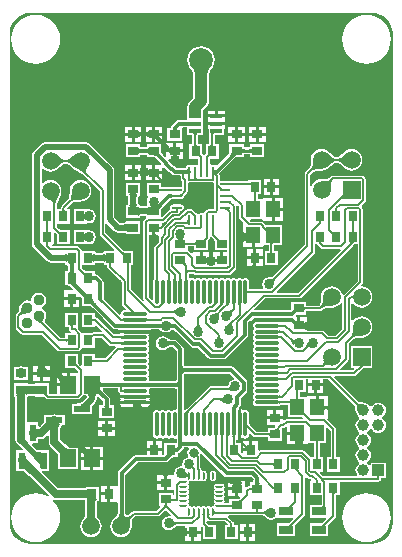
<source format=gtl>
G04 Layer_Physical_Order=1*
G04 Layer_Color=255*
%FSLAX24Y24*%
%MOIN*%
G70*
G01*
G75*
%ADD10R,0.0354X0.0315*%
%ADD11R,0.1850X0.1350*%
%ADD12R,0.0236X0.0571*%
%ADD13R,0.0571X0.0236*%
%ADD14R,0.0315X0.0354*%
%ADD15R,0.0551X0.0591*%
%ADD16R,0.0472X0.0551*%
%ADD17R,0.0394X0.0138*%
%ADD18O,0.0079X0.0354*%
%ADD19O,0.0354X0.0079*%
%ADD20R,0.0886X0.0886*%
%ADD21O,0.0827X0.0118*%
%ADD22O,0.0118X0.0827*%
%ADD23R,0.0472X0.0315*%
G04:AMPARAMS|DCode=24|XSize=24mil|YSize=9mil|CornerRadius=4.5mil|HoleSize=0mil|Usage=FLASHONLY|Rotation=270.000|XOffset=0mil|YOffset=0mil|HoleType=Round|Shape=RoundedRectangle|*
%AMROUNDEDRECTD24*
21,1,0.0240,0.0000,0,0,270.0*
21,1,0.0150,0.0090,0,0,270.0*
1,1,0.0090,0.0000,-0.0075*
1,1,0.0090,0.0000,0.0075*
1,1,0.0090,0.0000,0.0075*
1,1,0.0090,0.0000,-0.0075*
%
%ADD24ROUNDEDRECTD24*%
G04:AMPARAMS|DCode=25|XSize=24mil|YSize=9mil|CornerRadius=4.5mil|HoleSize=0mil|Usage=FLASHONLY|Rotation=180.000|XOffset=0mil|YOffset=0mil|HoleType=Round|Shape=RoundedRectangle|*
%AMROUNDEDRECTD25*
21,1,0.0240,0.0000,0,0,180.0*
21,1,0.0150,0.0090,0,0,180.0*
1,1,0.0090,-0.0075,0.0000*
1,1,0.0090,0.0075,0.0000*
1,1,0.0090,0.0075,0.0000*
1,1,0.0090,-0.0075,0.0000*
%
%ADD25ROUNDEDRECTD25*%
%ADD26C,0.0060*%
%ADD27C,0.0120*%
%ADD28C,0.0200*%
%ADD29C,0.0250*%
%ADD30C,0.0400*%
%ADD31C,0.0080*%
%ADD32C,0.0100*%
%ADD33C,0.0080*%
%ADD34R,0.0394X0.0295*%
%ADD35R,0.0591X0.0591*%
%ADD36C,0.0591*%
%ADD37R,0.0591X0.0591*%
%ADD38C,0.0866*%
%ADD39C,0.0787*%
%ADD40C,0.0370*%
%ADD41C,0.0394*%
%ADD42R,0.0394X0.0394*%
%ADD43C,0.0340*%
%ADD44C,0.0320*%
G36*
X5840Y11489D02*
X5967Y11451D01*
X6084Y11389D01*
X6186Y11305D01*
X6270Y11202D01*
X6333Y11085D01*
X6371Y10959D01*
X6384Y10828D01*
X6384Y10827D01*
Y-5512D01*
X6384Y-5513D01*
X6371Y-5644D01*
X6333Y-5770D01*
X6270Y-5887D01*
X6186Y-5990D01*
X6084Y-6074D01*
X5967Y-6136D01*
X5840Y-6174D01*
X5710Y-6187D01*
X5709Y-6187D01*
X-5709D01*
X-5710Y-6187D01*
X-5840Y-6174D01*
X-5967Y-6136D01*
X-6084Y-6074D01*
X-6186Y-5990D01*
X-6270Y-5887D01*
X-6333Y-5770D01*
X-6371Y-5644D01*
X-6384Y-5513D01*
X-6384Y-5512D01*
Y10827D01*
X-6384Y10828D01*
X-6371Y10959D01*
X-6333Y11085D01*
X-6270Y11202D01*
X-6186Y11305D01*
X-6084Y11389D01*
X-5967Y11451D01*
X-5840Y11489D01*
X-5710Y11502D01*
X-5709Y11502D01*
X5709D01*
X5710Y11502D01*
X5840Y11489D01*
D02*
G37*
%LPC*%
G36*
X-4479Y-491D02*
X-4681D01*
X-4587Y-573D01*
X-4568Y-585D01*
X-4553Y-593D01*
X-4540Y-597D01*
X-4531Y-597D01*
X-4524Y-593D01*
X-4702Y-811D01*
X-4699Y-803D01*
X-4700Y-793D01*
X-4704Y-780D01*
X-4713Y-764D01*
X-4725Y-745D01*
X-4741Y-724D01*
X-4785Y-673D01*
X-4805Y-653D01*
Y-836D01*
X-4625D01*
X-4644Y-814D01*
X-4669Y-787D01*
X-4528Y-646D01*
X-4514Y-659D01*
X-4479Y-689D01*
Y-491D01*
D02*
G37*
G36*
X2600Y5659D02*
X2393D01*
Y5432D01*
X2600D01*
Y5659D01*
D02*
G37*
G36*
X-4754Y-491D02*
X-4805D01*
Y-558D01*
X-4754Y-491D01*
D02*
G37*
G36*
X-3121Y-4578D02*
X-3328D01*
Y-4805D01*
X-3121D01*
Y-4578D01*
D02*
G37*
G36*
X-4054Y1928D02*
X-4261D01*
Y1701D01*
X-4054D01*
Y1928D01*
D02*
G37*
G36*
X2293Y5659D02*
X2085D01*
Y5432D01*
X2293D01*
Y5659D01*
D02*
G37*
G36*
X-5365Y-562D02*
X-5592D01*
Y-769D01*
X-5365D01*
Y-562D01*
D02*
G37*
G36*
X-4479Y-764D02*
X-4551Y-836D01*
X-4479D01*
Y-764D01*
D02*
G37*
G36*
X-5139Y-562D02*
X-5265D01*
Y-769D01*
X-5038D01*
Y-617D01*
X-5041Y-617D01*
X-5067Y-621D01*
X-5089Y-626D01*
X-5107Y-632D01*
X-5121Y-639D01*
X-5131Y-648D01*
X-5137Y-657D01*
X-5139Y-668D01*
Y-562D01*
D02*
G37*
G36*
X-3121Y-4250D02*
X-3328D01*
Y-4478D01*
X-3121D01*
Y-4250D01*
D02*
G37*
G36*
X-6004Y-277D02*
X-6090Y-294D01*
X-6241D01*
Y-729D01*
X-6089D01*
X-6004Y-746D01*
X-5919Y-729D01*
X-5767D01*
Y-294D01*
X-5918D01*
X-6004Y-277D01*
D02*
G37*
G36*
X2293Y5986D02*
X2085D01*
Y5759D01*
X2293D01*
Y5986D01*
D02*
G37*
G36*
X-1625Y6131D02*
X-1733D01*
X-1738Y6127D01*
X-1754Y6114D01*
X-1788Y6082D01*
Y6131D01*
X-1852D01*
Y5924D01*
X-1625D01*
Y6131D01*
D02*
G37*
G36*
X-5038Y-254D02*
X-5208D01*
X-5208Y-258D01*
X-5203Y-284D01*
X-5196Y-306D01*
X-5188Y-324D01*
X-5178Y-338D01*
X-5166Y-348D01*
X-5153Y-354D01*
X-5139Y-356D01*
X-5265D01*
Y-462D01*
X-5139D01*
Y-356D01*
X-5137Y-366D01*
X-5131Y-376D01*
X-5121Y-384D01*
X-5107Y-392D01*
X-5089Y-398D01*
X-5067Y-403D01*
X-5041Y-407D01*
X-5038Y-407D01*
Y-254D01*
D02*
G37*
G36*
X-2314Y6439D02*
X-2541D01*
Y6231D01*
X-2314D01*
Y6439D01*
D02*
G37*
G36*
X-1625Y6439D02*
X-1852D01*
Y6231D01*
X-1799D01*
X-1789Y6232D01*
X-1788Y6232D01*
Y6320D01*
X-1771Y6303D01*
X-1738Y6274D01*
X-1723Y6263D01*
X-1707Y6253D01*
X-1693Y6245D01*
X-1679Y6239D01*
X-1665Y6234D01*
X-1653Y6232D01*
X-1645Y6231D01*
X-1625D01*
Y6439D01*
D02*
G37*
G36*
X-1987Y6439D02*
X-2214D01*
Y6231D01*
X-1987D01*
Y6439D01*
D02*
G37*
G36*
X-1298Y6131D02*
X-1525D01*
Y5924D01*
X-1298D01*
Y6131D01*
D02*
G37*
G36*
X-4361Y1928D02*
X-4568D01*
Y1701D01*
X-4361D01*
Y1928D01*
D02*
G37*
G36*
X2600Y5986D02*
X2393D01*
Y5759D01*
X2600D01*
Y5986D01*
D02*
G37*
G36*
X-5421Y-254D02*
X-5592D01*
Y-462D01*
X-5365D01*
Y-356D01*
X-5491D01*
X-5476Y-354D01*
X-5464Y-348D01*
X-5452Y-338D01*
X-5442Y-324D01*
X-5434Y-306D01*
X-5427Y-284D01*
X-5422Y-258D01*
X-5421Y-254D01*
D02*
G37*
G36*
X-1987Y6131D02*
X-2214D01*
Y5924D01*
X-1987D01*
Y6131D01*
D02*
G37*
G36*
X-2314D02*
X-2541D01*
Y5924D01*
X-2314D01*
Y6131D01*
D02*
G37*
G36*
X-3200Y-2393D02*
X-3427D01*
Y-2600D01*
X-3200D01*
Y-2393D01*
D02*
G37*
G36*
X2411Y-1731D02*
X2183D01*
Y-1938D01*
X2411D01*
Y-1731D01*
D02*
G37*
G36*
X2738D02*
X2511D01*
Y-1938D01*
X2738D01*
Y-1731D01*
D02*
G37*
G36*
X1741Y3296D02*
X1534D01*
Y3069D01*
X1741D01*
Y3296D01*
D02*
G37*
G36*
X2049D02*
X1841D01*
Y3069D01*
X2049D01*
Y3296D01*
D02*
G37*
G36*
X-2872Y-2393D02*
X-2973D01*
X-2974Y-2397D01*
X-2975Y-2403D01*
Y-2393D01*
X-3100D01*
Y-2600D01*
X-2872D01*
Y-2393D01*
D02*
G37*
G36*
X1682Y4044D02*
X1396D01*
Y3719D01*
X1682D01*
Y4044D01*
D02*
G37*
G36*
X-3200Y-2085D02*
X-3427D01*
Y-2293D01*
X-3200D01*
Y-2085D01*
D02*
G37*
G36*
X-2872D02*
X-3100D01*
Y-2293D01*
X-2975D01*
Y-2283D01*
X-2974Y-2288D01*
X-2973Y-2293D01*
X-2872D01*
Y-2085D01*
D02*
G37*
G36*
X1741Y3624D02*
X1534D01*
Y3396D01*
X1741D01*
Y3624D01*
D02*
G37*
G36*
X2049D02*
X1841D01*
Y3396D01*
X2049D01*
Y3624D01*
D02*
G37*
G36*
X-1298Y-2774D02*
X-1505D01*
Y-3001D01*
X-1298D01*
Y-2774D01*
D02*
G37*
G36*
X-1698Y-1330D02*
X-2205D01*
X-2582D01*
Y-1334D01*
X-2589Y-1330D01*
X-2711D01*
X-2709Y-1342D01*
X-2685Y-1378D01*
X-2709Y-1414D01*
X-2711Y-1426D01*
X-2589D01*
X-2582Y-1422D01*
Y-1426D01*
X-2205D01*
X-1698D01*
X-1701Y-1414D01*
X-1725Y-1378D01*
X-1701Y-1342D01*
X-1698Y-1330D01*
D02*
G37*
G36*
X2738Y4911D02*
X2452D01*
Y4585D01*
X2738D01*
Y4911D01*
D02*
G37*
G36*
X-3266Y-3396D02*
X-3592D01*
Y-3742D01*
X-3266D01*
Y-3396D01*
D02*
G37*
G36*
X2738Y5336D02*
X2452D01*
Y5011D01*
X2738D01*
Y5336D01*
D02*
G37*
G36*
X-3692Y-3396D02*
X-4017D01*
Y-3742D01*
X-3692D01*
Y-3396D01*
D02*
G37*
G36*
X-2255Y-1526D02*
X-2582D01*
Y-1531D01*
X-2589Y-1526D01*
X-2711D01*
X-2709Y-1538D01*
X-2674Y-1591D01*
X-2621Y-1626D01*
X-2559Y-1639D01*
X-2255D01*
Y-1546D01*
X-2265Y-1542D01*
X-2282Y-1538D01*
X-2299Y-1535D01*
X-2315Y-1534D01*
X-2255D01*
Y-1526D01*
D02*
G37*
G36*
X-3692Y-2951D02*
X-4017D01*
Y-3296D01*
X-3837D01*
X-3856Y-3274D01*
X-3882Y-3248D01*
X-3740Y-3106D01*
X-3727Y-3120D01*
X-3692Y-3150D01*
Y-2951D01*
D02*
G37*
G36*
X-1605Y-2774D02*
X-1813D01*
Y-3001D01*
X-1605D01*
Y-2774D01*
D02*
G37*
G36*
X-1698Y-1526D02*
X-2155D01*
Y-1534D01*
X-1976D01*
X-1992Y-1535D01*
X-2004Y-1538D01*
X-2012Y-1542D01*
X-2017Y-1548D01*
X-2019Y-1556D01*
X-2017Y-1565D01*
X-2012Y-1576D01*
X-2004Y-1589D01*
X-1992Y-1604D01*
X-1976Y-1620D01*
X-2146D01*
X-2155Y-1612D01*
Y-1639D01*
X-1850D01*
X-1788Y-1626D01*
X-1736Y-1591D01*
X-1701Y-1538D01*
X-1698Y-1526D01*
D02*
G37*
G36*
X-3692Y-3225D02*
X-3763Y-3296D01*
X-3692D01*
Y-3225D01*
D02*
G37*
G36*
X-3266Y-2951D02*
X-3592D01*
Y-3296D01*
X-3266D01*
Y-2951D01*
D02*
G37*
G36*
X-2314Y7411D02*
X-2541D01*
Y7203D01*
X-2314D01*
Y7411D01*
D02*
G37*
G36*
X1505Y-5530D02*
X1298D01*
Y-5757D01*
X1505D01*
Y-5530D01*
D02*
G37*
G36*
X-2089Y7411D02*
X-2214D01*
Y7203D01*
X-1987D01*
Y7400D01*
X-1991Y7400D01*
X-2011Y7398D01*
X-2030Y7395D01*
X-2045Y7391D01*
X-2059Y7386D01*
X-2070Y7379D01*
X-2078Y7371D01*
X-2084Y7362D01*
X-2088Y7352D01*
X-2089Y7341D01*
Y7411D01*
D02*
G37*
G36*
X-1298Y7718D02*
X-1525D01*
Y7511D01*
X-1298D01*
Y7718D01*
D02*
G37*
G36*
X1131Y7411D02*
X904D01*
Y7203D01*
X1131D01*
Y7411D01*
D02*
G37*
G36*
X-936Y7167D02*
X-1163D01*
Y7068D01*
X-1147Y7117D01*
X-1137Y7108D01*
X-1117Y7091D01*
X-1108Y7084D01*
X-1100Y7079D01*
X-1091Y7074D01*
X-1083Y7070D01*
X-1076Y7068D01*
X-1069Y7066D01*
X-1062Y7066D01*
X-1061Y6959D01*
X-936D01*
Y7167D01*
D02*
G37*
G36*
X1458Y7718D02*
X1231D01*
Y7511D01*
X1458D01*
Y7718D01*
D02*
G37*
G36*
X1131D02*
X904D01*
Y7511D01*
X1131D01*
Y7718D01*
D02*
G37*
G36*
X1813Y-5530D02*
X1605D01*
Y-5757D01*
X1813D01*
Y-5530D01*
D02*
G37*
G36*
X-609Y7167D02*
X-836D01*
Y6959D01*
X-609D01*
Y7167D01*
D02*
G37*
G36*
X2147Y7411D02*
X1920D01*
Y7203D01*
X2147D01*
Y7411D01*
D02*
G37*
G36*
X1813Y-5857D02*
X1605D01*
Y-6084D01*
X1813D01*
Y-5857D01*
D02*
G37*
G36*
X-1298Y7411D02*
X-1408D01*
X-1408Y7409D01*
X-1401Y7393D01*
X-1391Y7375D01*
X-1377Y7355D01*
X-1360Y7334D01*
X-1314Y7285D01*
X-1419Y7219D01*
X-1442Y7242D01*
X-1485Y7279D01*
X-1504Y7292D01*
X-1522Y7302D01*
X-1525Y7303D01*
Y7203D01*
X-1298D01*
Y7411D01*
D02*
G37*
G36*
X-1454D02*
X-1525D01*
Y7355D01*
X-1454Y7411D01*
D02*
G37*
G36*
X-1625D02*
X-1750D01*
Y7341D01*
X-1751Y7352D01*
X-1754Y7362D01*
X-1760Y7371D01*
X-1769Y7379D01*
X-1780Y7386D01*
X-1793Y7391D01*
X-1809Y7395D01*
X-1827Y7398D01*
X-1848Y7400D01*
X-1852Y7400D01*
Y7203D01*
X-1625D01*
Y7411D01*
D02*
G37*
G36*
X1458D02*
X1231D01*
Y7203D01*
X1458D01*
Y7411D01*
D02*
G37*
G36*
X-1625Y7718D02*
X-1852D01*
Y7521D01*
X-1848Y7521D01*
X-1827Y7523D01*
X-1809Y7526D01*
X-1793Y7530D01*
X-1780Y7536D01*
X-1769Y7542D01*
X-1760Y7550D01*
X-1754Y7559D01*
X-1751Y7569D01*
X-1750Y7581D01*
Y7511D01*
X-1625D01*
Y7718D01*
D02*
G37*
G36*
X-2314D02*
X-2541D01*
Y7511D01*
X-2314D01*
Y7718D01*
D02*
G37*
G36*
X1505Y-5857D02*
X1298D01*
Y-6084D01*
X1505D01*
Y-5857D01*
D02*
G37*
G36*
X1820Y7411D02*
X1593D01*
Y7203D01*
X1820D01*
Y7411D01*
D02*
G37*
G36*
X-326Y-5857D02*
X-533D01*
Y-6084D01*
X-326D01*
Y-5857D01*
D02*
G37*
G36*
X809Y8021D02*
X512D01*
X215D01*
Y7902D01*
Y7865D01*
X512D01*
X809D01*
Y7902D01*
Y8021D01*
D02*
G37*
G36*
X-18Y-5857D02*
X-226D01*
Y-6084D01*
X-18D01*
Y-5857D01*
D02*
G37*
G36*
X0Y10399D02*
X-118Y10383D01*
X-229Y10337D01*
X-324Y10265D01*
X-396Y10170D01*
X-442Y10059D01*
X-458Y9941D01*
X-442Y9822D01*
X-396Y9712D01*
X-325Y9619D01*
X-324Y9617D01*
X-313Y9604D01*
X-304Y9591D01*
X-296Y9575D01*
X-289Y9556D01*
X-282Y9533D01*
X-276Y9506D01*
X-271Y9477D01*
X-266Y9405D01*
X-265Y9364D01*
X-262Y9358D01*
Y8672D01*
X-382Y8552D01*
X-424Y8497D01*
X-450Y8434D01*
X-459Y8366D01*
X-459Y8363D01*
Y8071D01*
X-454Y8059D01*
Y7942D01*
X-492Y7940D01*
X-513Y7940D01*
X-519Y7937D01*
X-748D01*
X-795Y7928D01*
X-835Y7901D01*
X-972Y7764D01*
X-999Y7724D01*
X-1006Y7689D01*
X-1010Y7678D01*
X-1123D01*
Y7243D01*
X-649D01*
Y7678D01*
X-605Y7693D01*
X-520D01*
X-514Y7690D01*
X-454Y7689D01*
Y7430D01*
X-303D01*
X-302Y7423D01*
X-302Y7410D01*
X-299Y7403D01*
Y7154D01*
X-302Y7147D01*
X-302Y7134D01*
X-303Y7127D01*
X-395D01*
Y6653D01*
X-102D01*
Y6474D01*
X-152Y6448D01*
X-158Y6452D01*
X-197Y6460D01*
X-236Y6452D01*
X-268Y6430D01*
X-322D01*
X-355Y6452D01*
X-394Y6460D01*
X-432Y6452D01*
X-465Y6430D01*
X-487Y6397D01*
X-495Y6358D01*
Y6352D01*
X-496Y6352D01*
X-505Y6349D01*
X-517Y6347D01*
X-533Y6346D01*
X-554Y6345D01*
X-560Y6343D01*
X-579D01*
X-583Y6345D01*
X-591Y6343D01*
X-598Y6345D01*
X-602Y6343D01*
X-835D01*
X-883Y6391D01*
X-923Y6418D01*
X-952Y6423D01*
X-1057Y6529D01*
X-1063Y6557D01*
X-1089Y6597D01*
X-1098Y6606D01*
X-1079Y6652D01*
X-936D01*
Y6859D01*
X-1061D01*
X-1061Y6778D01*
X-1062Y6795D01*
X-1066Y6813D01*
X-1072Y6832D01*
X-1081Y6852D01*
X-1085Y6859D01*
X-1163D01*
Y6736D01*
X-1209Y6717D01*
X-1259Y6766D01*
X-1259Y6768D01*
X-1263Y6771D01*
X-1264Y6772D01*
X-1266Y6778D01*
X-1311Y6825D01*
X-1325Y6843D01*
X-1336Y6859D01*
X-1338Y6862D01*
Y6890D01*
X-1334Y6896D01*
X-1336Y6901D01*
X-1334Y6906D01*
X-1338Y6914D01*
Y7127D01*
X-1812D01*
Y7042D01*
X-1814Y7041D01*
X-1823Y7038D01*
X-1835Y7036D01*
X-1851Y7035D01*
X-1872Y7034D01*
X-1878Y7032D01*
X-1960D01*
X-1966Y7034D01*
X-1987Y7035D01*
X-2003Y7036D01*
X-2016Y7038D01*
X-2025Y7041D01*
X-2027Y7042D01*
Y7127D01*
X-2501D01*
Y6692D01*
X-2027D01*
Y6777D01*
X-2025Y6778D01*
X-2016Y6780D01*
X-2003Y6783D01*
X-1987Y6784D01*
X-1966Y6785D01*
X-1960Y6787D01*
X-1878D01*
X-1872Y6785D01*
X-1851Y6784D01*
X-1835Y6783D01*
X-1823Y6780D01*
X-1814Y6778D01*
X-1812Y6777D01*
Y6692D01*
X-1607D01*
X-1605Y6690D01*
X-1600Y6691D01*
X-1596Y6689D01*
X-1584Y6692D01*
X-1550D01*
X-1539Y6686D01*
X-1525Y6676D01*
X-1486Y6643D01*
X-1464Y6622D01*
X-1458Y6619D01*
X-1327Y6489D01*
X-1348Y6439D01*
X-1525D01*
Y6231D01*
X-1298D01*
Y6352D01*
X-1248Y6373D01*
X-1092Y6218D01*
X-1053Y6191D01*
X-1024Y6186D01*
X-972Y6134D01*
X-933Y6107D01*
X-886Y6098D01*
X-752D01*
X-748Y6096D01*
X-745Y6097D01*
X-742Y6096D01*
X-721Y6095D01*
X-706Y6094D01*
X-693Y6092D01*
X-687Y6090D01*
X-686Y6069D01*
X-685Y6048D01*
X-682Y6041D01*
Y6004D01*
X-675Y5969D01*
X-655Y5939D01*
X-632Y5915D01*
Y5742D01*
X-669Y5712D01*
X-945D01*
X-956Y5709D01*
X-960Y5711D01*
X-970Y5707D01*
X-974Y5708D01*
X-1019Y5705D01*
X-1029Y5705D01*
X-1037Y5702D01*
X-1330D01*
X-1337Y5705D01*
X-1338Y5705D01*
Y5847D01*
X-1812D01*
Y5412D01*
X-1779D01*
X-1754Y5362D01*
X-1791Y5306D01*
X-1809Y5217D01*
X-1800Y5169D01*
X-1812Y5119D01*
D01*
X-1829Y5076D01*
X-1835Y5074D01*
X-1856Y5071D01*
X-1912Y5067D01*
X-1956Y5069D01*
X-1982Y5071D01*
X-2004Y5074D01*
X-2020Y5078D01*
X-2027Y5080D01*
Y5119D01*
X-2074D01*
X-2079Y5122D01*
X-2080Y5122D01*
X-2080Y5123D01*
X-2084Y5131D01*
X-2089Y5146D01*
X-2093Y5165D01*
X-2098Y5224D01*
X-2099Y5259D01*
X-2101Y5263D01*
Y5268D01*
X-2099Y5272D01*
X-2098Y5309D01*
X-2096Y5339D01*
X-2093Y5365D01*
X-2089Y5385D01*
X-2084Y5400D01*
X-2080Y5409D01*
X-2080Y5409D01*
X-2079Y5409D01*
X-2074Y5412D01*
X-2027D01*
Y5465D01*
X-2023Y5474D01*
X-2025Y5478D01*
X-2023Y5483D01*
X-2027Y5488D01*
Y5847D01*
X-2501D01*
Y5488D01*
X-2504Y5483D01*
X-2503Y5478D01*
X-2505Y5474D01*
X-2501Y5465D01*
Y5412D01*
X-2454D01*
X-2449Y5409D01*
X-2448Y5409D01*
X-2448Y5409D01*
X-2444Y5400D01*
X-2439Y5385D01*
X-2435Y5366D01*
X-2429Y5308D01*
X-2429Y5272D01*
X-2427Y5268D01*
Y5263D01*
X-2429Y5259D01*
X-2429Y5223D01*
X-2431Y5192D01*
X-2435Y5166D01*
X-2439Y5146D01*
X-2444Y5131D01*
X-2448Y5123D01*
X-2448Y5122D01*
X-2449Y5122D01*
X-2454Y5119D01*
X-2501D01*
Y5067D01*
X-2505Y5058D01*
X-2503Y5054D01*
X-2504Y5049D01*
X-2501Y5044D01*
Y4684D01*
X-2104D01*
X-2100Y4681D01*
X-2094Y4683D01*
X-2088Y4680D01*
X-2079Y4684D01*
X-2027D01*
Y4723D01*
X-2020Y4725D01*
X-2004Y4729D01*
X-1983Y4732D01*
X-1927Y4736D01*
X-1883Y4734D01*
X-1857Y4732D01*
X-1849Y4731D01*
X-1837Y4696D01*
X-1838Y4678D01*
X-1842Y4675D01*
X-1907Y4610D01*
X-1927Y4580D01*
X-1934Y4545D01*
Y2005D01*
X-1927Y1970D01*
X-1915Y1952D01*
X-1953Y1920D01*
X-2334Y2300D01*
Y3102D01*
X-2330Y3109D01*
X-2330Y3109D01*
X-2263D01*
Y3584D01*
X-2568D01*
X-2575Y3586D01*
X-2580Y3584D01*
X-2599Y3600D01*
X-2611Y3611D01*
X-2619Y3614D01*
X-3192Y4187D01*
Y4465D01*
X-3142Y4486D01*
X-2891Y4235D01*
X-2838Y4200D01*
X-2776Y4187D01*
X-2646D01*
X-2642Y4185D01*
X-2572Y4183D01*
X-2546Y4181D01*
X-2524Y4178D01*
X-2508Y4174D01*
X-2501Y4172D01*
Y4133D01*
X-2449D01*
X-2440Y4129D01*
X-2434Y4132D01*
X-2428Y4130D01*
X-2424Y4133D01*
X-2027D01*
Y4568D01*
X-2424D01*
X-2428Y4571D01*
X-2434Y4569D01*
X-2440Y4572D01*
X-2449Y4568D01*
X-2501D01*
Y4529D01*
X-2508Y4527D01*
X-2524Y4523D01*
X-2545Y4520D01*
X-2605Y4516D01*
X-2641Y4515D01*
X-2645Y4514D01*
X-2708D01*
X-2888Y4694D01*
Y6254D01*
X-2900Y6317D01*
X-2936Y6369D01*
X-3716Y7149D01*
X-3769Y7185D01*
X-3831Y7197D01*
X-5208D01*
X-5271Y7185D01*
X-5324Y7149D01*
X-5590Y6883D01*
X-5626Y6830D01*
X-5638Y6767D01*
Y3806D01*
X-5626Y3744D01*
X-5590Y3691D01*
X-5131Y3231D01*
X-5078Y3196D01*
X-5015Y3183D01*
X-4673D01*
X-4669Y3182D01*
X-4632Y3181D01*
X-4602Y3179D01*
X-4576Y3176D01*
X-4555Y3171D01*
X-4541Y3167D01*
X-4532Y3163D01*
X-4532Y3163D01*
X-4532Y3162D01*
X-4529Y3156D01*
Y3109D01*
X-4476D01*
X-4467Y3106D01*
X-4444Y3077D01*
X-4436Y3063D01*
X-4436Y3049D01*
X-4433Y3043D01*
Y2971D01*
X-4436Y2965D01*
X-4436Y2944D01*
X-4438Y2928D01*
X-4440Y2915D01*
X-4442Y2906D01*
X-4443Y2904D01*
X-4529D01*
Y2430D01*
X-4452D01*
X-4448Y2428D01*
X-4435Y2427D01*
X-4425Y2425D01*
X-4412Y2420D01*
X-4398Y2414D01*
X-4381Y2405D01*
X-4363Y2393D01*
X-4344Y2379D01*
X-4299Y2340D01*
X-4276Y2317D01*
X-4274Y2305D01*
X-4315Y2256D01*
X-4568D01*
Y2028D01*
X-4311D01*
X-4042D01*
X-4018Y2041D01*
X-4008Y2041D01*
X-3977Y2002D01*
Y1965D01*
X-3979Y1957D01*
X-3977Y1954D01*
Y1950D01*
X-3978Y1948D01*
X-3977Y1948D01*
Y1741D01*
X-3764D01*
X-3757Y1738D01*
X-3751Y1739D01*
X-3746Y1738D01*
X-3740Y1741D01*
X-3712D01*
X-3709Y1740D01*
X-3694Y1729D01*
X-3653Y1694D01*
X-3629Y1671D01*
X-3623Y1668D01*
X-3621Y1667D01*
X-3618Y1662D01*
X-3617Y1662D01*
X-2951Y996D01*
X-2911Y970D01*
X-2864Y960D01*
X-2756D01*
X-2737Y936D01*
X-2589D01*
X-2582Y940D01*
Y936D01*
X-2205D01*
X-1674D01*
X-1654Y961D01*
X-1450D01*
X-1445Y959D01*
X-1431Y958D01*
X-1421Y957D01*
X-1411Y955D01*
X-1401Y952D01*
X-1392Y949D01*
X-1383Y945D01*
X-1375Y940D01*
X-1366Y934D01*
X-1358Y927D01*
X-1348Y917D01*
X-1347Y917D01*
X-1347Y917D01*
X-1271Y866D01*
X-1181Y848D01*
X-1091Y866D01*
X-1015Y917D01*
X-1015Y917D01*
X-1014Y917D01*
X-1004Y927D01*
X-996Y934D01*
X-987Y940D01*
X-979Y945D01*
X-970Y949D01*
X-961Y952D01*
X-952Y955D01*
X-942Y957D01*
X-931Y958D01*
X-924Y958D01*
X-355Y389D01*
X-315Y363D01*
X-268Y353D01*
X-116D01*
X241Y-4D01*
X281Y-31D01*
X328Y-40D01*
X760D01*
X807Y-31D01*
X847Y-4D01*
X1540Y689D01*
X1567Y729D01*
X1576Y776D01*
Y1191D01*
X1642Y1257D01*
X1696Y1240D01*
X1701Y1217D01*
X1736Y1165D01*
X1754Y1153D01*
X1738Y1129D01*
X1729Y1083D01*
X1738Y1036D01*
X1748Y1021D01*
X1760Y984D01*
X1748Y947D01*
X1738Y932D01*
X1729Y886D01*
X1738Y839D01*
X1765Y800D01*
Y775D01*
X1738Y735D01*
X1729Y689D01*
X1738Y643D01*
X1765Y603D01*
Y578D01*
X1738Y539D01*
X1729Y492D01*
X1738Y446D01*
X1748Y430D01*
X1760Y394D01*
X1748Y357D01*
X1738Y342D01*
X1729Y295D01*
X1738Y249D01*
X1765Y209D01*
Y184D01*
X1738Y145D01*
X1729Y98D01*
X1738Y52D01*
X1748Y37D01*
X1760Y-0D01*
X1748Y-37D01*
X1738Y-52D01*
X1729Y-98D01*
X1738Y-145D01*
X1765Y-184D01*
Y-209D01*
X1738Y-249D01*
X1729Y-295D01*
X1738Y-342D01*
X1765Y-381D01*
Y-406D01*
X1738Y-446D01*
X1729Y-492D01*
X1738Y-539D01*
X1748Y-554D01*
X1760Y-591D01*
X1748Y-627D01*
X1738Y-643D01*
X1729Y-689D01*
X1738Y-735D01*
X1765Y-775D01*
Y-800D01*
X1738Y-839D01*
X1729Y-886D01*
X1738Y-932D01*
X1748Y-948D01*
X1760Y-984D01*
X1748Y-1021D01*
X1738Y-1036D01*
X1729Y-1083D01*
X1738Y-1129D01*
X1765Y-1169D01*
Y-1194D01*
X1738Y-1233D01*
X1729Y-1280D01*
X1738Y-1326D01*
X1765Y-1365D01*
Y-1391D01*
X1738Y-1430D01*
X1729Y-1476D01*
X1738Y-1523D01*
X1765Y-1562D01*
X1804Y-1589D01*
X1850Y-1598D01*
X2559D01*
X2577Y-1594D01*
X2582Y-1596D01*
X2593Y-1591D01*
X2605Y-1589D01*
X2607Y-1587D01*
X2616Y-1586D01*
X2622Y-1582D01*
X2626Y-1580D01*
X2630Y-1578D01*
X2635Y-1577D01*
X2639Y-1575D01*
X2644Y-1574D01*
X2649Y-1573D01*
X2663Y-1571D01*
X2670Y-1571D01*
X2677Y-1568D01*
X2905D01*
X2912Y-1571D01*
X2912Y-1571D01*
Y-1969D01*
X3377D01*
X3386Y-1983D01*
X3360Y-2033D01*
X2859D01*
X2824Y-2040D01*
X2794Y-2060D01*
X2784Y-2070D01*
X2738Y-2051D01*
Y-2038D01*
X2183D01*
Y-2246D01*
X2451D01*
X2469Y-2296D01*
X2448Y-2318D01*
X2447Y-2319D01*
X2445Y-2319D01*
X2440Y-2319D01*
X2435Y-2322D01*
X2223D01*
Y-2444D01*
X2223Y-2444D01*
X2216Y-2448D01*
X1849D01*
X1628Y-2226D01*
X1625Y-2219D01*
X1618Y-2211D01*
X1613Y-2206D01*
X1609Y-2200D01*
X1605Y-2195D01*
X1603Y-2191D01*
X1601Y-2187D01*
X1600Y-2185D01*
X1600Y-2182D01*
X1599Y-2180D01*
X1599Y-2175D01*
X1598Y-2173D01*
Y-1850D01*
X1589Y-1804D01*
X1562Y-1765D01*
X1523Y-1738D01*
X1476Y-1729D01*
X1430Y-1738D01*
X1406Y-1754D01*
X1394Y-1736D01*
X1342Y-1701D01*
X1324Y-1697D01*
X1319Y-1702D01*
X1322Y-1697D01*
X1291Y-1691D01*
X1274Y-1658D01*
X1271Y-1639D01*
X1296Y-1615D01*
X1322Y-1575D01*
X1332Y-1529D01*
Y-1338D01*
X1518Y-1152D01*
X1545Y-1112D01*
X1554Y-1065D01*
Y-825D01*
X1545Y-778D01*
X1518Y-738D01*
X1087Y-307D01*
X1047Y-281D01*
X1001Y-271D01*
X-500D01*
X-506Y-269D01*
X-524Y-268D01*
X-536Y-266D01*
X-544Y-263D01*
X-549Y-260D01*
X-553Y-258D01*
X-556Y-254D01*
X-558Y-249D01*
X-561Y-241D01*
X-563Y-229D01*
X-564Y-210D01*
X-566Y-206D01*
X-565Y-201D01*
X-567Y-199D01*
Y295D01*
X-576Y342D01*
X-602Y382D01*
X-799Y579D01*
X-839Y605D01*
X-886Y614D01*
X-1011D01*
X-1016Y617D01*
X-1030Y618D01*
X-1040Y619D01*
X-1050Y621D01*
X-1060Y623D01*
X-1069Y627D01*
X-1078Y631D01*
X-1086Y636D01*
X-1095Y642D01*
X-1103Y649D01*
X-1113Y658D01*
X-1115Y659D01*
X-1190Y709D01*
X-1280Y727D01*
X-1369Y709D01*
X-1445Y658D01*
X-1496Y582D01*
X-1514Y492D01*
X-1496Y402D01*
X-1445Y326D01*
X-1369Y275D01*
X-1280Y258D01*
X-1190Y275D01*
X-1115Y325D01*
X-1113Y326D01*
X-1103Y336D01*
X-1095Y342D01*
X-1086Y348D01*
X-1078Y353D01*
X-1069Y358D01*
X-1060Y361D01*
X-1050Y364D01*
X-1040Y366D01*
X-1030Y367D01*
X-1016Y367D01*
X-1011Y370D01*
X-936D01*
X-811Y245D01*
Y-379D01*
X-813Y-381D01*
X-811Y-388D01*
Y-400D01*
X-813Y-406D01*
X-811Y-408D01*
Y-691D01*
X-813Y-693D01*
X-812Y-698D01*
X-814Y-702D01*
X-815Y-721D01*
X-817Y-733D01*
X-820Y-741D01*
X-822Y-746D01*
X-825Y-750D01*
X-828Y-752D01*
X-834Y-755D01*
X-842Y-758D01*
X-854Y-760D01*
X-872Y-761D01*
X-878Y-763D01*
X-1701D01*
X-1734Y-713D01*
X-1729Y-689D01*
X-1738Y-643D01*
X-1748Y-627D01*
X-1760Y-591D01*
X-1748Y-554D01*
X-1738Y-539D01*
X-1729Y-492D01*
X-1738Y-446D01*
X-1765Y-406D01*
Y-381D01*
X-1738Y-342D01*
X-1729Y-295D01*
X-1738Y-249D01*
X-1765Y-209D01*
Y-184D01*
X-1738Y-145D01*
X-1729Y-98D01*
X-1738Y-52D01*
X-1748Y-37D01*
X-1760Y-0D01*
X-1748Y37D01*
X-1738Y52D01*
X-1729Y98D01*
X-1738Y145D01*
X-1765Y184D01*
Y209D01*
X-1738Y249D01*
X-1729Y295D01*
X-1738Y342D01*
X-1748Y357D01*
X-1760Y394D01*
X-1748Y430D01*
X-1738Y446D01*
X-1729Y492D01*
X-1738Y539D01*
X-1765Y578D01*
Y603D01*
X-1738Y643D01*
X-1729Y689D01*
X-1738Y735D01*
X-1754Y759D01*
X-1736Y771D01*
X-1701Y824D01*
X-1698Y836D01*
X-2205D01*
X-2582D01*
Y831D01*
X-2589Y836D01*
X-2715D01*
X-2738Y799D01*
X-2747Y791D01*
X-2911D01*
X-3461Y1342D01*
X-3494Y1364D01*
X-3519Y1369D01*
X-3532Y1375D01*
X-3542Y1375D01*
Y1507D01*
X-3977D01*
Y1033D01*
X-3542D01*
Y1069D01*
X-3496Y1088D01*
X-3318Y911D01*
X-3339Y861D01*
X-3592D01*
X-3631Y853D01*
X-3664Y831D01*
X-3667Y828D01*
X-3965D01*
X-3969Y844D01*
X-3989Y874D01*
X-4097Y983D01*
X-4094Y1033D01*
X-4094Y1033D01*
X-4094Y1033D01*
Y1507D01*
X-4529D01*
Y1033D01*
X-4406D01*
X-4406Y1032D01*
X-4403Y1025D01*
Y965D01*
X-4396Y929D01*
X-4376Y900D01*
X-4346Y880D01*
X-4336Y878D01*
X-4341Y828D01*
X-4529D01*
Y685D01*
X-4529Y685D01*
X-4536Y682D01*
X-4686D01*
X-5210Y1205D01*
X-5212Y1212D01*
X-5218Y1220D01*
X-5220Y1223D01*
X-5222Y1226D01*
X-5222Y1229D01*
X-5222Y1233D01*
X-5222Y1239D01*
X-5220Y1247D01*
X-5216Y1257D01*
X-5210Y1270D01*
X-5201Y1286D01*
X-5201Y1286D01*
X-5201Y1286D01*
X-5199Y1296D01*
X-5183Y1322D01*
X-5164Y1417D01*
X-5183Y1513D01*
X-5237Y1594D01*
X-5317Y1648D01*
X-5318Y1653D01*
Y1694D01*
X-5317Y1699D01*
X-5237Y1752D01*
X-5183Y1834D01*
X-5164Y1929D01*
X-5183Y2025D01*
X-5237Y2106D01*
X-5318Y2160D01*
X-5413Y2179D01*
X-5509Y2160D01*
X-5590Y2106D01*
X-5644Y2025D01*
X-5663Y1929D01*
X-5663Y1927D01*
X-5704Y1899D01*
X-5711Y1904D01*
X-5807Y1923D01*
X-5903Y1904D01*
X-5984Y1850D01*
X-6038Y1769D01*
X-6057Y1673D01*
X-6057Y1672D01*
X-6057Y1672D01*
X-6057Y1647D01*
X-6060Y1603D01*
X-6062Y1586D01*
X-6066Y1571D01*
X-6069Y1558D01*
X-6073Y1548D01*
X-6076Y1541D01*
X-6080Y1536D01*
X-6085Y1529D01*
X-6087Y1523D01*
X-6157Y1453D01*
X-6177Y1423D01*
X-6184Y1388D01*
Y1043D01*
X-6177Y1008D01*
X-6157Y978D01*
X-5990Y811D01*
X-5960Y792D01*
X-5925Y785D01*
X-5304D01*
X-4768Y248D01*
X-4738Y229D01*
X-4703Y222D01*
X-4112D01*
X-4077Y229D01*
X-4047Y248D01*
X-3989Y307D01*
X-3969Y337D01*
X-3965Y353D01*
X-3542D01*
Y657D01*
X-3319D01*
X-3082Y420D01*
X-3049Y398D01*
X-3010Y390D01*
X-2861D01*
X-2841Y340D01*
X-3188Y-7D01*
X-3535D01*
X-3542Y-3D01*
X-3542Y-3D01*
Y139D01*
X-3977D01*
Y-237D01*
X-4024Y-256D01*
X-4063Y-217D01*
X-4066Y-210D01*
X-4076Y-199D01*
X-4083Y-191D01*
X-4088Y-184D01*
X-4092Y-179D01*
X-4094Y-176D01*
Y-168D01*
X-4091Y-155D01*
X-4094Y-152D01*
Y139D01*
X-4529D01*
Y-336D01*
X-4226D01*
X-4216Y-339D01*
X-4211Y-337D01*
X-4210Y-337D01*
X-4192Y-352D01*
X-4180Y-363D01*
X-4173Y-366D01*
X-4109Y-430D01*
Y-491D01*
X-4379D01*
Y-886D01*
X-4429D01*
Y-936D01*
X-4805D01*
Y-1189D01*
X-5038D01*
X-5074Y-1158D01*
X-5078Y-1148D01*
Y-846D01*
X-5482D01*
X-5491Y-842D01*
X-5500Y-846D01*
X-5552D01*
Y-863D01*
X-5670Y-871D01*
X-5702Y-870D01*
X-5758Y-866D01*
X-5767Y-864D01*
Y-846D01*
X-5819D01*
X-5828Y-842D01*
X-5837Y-846D01*
X-6241D01*
Y-1201D01*
X-6243Y-1203D01*
X-6242Y-1211D01*
X-6245Y-1219D01*
X-6241Y-1228D01*
Y-1280D01*
X-6209D01*
X-6205Y-1295D01*
X-6202Y-1317D01*
X-6194Y-1424D01*
X-6194Y-1470D01*
X-6193Y-1473D01*
Y-2736D01*
X-6178Y-2808D01*
X-6137Y-2870D01*
X-6076Y-2910D01*
X-6056Y-2914D01*
X-5947Y-3024D01*
X-5966Y-3070D01*
X-6162D01*
Y-3343D01*
X-6173Y-3396D01*
X-6162Y-3449D01*
Y-3761D01*
X-5897D01*
X-5735Y-3913D01*
X-5732Y-3915D01*
X-5072Y-4575D01*
X-5102Y-4616D01*
X-5200Y-4563D01*
X-5353Y-4517D01*
X-5512Y-4501D01*
X-5671Y-4517D01*
X-5823Y-4563D01*
X-5964Y-4638D01*
X-6087Y-4739D01*
X-6189Y-4863D01*
X-6264Y-5003D01*
X-6310Y-5156D01*
X-6326Y-5315D01*
X-6310Y-5474D01*
X-6264Y-5626D01*
X-6189Y-5767D01*
X-6087Y-5890D01*
X-5964Y-5992D01*
X-5823Y-6067D01*
X-5671Y-6113D01*
X-5512Y-6129D01*
X-5353Y-6113D01*
X-5200Y-6067D01*
X-5060Y-5992D01*
X-4936Y-5890D01*
X-4835Y-5767D01*
X-4760Y-5626D01*
X-4714Y-5474D01*
X-4698Y-5315D01*
X-4714Y-5156D01*
X-4760Y-5003D01*
X-4835Y-4863D01*
X-4925Y-4753D01*
X-4899Y-4707D01*
X-4852Y-4716D01*
X-4032D01*
X-4029Y-4717D01*
X-3983Y-4718D01*
X-3906Y-4722D01*
X-3877Y-4725D01*
X-3862Y-4728D01*
Y-4934D01*
X-3863Y-4948D01*
X-3862Y-4951D01*
X-3863Y-4954D01*
X-3862Y-4957D01*
Y-5161D01*
X-3863Y-5164D01*
X-3864Y-5192D01*
X-3866Y-5216D01*
X-3869Y-5239D01*
X-3874Y-5260D01*
X-3880Y-5279D01*
X-3887Y-5297D01*
X-3895Y-5313D01*
X-3904Y-5327D01*
X-3914Y-5341D01*
X-3928Y-5355D01*
X-3930Y-5361D01*
X-3984Y-5431D01*
X-4019Y-5517D01*
X-4032Y-5610D01*
X-4019Y-5703D01*
X-3984Y-5789D01*
X-3927Y-5864D01*
X-3852Y-5921D01*
X-3766Y-5956D01*
X-3673Y-5969D01*
X-3580Y-5956D01*
X-3494Y-5921D01*
X-3420Y-5864D01*
X-3363Y-5789D01*
X-3327Y-5703D01*
X-3315Y-5610D01*
X-3327Y-5517D01*
X-3363Y-5431D01*
X-3417Y-5361D01*
X-3419Y-5355D01*
X-3432Y-5341D01*
X-3442Y-5327D01*
X-3451Y-5313D01*
X-3460Y-5297D01*
X-3466Y-5279D01*
X-3472Y-5260D01*
X-3477Y-5239D01*
X-3480Y-5216D01*
X-3483Y-5192D01*
X-3483Y-5164D01*
X-3485Y-5161D01*
Y-4959D01*
X-3483Y-4956D01*
X-3480Y-4868D01*
X-3476Y-4835D01*
X-3472Y-4808D01*
X-3466Y-4787D01*
X-3460Y-4773D01*
X-3457Y-4768D01*
X-3456Y-4768D01*
X-3451Y-4765D01*
X-3405D01*
Y-4713D01*
X-3401Y-4704D01*
X-3403Y-4699D01*
X-3402Y-4693D01*
X-3405Y-4689D01*
Y-4290D01*
X-3760D01*
X-3762Y-4289D01*
X-3771Y-4290D01*
X-3778Y-4287D01*
X-3787Y-4290D01*
X-3840D01*
Y-4323D01*
X-3854Y-4326D01*
X-3876Y-4330D01*
X-3983Y-4337D01*
X-4029Y-4338D01*
X-4032Y-4339D01*
X-4774D01*
X-5306Y-3807D01*
X-5287Y-3761D01*
X-5058D01*
Y-3070D01*
X-5343D01*
X-5351Y-3066D01*
X-5392Y-3065D01*
X-5423Y-3062D01*
X-5433Y-3061D01*
X-5442Y-3059D01*
X-5449Y-3057D01*
X-5451Y-3056D01*
X-5453Y-3054D01*
X-5455Y-3053D01*
X-5456Y-3053D01*
X-5457Y-3053D01*
X-5628Y-2882D01*
X-5609Y-2836D01*
X-5432D01*
Y-2705D01*
X-5429Y-2705D01*
X-5362Y-2700D01*
X-5334Y-2700D01*
X-5328Y-2697D01*
X-5262Y-2684D01*
X-5201Y-2643D01*
X-5127Y-2569D01*
X-5080Y-2588D01*
Y-2785D01*
X-5066Y-2858D01*
X-5025Y-2919D01*
X-4929Y-3015D01*
X-4928Y-3018D01*
X-4831Y-3122D01*
X-4796Y-3165D01*
X-4770Y-3202D01*
X-4765Y-3211D01*
Y-3312D01*
X-4766Y-3313D01*
X-4765Y-3319D01*
Y-3319D01*
X-4767Y-3324D01*
X-4765Y-3331D01*
Y-3702D01*
X-4094D01*
Y-2991D01*
X-4256D01*
X-4257Y-2990D01*
X-4263Y-2991D01*
X-4370D01*
X-4384Y-2985D01*
X-4415Y-2967D01*
X-4450Y-2943D01*
X-4533Y-2873D01*
X-4580Y-2829D01*
X-4583Y-2828D01*
X-4703Y-2707D01*
Y-2438D01*
X-4702Y-2436D01*
X-4701Y-2390D01*
X-4697Y-2352D01*
X-4692Y-2319D01*
X-4685Y-2294D01*
X-4677Y-2275D01*
X-4670Y-2262D01*
X-4663Y-2255D01*
X-4657Y-2251D01*
X-4651Y-2249D01*
X-4635Y-2247D01*
X-4631Y-2245D01*
X-4546D01*
Y-1889D01*
X-4839D01*
X-4892Y-1878D01*
X-4945Y-1889D01*
X-5237D01*
Y-2120D01*
X-5259Y-2150D01*
X-5344Y-2248D01*
X-5382Y-2288D01*
X-5432Y-2268D01*
Y-2145D01*
X-5788D01*
X-5815Y-2106D01*
Y-1473D01*
X-5814Y-1470D01*
X-5814Y-1424D01*
X-5810Y-1347D01*
X-5806Y-1318D01*
X-5803Y-1295D01*
X-5799Y-1280D01*
X-5767D01*
Y-1263D01*
X-5649Y-1255D01*
X-5617Y-1256D01*
X-5561Y-1260D01*
X-5552Y-1262D01*
Y-1280D01*
X-5500D01*
X-5491Y-1284D01*
X-5482Y-1280D01*
X-5261D01*
X-5258Y-1283D01*
X-5248Y-1281D01*
X-5238Y-1287D01*
X-5221Y-1299D01*
X-5182Y-1331D01*
X-5163Y-1349D01*
X-5148Y-1355D01*
X-5132Y-1366D01*
X-5097Y-1373D01*
X-4112D01*
X-4077Y-1366D01*
X-4047Y-1346D01*
X-3952Y-1251D01*
X-3946Y-1241D01*
X-3841D01*
X-3837Y-1243D01*
X-3829Y-1244D01*
X-3827Y-1247D01*
X-3823Y-1254D01*
X-3818Y-1266D01*
X-3813Y-1284D01*
X-3810Y-1306D01*
X-3890Y-1386D01*
X-3894Y-1388D01*
X-3922Y-1413D01*
X-3947Y-1435D01*
X-3972Y-1454D01*
X-3997Y-1470D01*
X-4021Y-1483D01*
X-4044Y-1494D01*
X-4067Y-1502D01*
X-4089Y-1508D01*
X-4111Y-1511D01*
X-4136Y-1512D01*
X-4141Y-1515D01*
X-4312D01*
Y-1871D01*
X-3621D01*
Y-1595D01*
X-3620Y-1592D01*
X-3618Y-1588D01*
X-3613Y-1582D01*
X-3545Y-1505D01*
X-3525Y-1484D01*
X-3521Y-1476D01*
X-3491Y-1431D01*
X-3481Y-1378D01*
X-3477Y-1370D01*
X-3476Y-1336D01*
X-3474Y-1308D01*
X-3473Y-1306D01*
X-3429Y-1286D01*
X-3419Y-1286D01*
X-3417Y-1288D01*
X-3393Y-1311D01*
X-3387Y-1314D01*
X-3385Y-1315D01*
X-3382Y-1320D01*
X-3380Y-1320D01*
X-3272Y-1429D01*
Y-1508D01*
X-3275Y-1513D01*
X-3275Y-1534D01*
X-3276Y-1550D01*
X-3279Y-1562D01*
X-3281Y-1571D01*
X-3282Y-1573D01*
X-3283Y-1574D01*
X-3387D01*
Y-2009D01*
X-2912D01*
Y-1574D01*
X-3017D01*
X-3017Y-1573D01*
X-3018Y-1571D01*
X-3021Y-1562D01*
X-3023Y-1550D01*
X-3024Y-1534D01*
X-3025Y-1513D01*
X-3027Y-1508D01*
Y-1378D01*
X-3037Y-1331D01*
X-3063Y-1291D01*
X-3233Y-1121D01*
X-3236Y-1115D01*
X-3258Y-1092D01*
X-3275Y-1073D01*
X-3283Y-1063D01*
X-3282Y-1051D01*
X-3278Y-1034D01*
X-3260Y-1012D01*
X-3259Y-1011D01*
X-3246Y-1011D01*
X-3240Y-1008D01*
X-2759D01*
Y-1083D01*
X-2752Y-1118D01*
X-2732Y-1148D01*
X-2702Y-1167D01*
X-2709Y-1217D01*
X-2709Y-1217D01*
X-2711Y-1230D01*
X-2589D01*
X-2582Y-1225D01*
Y-1230D01*
X-2205D01*
X-1698D01*
X-1701Y-1217D01*
X-1736Y-1165D01*
X-1754Y-1153D01*
X-1738Y-1129D01*
X-1729Y-1083D01*
X-1734Y-1058D01*
X-1701Y-1008D01*
X-878D01*
X-872Y-1011D01*
X-854Y-1012D01*
X-842Y-1014D01*
X-834Y-1016D01*
X-828Y-1019D01*
X-825Y-1022D01*
X-822Y-1025D01*
X-820Y-1030D01*
X-817Y-1039D01*
X-815Y-1050D01*
X-814Y-1069D01*
X-812Y-1074D01*
X-813Y-1079D01*
X-811Y-1081D01*
Y-1701D01*
X-861Y-1734D01*
X-886Y-1729D01*
X-932Y-1738D01*
X-948Y-1748D01*
X-984Y-1760D01*
X-1021Y-1748D01*
X-1036Y-1738D01*
X-1083Y-1729D01*
X-1129Y-1738D01*
X-1169Y-1765D01*
X-1194D01*
X-1233Y-1738D01*
X-1280Y-1729D01*
X-1326Y-1738D01*
X-1341Y-1748D01*
X-1378Y-1760D01*
X-1415Y-1748D01*
X-1430Y-1738D01*
X-1476Y-1729D01*
X-1523Y-1738D01*
X-1562Y-1765D01*
X-1589Y-1804D01*
X-1598Y-1850D01*
Y-2559D01*
X-1589Y-2606D01*
X-1562Y-2645D01*
X-1523Y-2671D01*
X-1476Y-2680D01*
X-1430Y-2671D01*
X-1415Y-2661D01*
X-1378Y-2649D01*
X-1341Y-2661D01*
X-1326Y-2671D01*
X-1280Y-2680D01*
X-1233Y-2671D01*
X-1194Y-2645D01*
X-1169D01*
X-1129Y-2671D01*
X-1083Y-2680D01*
X-1036Y-2671D01*
X-1021Y-2661D01*
X-984Y-2649D01*
X-948Y-2661D01*
X-932Y-2671D01*
X-886Y-2680D01*
X-861Y-2676D01*
X-811Y-2708D01*
Y-2814D01*
X-1221D01*
Y-3205D01*
X-1240Y-3226D01*
X-1298D01*
Y-3101D01*
X-1555D01*
X-1813D01*
Y-3226D01*
X-2165D01*
X-2212Y-3235D01*
X-2252Y-3262D01*
X-2735Y-3745D01*
X-2761Y-3784D01*
X-2770Y-3831D01*
Y-4233D01*
X-2813Y-4250D01*
X-2820Y-4250D01*
X-3021D01*
Y-4528D01*
Y-4805D01*
X-2820D01*
X-2813Y-4805D01*
X-2770Y-4822D01*
Y-5130D01*
X-2773Y-5134D01*
X-2773Y-5135D01*
X-2773Y-5136D01*
X-2774Y-5155D01*
X-2777Y-5171D01*
X-2783Y-5187D01*
X-2791Y-5205D01*
X-2801Y-5224D01*
X-2815Y-5244D01*
X-2832Y-5264D01*
X-2877Y-5310D01*
X-2904Y-5333D01*
X-2909Y-5343D01*
X-2927Y-5357D01*
X-2984Y-5431D01*
X-3019Y-5517D01*
X-3032Y-5610D01*
X-3019Y-5703D01*
X-2984Y-5789D01*
X-2927Y-5864D01*
X-2852Y-5921D01*
X-2766Y-5956D01*
X-2673Y-5969D01*
X-2580Y-5956D01*
X-2494Y-5921D01*
X-2420Y-5864D01*
X-2363Y-5789D01*
X-2327Y-5703D01*
X-2315Y-5613D01*
X-2313Y-5607D01*
X-2313Y-5561D01*
X-2312Y-5520D01*
X-2305Y-5447D01*
X-2301Y-5419D01*
X-2295Y-5394D01*
X-2289Y-5374D01*
X-2283Y-5359D01*
X-2277Y-5350D01*
X-2269Y-5340D01*
X-2267Y-5334D01*
X-2206Y-5273D01*
X-1441D01*
X-1406Y-5266D01*
X-1376Y-5246D01*
X-1185Y-5055D01*
X-996Y-5244D01*
X-1021Y-5290D01*
X-1083Y-5277D01*
X-1172Y-5295D01*
X-1248Y-5346D01*
X-1299Y-5422D01*
X-1317Y-5512D01*
X-1299Y-5602D01*
X-1248Y-5678D01*
X-1172Y-5728D01*
X-1083Y-5746D01*
X-993Y-5728D01*
X-918Y-5679D01*
X-917Y-5678D01*
X-884Y-5647D01*
X-871Y-5637D01*
X-859Y-5627D01*
X-847Y-5620D01*
X-837Y-5614D01*
X-829Y-5610D01*
X-822Y-5608D01*
X-817Y-5607D01*
X-809Y-5607D01*
X-803Y-5604D01*
X-533D01*
Y-5757D01*
X-276D01*
X-18D01*
Y-5641D01*
X32Y-5616D01*
X47Y-5626D01*
X55Y-5635D01*
X58Y-5643D01*
Y-6044D01*
X493D01*
Y-5570D01*
X292D01*
X287Y-5567D01*
X282Y-5567D01*
X280Y-5567D01*
X277Y-5566D01*
X274Y-5565D01*
X271Y-5563D01*
X266Y-5561D01*
X261Y-5558D01*
X256Y-5554D01*
X250Y-5549D01*
X243Y-5542D01*
X236Y-5539D01*
X176Y-5480D01*
X181Y-5436D01*
X227Y-5418D01*
X228Y-5419D01*
X258Y-5439D01*
X293Y-5446D01*
X808D01*
X882Y-5520D01*
X862Y-5570D01*
X786D01*
Y-6044D01*
X1221D01*
Y-5570D01*
X1099D01*
X1099Y-5569D01*
X1096Y-5562D01*
Y-5512D01*
X1089Y-5477D01*
X1069Y-5447D01*
X913Y-5291D01*
X913Y-5285D01*
X929Y-5241D01*
X2051D01*
X2057Y-5244D01*
X2065Y-5244D01*
X2070Y-5245D01*
X2077Y-5248D01*
X2086Y-5251D01*
X2096Y-5257D01*
X2107Y-5264D01*
X2119Y-5273D01*
X2149Y-5299D01*
X2164Y-5314D01*
X2165Y-5315D01*
X2165Y-5315D01*
X2242Y-5366D01*
X2331Y-5384D01*
X2421Y-5366D01*
X2490Y-5320D01*
X2538Y-5316D01*
X2538Y-5316D01*
X2538Y-5316D01*
X3052D01*
X3071Y-5362D01*
X2953Y-5480D01*
X2946Y-5483D01*
X2939Y-5489D01*
X2933Y-5494D01*
X2928Y-5498D01*
X2924Y-5501D01*
X2919Y-5503D01*
X2916Y-5505D01*
X2913Y-5506D01*
X2910Y-5507D01*
X2908Y-5507D01*
X2903Y-5507D01*
X2895Y-5511D01*
X2538D01*
Y-5946D01*
X3131D01*
Y-5584D01*
X3134Y-5576D01*
X3134Y-5574D01*
X3135Y-5572D01*
X3131Y-5563D01*
Y-5562D01*
X3442Y-5250D01*
X3462Y-5221D01*
X3469Y-5186D01*
Y-3986D01*
X3519Y-3966D01*
X3549Y-3995D01*
X3579Y-4015D01*
X3614Y-4022D01*
X3658D01*
X3674Y-4044D01*
X3650Y-4094D01*
X3641D01*
Y-4568D01*
X4014D01*
Y-4881D01*
X3641D01*
Y-5316D01*
X4154D01*
X4173Y-5362D01*
X4056Y-5480D01*
X4049Y-5483D01*
X4041Y-5489D01*
X4036Y-5494D01*
X4031Y-5498D01*
X4026Y-5501D01*
X4022Y-5503D01*
X4018Y-5505D01*
X4015Y-5506D01*
X4013Y-5507D01*
X4010Y-5507D01*
X4005Y-5507D01*
X3997Y-5511D01*
X3641D01*
Y-5946D01*
X4233D01*
Y-5584D01*
X4237Y-5576D01*
X4236Y-5574D01*
X4237Y-5572D01*
X4233Y-5563D01*
Y-5562D01*
X4474Y-5321D01*
X4494Y-5291D01*
X4501Y-5256D01*
Y-4575D01*
X4504Y-4568D01*
X4504Y-4568D01*
X4627D01*
Y-4119D01*
X5906D01*
X5941Y-4112D01*
X5970Y-4092D01*
X5990Y-4062D01*
X5997Y-4027D01*
Y-4005D01*
X6000Y-3998D01*
X6000Y-3997D01*
X6162D01*
Y-3483D01*
X5649D01*
Y-3553D01*
X5599Y-3570D01*
X5589Y-3557D01*
X5537Y-3518D01*
X5533Y-3491D01*
Y-3490D01*
X5537Y-3463D01*
X5589Y-3423D01*
X5630Y-3370D01*
X5656Y-3307D01*
X5665Y-3240D01*
X5656Y-3173D01*
X5630Y-3111D01*
X5589Y-3057D01*
X5537Y-3018D01*
X5533Y-2991D01*
Y-2990D01*
X5537Y-2963D01*
X5589Y-2923D01*
X5630Y-2870D01*
X5656Y-2807D01*
X5665Y-2740D01*
X5656Y-2673D01*
X5630Y-2611D01*
X5589Y-2557D01*
X5537Y-2518D01*
X5533Y-2491D01*
Y-2490D01*
X5537Y-2463D01*
X5589Y-2423D01*
X5628Y-2372D01*
X5655Y-2368D01*
X5656D01*
X5683Y-2372D01*
X5722Y-2423D01*
X5776Y-2465D01*
X5838Y-2490D01*
X5906Y-2499D01*
X5973Y-2490D01*
X6035Y-2465D01*
X6089Y-2423D01*
X6130Y-2370D01*
X6156Y-2307D01*
X6165Y-2240D01*
X6156Y-2173D01*
X6130Y-2111D01*
X6089Y-2057D01*
X6037Y-2018D01*
X6033Y-1991D01*
Y-1990D01*
X6037Y-1963D01*
X6089Y-1923D01*
X6130Y-1870D01*
X6156Y-1807D01*
X6165Y-1740D01*
X6156Y-1673D01*
X6130Y-1611D01*
X6089Y-1557D01*
X6035Y-1516D01*
X5973Y-1490D01*
X5906Y-1481D01*
X5838Y-1490D01*
X5776Y-1516D01*
X5722Y-1557D01*
X5683Y-1608D01*
X5656Y-1612D01*
X5655D01*
X5628Y-1608D01*
X5589Y-1557D01*
X5535Y-1516D01*
X5473Y-1490D01*
X5413Y-1482D01*
X5404Y-1478D01*
X5377Y-1478D01*
X5329Y-1475D01*
X5310Y-1473D01*
X5293Y-1469D01*
X5279Y-1466D01*
X5268Y-1462D01*
X5260Y-1458D01*
X5255Y-1454D01*
X5248Y-1448D01*
X5242Y-1446D01*
X4432Y-637D01*
X4451Y-590D01*
X5112D01*
X5147Y-583D01*
X5176Y-564D01*
X5419Y-321D01*
X5422Y-316D01*
X5710D01*
Y395D01*
X4999D01*
Y-316D01*
X5099D01*
X5118Y-362D01*
X5074Y-407D01*
X4648D01*
X4629Y-361D01*
X4888Y-102D01*
X4908Y-72D01*
X4915Y-37D01*
Y470D01*
X5078Y633D01*
X5084Y635D01*
X5094Y643D01*
X5104Y649D01*
X5118Y655D01*
X5138Y661D01*
X5163Y667D01*
X5191Y671D01*
X5306Y679D01*
X5352Y679D01*
X5357Y681D01*
X5447Y693D01*
X5533Y729D01*
X5608Y786D01*
X5665Y860D01*
X5700Y947D01*
X5713Y1039D01*
X5700Y1132D01*
X5665Y1219D01*
X5608Y1293D01*
X5533Y1350D01*
X5447Y1385D01*
X5354Y1398D01*
X5262Y1385D01*
X5175Y1350D01*
X5101Y1293D01*
X5063Y1243D01*
X5013Y1260D01*
Y1818D01*
X5063Y1835D01*
X5101Y1786D01*
X5175Y1729D01*
X5262Y1693D01*
X5354Y1681D01*
X5447Y1693D01*
X5533Y1729D01*
X5608Y1786D01*
X5665Y1860D01*
X5700Y1947D01*
X5713Y2039D01*
X5700Y2132D01*
X5665Y2219D01*
X5608Y2293D01*
X5533Y2350D01*
X5447Y2386D01*
X5367Y2396D01*
X5342Y2442D01*
X5371Y2472D01*
X5391Y2501D01*
X5398Y2536D01*
Y4939D01*
X5391Y4974D01*
X5371Y5004D01*
X5351Y5025D01*
X5350Y5093D01*
X5470Y5213D01*
X5490Y5243D01*
X5497Y5278D01*
Y5943D01*
X5490Y5978D01*
X5470Y6008D01*
X5417Y6060D01*
X5387Y6080D01*
X5352Y6087D01*
X4405D01*
X4370Y6080D01*
X4340Y6060D01*
X4296Y6016D01*
X4290Y6015D01*
X4280Y6006D01*
X4270Y6001D01*
X4256Y5994D01*
X4236Y5988D01*
X4211Y5983D01*
X4183Y5978D01*
X4068Y5971D01*
X4022Y5970D01*
X4017Y5968D01*
X3927Y5956D01*
X3841Y5921D01*
X3766Y5864D01*
X3709Y5789D01*
X3685Y5731D01*
X3635Y5741D01*
Y6096D01*
X3743Y6204D01*
X3749Y6206D01*
X3759Y6214D01*
X3769Y6220D01*
X3784Y6226D01*
X3804Y6232D01*
X3828Y6238D01*
X3856Y6242D01*
X3971Y6250D01*
X4017Y6250D01*
X4022Y6252D01*
X4112Y6264D01*
X4199Y6300D01*
X4271Y6355D01*
X4276Y6357D01*
X4309Y6390D01*
X4340Y6419D01*
X4395Y6465D01*
X4419Y6482D01*
X4440Y6496D01*
X4458Y6505D01*
X4473Y6511D01*
X4484Y6514D01*
X4497Y6516D01*
X4502Y6518D01*
X4537D01*
X4543Y6516D01*
X4555Y6514D01*
X4566Y6511D01*
X4581Y6505D01*
X4600Y6496D01*
X4621Y6482D01*
X4644Y6466D01*
X4731Y6390D01*
X4763Y6357D01*
X4768Y6355D01*
X4841Y6300D01*
X4927Y6264D01*
X5020Y6252D01*
X5112Y6264D01*
X5199Y6300D01*
X5273Y6357D01*
X5330Y6431D01*
X5366Y6517D01*
X5378Y6610D01*
X5366Y6703D01*
X5330Y6789D01*
X5273Y6864D01*
X5199Y6921D01*
X5112Y6956D01*
X5020Y6969D01*
X4927Y6956D01*
X4841Y6921D01*
X4768Y6865D01*
X4763Y6863D01*
X4730Y6830D01*
X4700Y6802D01*
X4644Y6755D01*
X4621Y6738D01*
X4600Y6725D01*
X4581Y6715D01*
X4566Y6709D01*
X4555Y6706D01*
X4543Y6705D01*
X4537Y6702D01*
X4502D01*
X4497Y6705D01*
X4484Y6706D01*
X4473Y6709D01*
X4458Y6715D01*
X4440Y6725D01*
X4419Y6738D01*
X4396Y6755D01*
X4309Y6831D01*
X4276Y6863D01*
X4271Y6865D01*
X4199Y6921D01*
X4112Y6956D01*
X4020Y6969D01*
X3927Y6956D01*
X3841Y6921D01*
X3766Y6864D01*
X3709Y6789D01*
X3674Y6703D01*
X3662Y6613D01*
X3659Y6607D01*
X3659Y6561D01*
X3658Y6520D01*
X3652Y6447D01*
X3647Y6419D01*
X3642Y6394D01*
X3635Y6374D01*
X3629Y6359D01*
X3624Y6350D01*
X3615Y6340D01*
X3614Y6334D01*
X3478Y6199D01*
X3459Y6169D01*
X3452Y6134D01*
Y3778D01*
X2397Y2724D01*
X2390Y2721D01*
X2384Y2716D01*
X2380Y2713D01*
X2374Y2710D01*
X2365Y2707D01*
X2354Y2703D01*
X2341Y2701D01*
X2326Y2698D01*
X2287Y2696D01*
X2265Y2696D01*
X2264Y2695D01*
X2264Y2695D01*
X2174Y2677D01*
X2098Y2626D01*
X2047Y2550D01*
X2029Y2461D01*
X2047Y2371D01*
X2066Y2342D01*
X2039Y2292D01*
X1604D01*
X1598Y2295D01*
Y2559D01*
X1589Y2605D01*
X1562Y2645D01*
X1523Y2671D01*
X1476Y2680D01*
X1430Y2671D01*
X1391Y2645D01*
X1365D01*
X1326Y2671D01*
X1280Y2680D01*
X1233Y2671D01*
X1194Y2645D01*
X1169D01*
X1129Y2671D01*
X1083Y2680D01*
X1036Y2671D01*
X1021Y2661D01*
X984Y2649D01*
X947Y2661D01*
X932Y2671D01*
X886Y2680D01*
X839Y2671D01*
X824Y2661D01*
X787Y2649D01*
X751Y2661D01*
X735Y2671D01*
X689Y2680D01*
X643Y2671D01*
X627Y2661D01*
X591Y2649D01*
X554Y2661D01*
X539Y2671D01*
X492Y2680D01*
X446Y2671D01*
X430Y2661D01*
X394Y2649D01*
X357Y2661D01*
X342Y2671D01*
X295Y2680D01*
X249Y2671D01*
X234Y2661D01*
X197Y2649D01*
X160Y2661D01*
X145Y2671D01*
X98Y2680D01*
X52Y2671D01*
X37Y2661D01*
X-0Y2649D01*
X-37Y2661D01*
X-52Y2671D01*
X-98Y2680D01*
X-145Y2671D01*
X-160Y2661D01*
X-197Y2649D01*
X-234Y2661D01*
X-249Y2671D01*
X-295Y2680D01*
X-342Y2671D01*
X-347Y2668D01*
X-365Y2668D01*
X-369Y2670D01*
X-400Y2692D01*
Y2795D01*
X-398Y2798D01*
X-350Y2808D01*
X-248D01*
X-243Y2803D01*
X-213Y2783D01*
X-178Y2776D01*
X921D01*
X956Y2783D01*
X986Y2803D01*
X1148Y2965D01*
X1167Y2995D01*
X1174Y3030D01*
Y5065D01*
X1170Y5086D01*
X1216Y5111D01*
X1269Y5058D01*
Y4693D01*
X1276Y4658D01*
X1295Y4629D01*
X1413Y4511D01*
X1396Y4470D01*
X1396D01*
Y4144D01*
X1732D01*
Y4094D01*
X1782D01*
Y3719D01*
X2069D01*
Y3727D01*
X2105Y3759D01*
X2248D01*
X2248Y3758D01*
X2251Y3751D01*
Y3591D01*
X2248Y3584D01*
X2248Y3584D01*
X2125D01*
Y3109D01*
X2560D01*
Y3584D01*
X2437D01*
X2437Y3584D01*
X2434Y3591D01*
Y3751D01*
X2437Y3758D01*
X2437Y3759D01*
X2698D01*
Y4430D01*
X2146D01*
X2143Y4442D01*
X2123Y4472D01*
X2071Y4525D01*
X2041Y4545D01*
X2006Y4552D01*
X1643D01*
X1625Y4575D01*
X1648Y4625D01*
X2015D01*
X2028Y4625D01*
X2065Y4593D01*
Y4585D01*
X2352D01*
Y4961D01*
Y5336D01*
X2065D01*
Y5328D01*
X2028Y5296D01*
X2015Y5296D01*
X1886D01*
X1886Y5297D01*
X1883Y5304D01*
Y5464D01*
X1886Y5471D01*
X1886Y5472D01*
X2009D01*
Y5946D01*
X1574D01*
Y5902D01*
X1573Y5902D01*
X1566Y5899D01*
X1037D01*
X1029Y5902D01*
X1018Y5902D01*
X993Y5903D01*
X983Y5904D01*
X981Y5904D01*
X981Y5904D01*
X981Y5904D01*
X979Y5905D01*
X971Y5903D01*
X960Y5908D01*
X956Y5906D01*
X945Y5908D01*
X669D01*
X625Y5951D01*
Y6062D01*
X618Y6097D01*
X598Y6126D01*
X577Y6147D01*
X1063Y6633D01*
X1070Y6636D01*
X1089Y6654D01*
X1105Y6668D01*
X1119Y6679D01*
X1131Y6687D01*
X1139Y6692D01*
X1163D01*
X1175Y6689D01*
X1179Y6691D01*
X1184Y6691D01*
X1186Y6692D01*
X1418D01*
Y6791D01*
X1419Y6791D01*
X1429Y6793D01*
X1442Y6794D01*
X1459Y6795D01*
X1465Y6797D01*
X1586D01*
X1592Y6795D01*
X1610Y6794D01*
X1622Y6793D01*
X1632Y6791D01*
X1633Y6791D01*
Y6692D01*
X2107D01*
Y7127D01*
X1633D01*
Y7028D01*
X1632Y7028D01*
X1622Y7026D01*
X1610Y7025D01*
X1592Y7024D01*
X1586Y7022D01*
X1465D01*
X1459Y7024D01*
X1442Y7025D01*
X1429Y7026D01*
X1419Y7028D01*
X1418Y7028D01*
Y7127D01*
X944D01*
Y6885D01*
X940Y6877D01*
X942Y6871D01*
X941Y6866D01*
X944Y6861D01*
Y6844D01*
X936Y6833D01*
X907Y6799D01*
X888Y6779D01*
X885Y6772D01*
X881Y6767D01*
X878Y6765D01*
X878Y6765D01*
X530Y6417D01*
X468Y6426D01*
X465Y6430D01*
X432Y6452D01*
X394Y6460D01*
X355Y6452D01*
X349Y6448D01*
X299Y6474D01*
Y6653D01*
X591D01*
Y7127D01*
X460D01*
X460Y7134D01*
X459Y7147D01*
X456Y7154D01*
Y7403D01*
X459Y7410D01*
X460Y7423D01*
X460Y7430D01*
X769D01*
Y7646D01*
X809D01*
Y7765D01*
X512D01*
X215D01*
Y7646D01*
X255D01*
Y7592D01*
X252Y7579D01*
Y7495D01*
X251Y7493D01*
X249Y7413D01*
X250Y7412D01*
X249Y7411D01*
X252Y7404D01*
Y7154D01*
X249Y7147D01*
X249Y7134D01*
X248Y7127D01*
X157D01*
Y6816D01*
X129Y6789D01*
X115Y6785D01*
X82Y6785D01*
X68Y6789D01*
X40Y6816D01*
Y7127D01*
X-91D01*
X-92Y7134D01*
X-92Y7147D01*
X-95Y7154D01*
Y7403D01*
X-92Y7410D01*
X-92Y7423D01*
X-91Y7430D01*
X60D01*
Y7686D01*
Y8059D01*
X65Y8071D01*
Y8257D01*
X185Y8378D01*
X185Y8378D01*
X227Y8432D01*
X253Y8495D01*
X262Y8563D01*
X262Y8563D01*
Y9357D01*
X265Y9363D01*
X268Y9443D01*
X271Y9476D01*
X276Y9506D01*
X282Y9533D01*
X289Y9556D01*
X296Y9575D01*
X304Y9591D01*
X313Y9604D01*
X324Y9617D01*
X325Y9619D01*
X396Y9712D01*
X442Y9822D01*
X458Y9941D01*
X442Y10059D01*
X396Y10170D01*
X324Y10265D01*
X229Y10337D01*
X118Y10383D01*
X0Y10399D01*
D02*
G37*
G36*
X-1987Y7718D02*
X-2214D01*
Y7511D01*
X-2089D01*
Y7581D01*
X-2088Y7569D01*
X-2084Y7559D01*
X-2078Y7550D01*
X-2070Y7542D01*
X-2059Y7536D01*
X-2045Y7530D01*
X-2030Y7526D01*
X-2011Y7523D01*
X-1991Y7521D01*
X-1987Y7521D01*
Y7718D01*
D02*
G37*
G36*
X-5512Y11444D02*
X-5671Y11428D01*
X-5823Y11382D01*
X-5964Y11307D01*
X-6087Y11205D01*
X-6189Y11082D01*
X-6264Y10941D01*
X-6310Y10789D01*
X-6326Y10630D01*
X-6310Y10471D01*
X-6264Y10318D01*
X-6189Y10178D01*
X-6087Y10054D01*
X-5964Y9953D01*
X-5823Y9878D01*
X-5671Y9832D01*
X-5512Y9816D01*
X-5353Y9832D01*
X-5200Y9878D01*
X-5060Y9953D01*
X-4936Y10054D01*
X-4835Y10178D01*
X-4760Y10318D01*
X-4714Y10471D01*
X-4698Y10630D01*
X-4714Y10789D01*
X-4760Y10941D01*
X-4835Y11082D01*
X-4936Y11205D01*
X-5060Y11307D01*
X-5200Y11382D01*
X-5353Y11428D01*
X-5512Y11444D01*
D02*
G37*
G36*
X5512D02*
X5353Y11428D01*
X5200Y11382D01*
X5060Y11307D01*
X4936Y11205D01*
X4835Y11082D01*
X4760Y10941D01*
X4714Y10789D01*
X4698Y10630D01*
X4714Y10471D01*
X4760Y10318D01*
X4835Y10178D01*
X4936Y10054D01*
X5060Y9953D01*
X5200Y9878D01*
X5353Y9832D01*
X5512Y9816D01*
X5671Y9832D01*
X5823Y9878D01*
X5964Y9953D01*
X6087Y10054D01*
X6189Y10178D01*
X6264Y10318D01*
X6310Y10471D01*
X6326Y10630D01*
X6310Y10789D01*
X6264Y10941D01*
X6189Y11082D01*
X6087Y11205D01*
X5964Y11307D01*
X5823Y11382D01*
X5671Y11428D01*
X5512Y11444D01*
D02*
G37*
G36*
Y-4501D02*
X5353Y-4517D01*
X5200Y-4563D01*
X5060Y-4638D01*
X4936Y-4739D01*
X4835Y-4863D01*
X4760Y-5003D01*
X4714Y-5156D01*
X4698Y-5315D01*
X4714Y-5474D01*
X4760Y-5626D01*
X4835Y-5767D01*
X4936Y-5890D01*
X5060Y-5992D01*
X5200Y-6067D01*
X5353Y-6113D01*
X5512Y-6129D01*
X5671Y-6113D01*
X5823Y-6067D01*
X5964Y-5992D01*
X6087Y-5890D01*
X6189Y-5767D01*
X6264Y-5626D01*
X6310Y-5474D01*
X6326Y-5315D01*
X6310Y-5156D01*
X6264Y-5003D01*
X6189Y-4863D01*
X6087Y-4739D01*
X5964Y-4638D01*
X5823Y-4563D01*
X5671Y-4517D01*
X5512Y-4501D01*
D02*
G37*
G36*
X462Y8240D02*
X215D01*
Y8121D01*
X462D01*
Y8240D01*
D02*
G37*
G36*
X809D02*
X562D01*
Y8121D01*
X809D01*
Y8240D01*
D02*
G37*
G36*
X1820Y7718D02*
X1593D01*
Y7511D01*
X1820D01*
Y7718D01*
D02*
G37*
G36*
X2147D02*
X1920D01*
Y7511D01*
X2147D01*
Y7718D01*
D02*
G37*
G36*
X-609Y6859D02*
X-836D01*
Y6652D01*
X-609D01*
Y6859D01*
D02*
G37*
G36*
X-1163Y6963D02*
Y6959D01*
X-1160D01*
X-1163Y6963D01*
D02*
G37*
%LPD*%
G36*
X5216Y-1507D02*
X5229Y-1515D01*
X5243Y-1522D01*
X5260Y-1528D01*
X5279Y-1533D01*
X5299Y-1537D01*
X5322Y-1540D01*
X5374Y-1543D01*
X5404Y-1543D01*
X5209Y-1738D01*
X5208Y-1709D01*
X5205Y-1657D01*
X5202Y-1634D01*
X5198Y-1613D01*
X5193Y-1594D01*
X5187Y-1578D01*
X5180Y-1563D01*
X5172Y-1551D01*
X5163Y-1540D01*
X5206Y-1498D01*
X5216Y-1507D01*
D02*
G37*
G36*
X2589Y-1427D02*
X2597Y-1431D01*
X2605Y-1434D01*
X2613Y-1438D01*
X2622Y-1440D01*
X2631Y-1442D01*
X2640Y-1444D01*
X2649Y-1445D01*
X2659Y-1446D01*
X2669Y-1446D01*
Y-1506D01*
X2659Y-1507D01*
X2640Y-1509D01*
X2631Y-1510D01*
X2622Y-1513D01*
X2613Y-1515D01*
X2605Y-1518D01*
X2597Y-1522D01*
X2589Y-1526D01*
X2582Y-1531D01*
Y-1422D01*
X2589Y-1427D01*
D02*
G37*
G36*
X1101Y-667D02*
X1085Y-722D01*
X1052Y-728D01*
X976Y-779D01*
X925Y-855D01*
X923Y-865D01*
X920Y-869D01*
X913Y-885D01*
X908Y-897D01*
X903Y-906D01*
X898Y-913D01*
X893Y-917D01*
X890Y-920D01*
X887Y-922D01*
X884Y-923D01*
X880Y-924D01*
X871Y-925D01*
X865Y-928D01*
X325D01*
X290Y-935D01*
X260Y-955D01*
X-485Y-1700D01*
X-492Y-1702D01*
X-507Y-1716D01*
X-512Y-1721D01*
X-517Y-1724D01*
X-548Y-1717D01*
X-563Y-1701D01*
X-566Y-1698D01*
X-567Y-1697D01*
Y-901D01*
X-565Y-899D01*
X-567Y-892D01*
Y-880D01*
X-565Y-873D01*
X-567Y-871D01*
Y-588D01*
X-565Y-586D01*
X-566Y-582D01*
X-564Y-577D01*
X-563Y-558D01*
X-561Y-547D01*
X-558Y-538D01*
X-556Y-533D01*
X-553Y-530D01*
X-549Y-527D01*
X-544Y-524D01*
X-536Y-522D01*
X-524Y-520D01*
X-506Y-519D01*
X-500Y-516D01*
X950D01*
X1101Y-667D01*
D02*
G37*
G36*
X2975Y-1536D02*
X2974Y-1531D01*
X2972Y-1526D01*
X2969Y-1521D01*
X2965Y-1517D01*
X2960Y-1514D01*
X2953Y-1511D01*
X2945Y-1509D01*
X2936Y-1508D01*
X2925Y-1507D01*
X2914Y-1506D01*
Y-1446D01*
X2925Y-1446D01*
X2936Y-1445D01*
X2945Y-1444D01*
X2953Y-1442D01*
X2960Y-1439D01*
X2965Y-1436D01*
X2969Y-1432D01*
X2972Y-1427D01*
X2974Y-1422D01*
X2975Y-1416D01*
Y-1536D01*
D02*
G37*
G36*
X-3089Y-1538D02*
X-3087Y-1558D01*
X-3084Y-1576D01*
X-3080Y-1592D01*
X-3075Y-1605D01*
X-3068Y-1616D01*
X-3060Y-1624D01*
X-3051Y-1630D01*
X-3041Y-1634D01*
X-3030Y-1635D01*
X-3270D01*
X-3258Y-1634D01*
X-3248Y-1630D01*
X-3239Y-1624D01*
X-3231Y-1616D01*
X-3225Y-1605D01*
X-3219Y-1592D01*
X-3215Y-1576D01*
X-3212Y-1558D01*
X-3210Y-1538D01*
X-3210Y-1515D01*
X-3090D01*
X-3089Y-1538D01*
D02*
G37*
G36*
X129Y-1751D02*
X131Y-1770D01*
X132Y-1779D01*
X135Y-1788D01*
X137Y-1796D01*
X140Y-1805D01*
X144Y-1813D01*
X148Y-1820D01*
X153Y-1828D01*
X44D01*
X49Y-1820D01*
X53Y-1813D01*
X56Y-1805D01*
X60Y-1796D01*
X62Y-1788D01*
X64Y-1779D01*
X66Y-1770D01*
X67Y-1760D01*
X68Y-1751D01*
X68Y-1741D01*
X128D01*
X129Y-1751D01*
D02*
G37*
G36*
X-397Y-1783D02*
X-408Y-1795D01*
X-425Y-1816D01*
X-432Y-1825D01*
X-436Y-1833D01*
X-439Y-1841D01*
X-440Y-1847D01*
X-440Y-1853D01*
X-438Y-1858D01*
X-434Y-1862D01*
X-515Y-1796D01*
X-509Y-1795D01*
X-504Y-1792D01*
X-498Y-1790D01*
X-492Y-1786D01*
X-485Y-1782D01*
X-471Y-1771D01*
X-463Y-1765D01*
X-448Y-1749D01*
X-397Y-1783D01*
D02*
G37*
G36*
X-3571Y-1439D02*
X-3592Y-1460D01*
X-3664Y-1542D01*
X-3672Y-1553D01*
X-3678Y-1562D01*
X-3681Y-1570D01*
X-3682Y-1576D01*
X-4132Y-1577D01*
X-4104Y-1576D01*
X-4076Y-1571D01*
X-4048Y-1564D01*
X-4020Y-1554D01*
X-3991Y-1541D01*
X-3963Y-1526D01*
X-3935Y-1507D01*
X-3906Y-1486D01*
X-3878Y-1462D01*
X-3850Y-1435D01*
X-3571Y-1439D01*
D02*
G37*
G36*
X1320Y-1743D02*
X1323Y-1792D01*
X1325Y-1801D01*
X1327Y-1810D01*
X1329Y-1817D01*
X1331Y-1823D01*
X1334Y-1828D01*
X1225D01*
X1228Y-1823D01*
X1230Y-1817D01*
X1232Y-1810D01*
X1234Y-1801D01*
X1236Y-1792D01*
X1238Y-1770D01*
X1239Y-1743D01*
X1240Y-1728D01*
X1320D01*
X1320Y-1743D01*
D02*
G37*
G36*
X3442Y-1790D02*
X3442Y-1797D01*
X3443Y-1805D01*
X3445Y-1813D01*
X3449Y-1821D01*
X3454Y-1830D01*
X3460Y-1839D01*
X3467Y-1848D01*
X3476Y-1858D01*
X3486Y-1869D01*
X3483Y-1951D01*
X3469Y-1937D01*
X3445Y-1916D01*
X3434Y-1909D01*
X3425Y-1903D01*
X3417Y-1900D01*
X3411Y-1899D01*
X3405Y-1900D01*
X3401Y-1903D01*
X3398Y-1908D01*
X3444Y-1784D01*
X3442Y-1790D01*
D02*
G37*
G36*
X764Y-1497D02*
X747Y-1480D01*
X714Y-1452D01*
X699Y-1440D01*
X684Y-1430D01*
X669Y-1422D01*
X655Y-1416D01*
X642Y-1412D01*
X629Y-1409D01*
X616Y-1408D01*
Y-1348D01*
X629Y-1347D01*
X642Y-1344D01*
X655Y-1340D01*
X669Y-1334D01*
X684Y-1326D01*
X699Y-1316D01*
X714Y-1304D01*
X731Y-1291D01*
X764Y-1259D01*
Y-1497D01*
D02*
G37*
G36*
X-4467Y531D02*
X-4468Y536D01*
X-4470Y541D01*
X-4473Y546D01*
X-4477Y550D01*
X-4482Y553D01*
X-4489Y556D01*
X-4497Y558D01*
X-4506Y559D01*
X-4516Y560D01*
X-4527Y561D01*
Y621D01*
X-4516Y621D01*
X-4506Y622D01*
X-4497Y623D01*
X-4489Y625D01*
X-4482Y628D01*
X-4477Y631D01*
X-4473Y635D01*
X-4470Y640D01*
X-4468Y645D01*
X-4467Y651D01*
Y531D01*
D02*
G37*
G36*
X-2582Y438D02*
X-2587Y440D01*
X-2593Y443D01*
X-2600Y445D01*
X-2608Y447D01*
X-2618Y449D01*
X-2640Y451D01*
X-2667Y452D01*
X-2682Y452D01*
Y532D01*
X-2667Y532D01*
X-2618Y536D01*
X-2608Y537D01*
X-2600Y539D01*
X-2593Y541D01*
X-2587Y544D01*
X-2582Y547D01*
Y438D01*
D02*
G37*
G36*
X2589Y-245D02*
X2597Y-250D01*
X2605Y-253D01*
X2613Y-256D01*
X2622Y-259D01*
X2631Y-261D01*
X2640Y-263D01*
X2649Y-264D01*
X2659Y-265D01*
X2669Y-265D01*
Y-325D01*
X2659Y-326D01*
X2640Y-327D01*
X2631Y-329D01*
X2622Y-331D01*
X2613Y-334D01*
X2605Y-337D01*
X2597Y-341D01*
X2589Y-345D01*
X2582Y-350D01*
Y-241D01*
X2589Y-245D01*
D02*
G37*
G36*
X3098Y413D02*
X3006Y566D01*
X3022Y635D01*
X3032Y626D01*
X3044Y619D01*
X3056Y614D01*
X3068Y611D01*
X3082Y610D01*
X3096Y611D01*
X3110Y614D01*
X3125Y619D01*
X3141Y627D01*
X3158Y636D01*
X3098Y413D01*
D02*
G37*
G36*
X2602Y726D02*
X2604Y725D01*
X2606Y723D01*
X2610Y722D01*
X2615Y721D01*
X2621Y720D01*
X2637Y719D01*
X2657Y719D01*
Y659D01*
X2647Y659D01*
X2615Y657D01*
X2610Y656D01*
X2606Y655D01*
X2604Y653D01*
X2602Y652D01*
X2601Y650D01*
Y728D01*
X2602Y726D01*
D02*
G37*
G36*
X-2582Y634D02*
X-2587Y637D01*
X-2593Y640D01*
X-2600Y642D01*
X-2608Y644D01*
X-2618Y645D01*
X-2640Y648D01*
X-2667Y649D01*
X-2682Y649D01*
Y729D01*
X-2667Y729D01*
X-2618Y733D01*
X-2608Y734D01*
X-2600Y736D01*
X-2593Y738D01*
X-2587Y741D01*
X-2582Y743D01*
Y634D01*
D02*
G37*
G36*
X621Y749D02*
X624Y736D01*
X628Y722D01*
X635Y708D01*
X643Y694D01*
X652Y679D01*
X664Y663D01*
X677Y648D01*
X708Y615D01*
X473D01*
X489Y631D01*
X517Y663D01*
X529Y679D01*
X539Y694D01*
X546Y708D01*
X553Y722D01*
X557Y736D01*
X560Y749D01*
X561Y761D01*
X621D01*
X621Y749D01*
D02*
G37*
G36*
X3669Y338D02*
X3650Y346D01*
X3633Y352D01*
X3616Y356D01*
X3600Y358D01*
X3585Y358D01*
X3571Y356D01*
X3557Y353D01*
X3545Y348D01*
X3534Y340D01*
X3523Y331D01*
X3500Y393D01*
X3505Y399D01*
X3511Y407D01*
X3517Y417D01*
X3532Y446D01*
X3572Y531D01*
X3584Y559D01*
X3669Y338D01*
D02*
G37*
G36*
X-2582Y241D02*
X-2589Y245D01*
X-2597Y250D01*
X-2605Y253D01*
X-2613Y256D01*
X-2622Y259D01*
X-2631Y261D01*
X-2640Y263D01*
X-2649Y264D01*
X-2659Y265D01*
X-2669Y265D01*
Y325D01*
X-2659Y326D01*
X-2640Y327D01*
X-2631Y329D01*
X-2622Y331D01*
X-2613Y334D01*
X-2605Y337D01*
X-2597Y341D01*
X-2589Y345D01*
X-2582Y350D01*
Y241D01*
D02*
G37*
G36*
X2589Y-49D02*
X2597Y-53D01*
X2605Y-56D01*
X2613Y-60D01*
X2622Y-62D01*
X2631Y-65D01*
X2640Y-66D01*
X2649Y-67D01*
X2659Y-68D01*
X2669Y-68D01*
Y-128D01*
X2659Y-129D01*
X2640Y-131D01*
X2631Y-132D01*
X2622Y-135D01*
X2613Y-137D01*
X2605Y-140D01*
X2597Y-144D01*
X2589Y-148D01*
X2582Y-153D01*
Y-44D01*
X2589Y-49D01*
D02*
G37*
G36*
X-3603Y-44D02*
X-3601Y-49D01*
X-3598Y-54D01*
X-3594Y-58D01*
X-3589Y-61D01*
X-3582Y-64D01*
X-3574Y-66D01*
X-3565Y-67D01*
X-3555Y-68D01*
X-3544Y-68D01*
Y-128D01*
X-3555Y-129D01*
X-3565Y-130D01*
X-3574Y-131D01*
X-3582Y-133D01*
X-3589Y-136D01*
X-3594Y-139D01*
X-3598Y-143D01*
X-3601Y-148D01*
X-3603Y-153D01*
X-3604Y-158D01*
Y-38D01*
X-3603Y-44D01*
D02*
G37*
G36*
X-4157Y-175D02*
X-4158Y-182D01*
X-4158Y-188D01*
X-4156Y-196D01*
X-4152Y-204D01*
X-4147Y-213D01*
X-4141Y-222D01*
X-4133Y-233D01*
X-4123Y-243D01*
X-4112Y-255D01*
X-4135Y-317D01*
X-4148Y-304D01*
X-4171Y-284D01*
X-4182Y-277D01*
X-4191Y-272D01*
X-4199Y-269D01*
X-4205Y-267D01*
X-4211Y-268D01*
X-4216Y-270D01*
X-4220Y-274D01*
X-4155Y-170D01*
X-4157Y-175D01*
D02*
G37*
G36*
X-1146Y600D02*
X-1134Y590D01*
X-1121Y581D01*
X-1108Y573D01*
X-1094Y567D01*
X-1080Y562D01*
X-1065Y557D01*
X-1050Y554D01*
X-1035Y553D01*
X-1018Y552D01*
Y432D01*
X-1035Y432D01*
X-1050Y430D01*
X-1065Y427D01*
X-1080Y423D01*
X-1094Y417D01*
X-1108Y411D01*
X-1121Y403D01*
X-1134Y394D01*
X-1146Y384D01*
X-1158Y373D01*
Y611D01*
X-1146Y600D01*
D02*
G37*
G36*
X4277Y-246D02*
X4252Y-240D01*
X4228Y-236D01*
X4205Y-234D01*
X4183Y-234D01*
X4162Y-237D01*
X4143Y-241D01*
X4125Y-248D01*
X4108Y-256D01*
X4092Y-267D01*
X4078Y-280D01*
X4035Y-237D01*
X4048Y-223D01*
X4059Y-207D01*
X4067Y-190D01*
X4074Y-172D01*
X4078Y-153D01*
X4081Y-132D01*
X4081Y-110D01*
X4079Y-87D01*
X4075Y-63D01*
X4069Y-37D01*
X4277Y-246D01*
D02*
G37*
G36*
X5351Y744D02*
X5304Y744D01*
X5183Y736D01*
X5150Y731D01*
X5121Y724D01*
X5096Y716D01*
X5075Y707D01*
X5057Y697D01*
X5043Y685D01*
X5000Y728D01*
X5012Y742D01*
X5022Y760D01*
X5031Y781D01*
X5039Y806D01*
X5046Y836D01*
X5051Y868D01*
X5058Y945D01*
X5059Y989D01*
X5059Y1036D01*
X5351Y744D01*
D02*
G37*
G36*
X-2589Y-1131D02*
X-2590Y-1127D01*
X-2592Y-1124D01*
X-2596Y-1122D01*
X-2601Y-1119D01*
X-2608Y-1117D01*
X-2617Y-1116D01*
X-2627Y-1114D01*
X-2652Y-1113D01*
X-2667Y-1113D01*
Y-1053D01*
X-2652Y-1053D01*
X-2617Y-1050D01*
X-2608Y-1048D01*
X-2601Y-1046D01*
X-2596Y-1044D01*
X-2592Y-1041D01*
X-2590Y-1038D01*
X-2589Y-1034D01*
Y-1131D01*
D02*
G37*
G36*
X3263Y-1061D02*
X3258Y-1063D01*
X3253Y-1066D01*
X3249Y-1070D01*
X3246Y-1076D01*
X3243Y-1083D01*
X3241Y-1091D01*
X3240Y-1100D01*
X3239Y-1110D01*
X3239Y-1122D01*
X3179D01*
X3178Y-1110D01*
X3177Y-1100D01*
X3176Y-1091D01*
X3174Y-1083D01*
X3171Y-1076D01*
X3168Y-1070D01*
X3164Y-1066D01*
X3159Y-1063D01*
X3154Y-1061D01*
X3149Y-1061D01*
X3269D01*
X3263Y-1061D01*
D02*
G37*
G36*
X1082Y-1104D02*
X1054Y-1094D01*
X913Y-1050D01*
X906Y-1050D01*
X876Y-990D01*
X890Y-989D01*
X903Y-986D01*
X915Y-981D01*
X927Y-974D01*
X938Y-965D01*
X948Y-954D01*
X957Y-941D01*
X966Y-927D01*
X973Y-910D01*
X980Y-891D01*
X1082Y-1104D01*
D02*
G37*
G36*
X-5825Y-913D02*
X-5818Y-918D01*
X-5805Y-923D01*
X-5788Y-927D01*
X-5765Y-930D01*
X-5705Y-935D01*
X-5668Y-936D01*
X-5531Y-927D01*
X-5513Y-923D01*
X-5501Y-918D01*
X-5493Y-913D01*
X-5491Y-907D01*
Y-1219D01*
X-5493Y-1213D01*
X-5501Y-1208D01*
X-5513Y-1203D01*
X-5531Y-1199D01*
X-5553Y-1196D01*
X-5613Y-1191D01*
X-5650Y-1190D01*
X-5788Y-1199D01*
X-5805Y-1203D01*
X-5818Y-1208D01*
X-5825Y-1213D01*
X-5828Y-1219D01*
X-5838Y-1222D01*
X-5846Y-1229D01*
X-5854Y-1242D01*
X-5861Y-1259D01*
X-5866Y-1282D01*
X-5871Y-1309D01*
X-5874Y-1342D01*
X-5878Y-1422D01*
X-5879Y-1469D01*
X-6129D01*
X-6129Y-1422D01*
X-6137Y-1309D01*
X-6142Y-1282D01*
X-6147Y-1259D01*
X-6154Y-1242D01*
X-6162Y-1229D01*
X-6170Y-1222D01*
X-6180Y-1219D01*
X-5828D01*
Y-907D01*
X-5825Y-913D01*
D02*
G37*
G36*
X3239Y-1311D02*
X3240Y-1322D01*
X3241Y-1331D01*
X3243Y-1339D01*
X3246Y-1345D01*
X3249Y-1351D01*
X3253Y-1355D01*
X3258Y-1358D01*
X3263Y-1360D01*
X3269Y-1361D01*
X3149D01*
X3154Y-1360D01*
X3159Y-1358D01*
X3164Y-1355D01*
X3168Y-1351D01*
X3171Y-1345D01*
X3174Y-1339D01*
X3176Y-1331D01*
X3177Y-1322D01*
X3178Y-1311D01*
X3179Y-1300D01*
X3239D01*
X3239Y-1311D01*
D02*
G37*
G36*
X2589Y-1230D02*
X2597Y-1234D01*
X2605Y-1238D01*
X2613Y-1241D01*
X2622Y-1243D01*
X2631Y-1246D01*
X2640Y-1247D01*
X2649Y-1249D01*
X2659Y-1249D01*
X2669Y-1250D01*
Y-1310D01*
X2659Y-1310D01*
X2640Y-1312D01*
X2631Y-1313D01*
X2622Y-1316D01*
X2613Y-1318D01*
X2605Y-1322D01*
X2597Y-1325D01*
X2589Y-1329D01*
X2582Y-1334D01*
Y-1225D01*
X2589Y-1230D01*
D02*
G37*
G36*
X-5188Y-1073D02*
X-5183Y-1093D01*
X-5177Y-1114D01*
X-5168Y-1134D01*
X-5158Y-1155D01*
X-5153Y-1163D01*
X-5139Y-1154D01*
X-5143Y-1158D01*
X-5146Y-1163D01*
X-5146Y-1169D01*
X-5145Y-1176D01*
X-5144Y-1177D01*
X-5131Y-1197D01*
X-5114Y-1218D01*
X-5096Y-1239D01*
X-5076Y-1260D01*
X-5118Y-1302D01*
X-5139Y-1282D01*
X-5181Y-1247D01*
X-5202Y-1233D01*
X-5223Y-1220D01*
X-5232Y-1216D01*
X-5238Y-1217D01*
X-5244Y-1219D01*
X-5235Y-1214D01*
X-5244Y-1210D01*
X-5264Y-1201D01*
X-5285Y-1195D01*
X-5305Y-1190D01*
X-5325Y-1188D01*
X-5190Y-1053D01*
X-5188Y-1073D01*
D02*
G37*
G36*
X-628Y-236D02*
X-624Y-257D01*
X-618Y-275D01*
X-610Y-291D01*
X-599Y-304D01*
X-586Y-314D01*
X-570Y-323D01*
X-552Y-329D01*
X-532Y-333D01*
X-509Y-334D01*
Y-454D01*
X-532Y-455D01*
X-552Y-459D01*
X-570Y-465D01*
X-586Y-473D01*
X-599Y-484D01*
X-610Y-497D01*
X-618Y-512D01*
X-624Y-531D01*
X-628Y-551D01*
X-629Y-574D01*
X-749Y-394D01*
X-629Y-214D01*
X-628Y-236D01*
D02*
G37*
G36*
X2589Y-442D02*
X2597Y-446D01*
X2605Y-450D01*
X2613Y-453D01*
X2622Y-456D01*
X2631Y-458D01*
X2640Y-460D01*
X2649Y-461D01*
X2659Y-462D01*
X2669Y-462D01*
Y-522D01*
X2659Y-522D01*
X2640Y-524D01*
X2631Y-526D01*
X2622Y-528D01*
X2613Y-531D01*
X2605Y-534D01*
X2597Y-538D01*
X2589Y-542D01*
X2582Y-547D01*
Y-438D01*
X2589Y-442D01*
D02*
G37*
G36*
X4684Y1851D02*
X4710Y1840D01*
Y979D01*
X4476Y746D01*
X4233D01*
X4091Y888D01*
X4061Y907D01*
X4026Y914D01*
X3525D01*
Y1022D01*
X3521Y1022D01*
X3500Y1020D01*
X3482Y1017D01*
X3481Y1017D01*
Y964D01*
X3469Y975D01*
X3457Y985D01*
X3444Y994D01*
X3438Y997D01*
X3434Y993D01*
X3428Y984D01*
X3424Y974D01*
X3423Y963D01*
Y1005D01*
X3417Y1008D01*
X3403Y1013D01*
X3388Y1017D01*
X3373Y1020D01*
X3357Y1022D01*
X3341Y1023D01*
Y1052D01*
X3248D01*
Y1102D01*
X3198D01*
Y1360D01*
X3177D01*
X3156Y1409D01*
X3177Y1436D01*
X3485D01*
Y1559D01*
X3486Y1559D01*
X3493Y1562D01*
X3969D01*
X4004Y1569D01*
X4033Y1589D01*
X4078Y1633D01*
X4084Y1635D01*
X4094Y1643D01*
X4104Y1649D01*
X4118Y1655D01*
X4138Y1661D01*
X4163Y1667D01*
X4191Y1671D01*
X4306Y1679D01*
X4352Y1679D01*
X4357Y1681D01*
X4447Y1693D01*
X4534Y1729D01*
X4608Y1786D01*
X4660Y1853D01*
X4684Y1851D01*
D02*
G37*
G36*
X-629Y-886D02*
X-749Y-1066D01*
X-749Y-1066D01*
X-749Y-1066D01*
X-750Y-1043D01*
X-754Y-1023D01*
X-760Y-1005D01*
X-768Y-989D01*
X-779Y-976D01*
X-792Y-965D01*
X-808Y-957D01*
X-826Y-951D01*
X-846Y-947D01*
X-869Y-946D01*
X-869Y-826D01*
X-869D01*
Y-826D01*
X-846Y-825D01*
X-826Y-821D01*
X-808Y-815D01*
X-792Y-807D01*
X-779Y-796D01*
X-768Y-783D01*
X-760Y-767D01*
X-754Y-749D01*
X-750Y-729D01*
X-749Y-706D01*
X-749Y-706D01*
X-749Y-706D01*
X-629Y-886D01*
D02*
G37*
G36*
X5112Y-1576D02*
X5114Y-1582D01*
X5120Y-1589D01*
X5123Y-1595D01*
X5127Y-1603D01*
X5131Y-1614D01*
X5135Y-1628D01*
X5138Y-1645D01*
X5141Y-1663D01*
X5144Y-1711D01*
X5144Y-1739D01*
X5147Y-1747D01*
X5155Y-1807D01*
X5181Y-1870D01*
X5222Y-1923D01*
X5274Y-1963D01*
X5278Y-1990D01*
Y-1991D01*
X5274Y-2018D01*
X5222Y-2057D01*
X5181Y-2111D01*
X5155Y-2173D01*
X5146Y-2240D01*
X5155Y-2307D01*
X5181Y-2370D01*
X5222Y-2423D01*
X5274Y-2463D01*
X5278Y-2490D01*
Y-2491D01*
X5274Y-2518D01*
X5222Y-2557D01*
X5181Y-2611D01*
X5155Y-2673D01*
X5146Y-2740D01*
X5155Y-2807D01*
X5181Y-2870D01*
X5222Y-2923D01*
X5274Y-2963D01*
X5278Y-2990D01*
Y-2991D01*
X5274Y-3018D01*
X5222Y-3057D01*
X5181Y-3111D01*
X5155Y-3173D01*
X5146Y-3240D01*
X5155Y-3307D01*
X5181Y-3370D01*
X5222Y-3423D01*
X5274Y-3463D01*
X5278Y-3490D01*
Y-3491D01*
X5274Y-3518D01*
X5222Y-3557D01*
X5181Y-3611D01*
X5155Y-3673D01*
X5146Y-3740D01*
X5155Y-3807D01*
X5181Y-3870D01*
X5193Y-3885D01*
X5168Y-3935D01*
X4098D01*
X4091Y-3932D01*
X4082Y-3932D01*
X4075Y-3931D01*
X4069Y-3930D01*
X4064Y-3928D01*
X4058Y-3926D01*
X4053Y-3924D01*
X4048Y-3921D01*
X4043Y-3918D01*
X4038Y-3913D01*
X4031Y-3907D01*
X4029Y-3906D01*
X4028Y-3905D01*
X4022Y-3903D01*
X3946Y-3827D01*
X3965Y-3780D01*
X4076D01*
Y-3306D01*
X3953D01*
X3953Y-3306D01*
X3950Y-3299D01*
Y-2843D01*
X3953Y-2836D01*
X3953Y-2836D01*
X4174D01*
Y-2338D01*
X4220Y-2319D01*
X4318Y-2416D01*
Y-3299D01*
X4315Y-3306D01*
X4315Y-3306D01*
X4192D01*
Y-3780D01*
X4627D01*
Y-3306D01*
X4504D01*
X4504Y-3306D01*
X4501Y-3299D01*
Y-2378D01*
X4494Y-2343D01*
X4474Y-2313D01*
X4201Y-2040D01*
X4214Y-2009D01*
X4214D01*
Y-1718D01*
X4213Y-1717D01*
X4199Y-1711D01*
X4185Y-1707D01*
X4172Y-1704D01*
X4163Y-1703D01*
X4162Y-1704D01*
X4151Y-1704D01*
X4142Y-1706D01*
X4135Y-1708D01*
X4128Y-1711D01*
X4123Y-1714D01*
X4118Y-1718D01*
X4115Y-1722D01*
X4114Y-1728D01*
X4113Y-1733D01*
Y-1684D01*
X3878D01*
Y-1634D01*
X3828D01*
Y-1258D01*
X3542D01*
Y-1267D01*
X3505Y-1298D01*
X3304D01*
X3304Y-1298D01*
X3300Y-1291D01*
Y-1131D01*
X3304Y-1123D01*
X3304Y-1123D01*
X3485D01*
Y-710D01*
X3561D01*
Y-836D01*
X3819D01*
X4076D01*
Y-710D01*
X4246D01*
X5112Y-1576D01*
D02*
G37*
G36*
X-3366Y-777D02*
X-3363Y-787D01*
X-3357Y-796D01*
X-3348Y-804D01*
X-3337Y-811D01*
X-3324Y-816D01*
X-3309Y-820D01*
X-3291Y-823D01*
X-3270Y-825D01*
X-3247Y-826D01*
Y-946D01*
X-3270Y-946D01*
X-3291Y-948D01*
X-3309Y-951D01*
X-3324Y-955D01*
X-3337Y-961D01*
X-3348Y-967D01*
X-3357Y-975D01*
X-3363Y-984D01*
X-3366Y-994D01*
X-3367Y-1006D01*
Y-946D01*
X-3487Y-952D01*
X-3405Y-1038D01*
X-3367Y-991D01*
X-3373Y-1001D01*
X-3376Y-1012D01*
X-3375Y-1026D01*
X-3372Y-1040D01*
X-3365Y-1057D01*
X-3355Y-1074D01*
X-3342Y-1094D01*
X-3325Y-1114D01*
X-3305Y-1136D01*
X-3282Y-1160D01*
X-3348Y-1265D01*
X-3373Y-1240D01*
X-3418Y-1202D01*
X-3438Y-1188D01*
X-3454Y-1179D01*
X-3470Y-1181D01*
X-3485Y-1186D01*
X-3499Y-1196D01*
X-3510Y-1209D01*
X-3520Y-1226D01*
X-3528Y-1247D01*
X-3534Y-1272D01*
X-3538Y-1300D01*
X-3541Y-1332D01*
X-3542Y-1368D01*
X-3742D01*
X-3743Y-1332D01*
X-3745Y-1300D01*
X-3750Y-1272D01*
X-3756Y-1247D01*
X-3764Y-1226D01*
X-3774Y-1209D01*
X-3785Y-1196D01*
X-3798Y-1186D01*
X-3813Y-1181D01*
X-3830Y-1179D01*
X-3516D01*
X-3432Y-1072D01*
X-3486Y-1126D01*
X-3642Y-986D01*
X-3571Y-915D01*
Y-815D01*
X-3567Y-817D01*
X-3559Y-819D01*
X-3548Y-821D01*
X-3513Y-823D01*
X-3367Y-826D01*
Y-766D01*
X-3366Y-777D01*
D02*
G37*
G36*
X2589Y-639D02*
X2597Y-643D01*
X2605Y-647D01*
X2613Y-650D01*
X2622Y-653D01*
X2631Y-655D01*
X2640Y-657D01*
X2649Y-658D01*
X2659Y-659D01*
X2669Y-659D01*
Y-719D01*
X2659Y-719D01*
X2640Y-721D01*
X2631Y-723D01*
X2622Y-725D01*
X2613Y-728D01*
X2605Y-731D01*
X2597Y-735D01*
X2589Y-739D01*
X2582Y-743D01*
Y-634D01*
X2589Y-639D01*
D02*
G37*
G36*
X-1006Y-4670D02*
X-1004Y-4675D01*
X-1001Y-4680D01*
X-997Y-4684D01*
X-991Y-4687D01*
X-984Y-4690D01*
X-976Y-4692D01*
X-967Y-4693D01*
X-957Y-4694D01*
X-945Y-4694D01*
Y-4754D01*
X-957Y-4755D01*
X-967Y-4756D01*
X-976Y-4757D01*
X-984Y-4759D01*
X-991Y-4762D01*
X-997Y-4765D01*
X-1001Y-4769D01*
X-1004Y-4774D01*
X-1006Y-4779D01*
X-1006Y-4784D01*
Y-4664D01*
X-1006Y-4670D01*
D02*
G37*
G36*
X1400Y-4726D02*
X1387Y-4739D01*
X1367Y-4762D01*
X1360Y-4772D01*
X1355Y-4781D01*
X1351Y-4789D01*
X1350Y-4796D01*
X1350Y-4802D01*
X1353Y-4807D01*
X1357Y-4810D01*
X1253Y-4745D01*
X1258Y-4748D01*
X1264Y-4749D01*
X1271Y-4748D01*
X1279Y-4746D01*
X1287Y-4743D01*
X1296Y-4738D01*
X1305Y-4731D01*
X1315Y-4723D01*
X1326Y-4714D01*
X1337Y-4703D01*
X1400Y-4726D01*
D02*
G37*
G36*
X-3778Y-4704D02*
X-3781Y-4694D01*
X-3788Y-4685D01*
X-3801Y-4678D01*
X-3818Y-4671D01*
X-3841Y-4665D01*
X-3868Y-4661D01*
X-3901Y-4657D01*
X-3981Y-4653D01*
X-4028Y-4653D01*
Y-4403D01*
X-3981Y-4402D01*
X-3868Y-4394D01*
X-3841Y-4390D01*
X-3818Y-4384D01*
X-3801Y-4378D01*
X-3788Y-4370D01*
X-3781Y-4361D01*
X-3778Y-4352D01*
Y-4704D01*
D02*
G37*
G36*
X3068Y-4908D02*
X3062Y-4915D01*
X3057Y-4921D01*
X3054Y-4927D01*
X3053Y-4932D01*
X3053Y-4935D01*
X3055Y-4938D01*
X3058Y-4940D01*
X3063Y-4942D01*
X3070Y-4942D01*
X2906D01*
X2915Y-4942D01*
X2923Y-4940D01*
X2932Y-4938D01*
X2940Y-4935D01*
X2948Y-4932D01*
X2957Y-4927D01*
X2965Y-4921D01*
X2974Y-4915D01*
X2982Y-4908D01*
X2991Y-4900D01*
X3076D01*
X3068Y-4908D01*
D02*
G37*
G36*
X696Y-4882D02*
X701Y-4884D01*
X706Y-4886D01*
X712Y-4887D01*
X719Y-4888D01*
X736Y-4890D01*
X756Y-4891D01*
X768Y-4891D01*
Y-4951D01*
X756Y-4951D01*
X719Y-4954D01*
X712Y-4955D01*
X706Y-4957D01*
X701Y-4958D01*
X696Y-4960D01*
X692Y-4963D01*
Y-4880D01*
X696Y-4882D01*
D02*
G37*
G36*
X-3481Y-4706D02*
X-3495Y-4714D01*
X-3508Y-4726D01*
X-3519Y-4744D01*
X-3528Y-4766D01*
X-3535Y-4794D01*
X-3541Y-4826D01*
X-3545Y-4864D01*
X-3548Y-4954D01*
X-3798D01*
X-3778Y-4704D01*
X-3466D01*
X-3481Y-4706D01*
D02*
G37*
G36*
X-1201Y-4861D02*
X-1121D01*
X-1127Y-4862D01*
X-1132Y-4863D01*
X-1136Y-4866D01*
X-1140Y-4871D01*
X-1144Y-4876D01*
X-1146Y-4883D01*
X-1148Y-4890D01*
X-1150Y-4899D01*
X-1151Y-4910D01*
X-1151Y-4921D01*
X-1151D01*
X-1151Y-4921D01*
X-1181D01*
X-1254Y-4951D01*
X-1245Y-4943D01*
X-1238Y-4934D01*
X-1232Y-4924D01*
X-1226Y-4915D01*
X-1222Y-4904D01*
X-1218Y-4894D01*
X-1215Y-4885D01*
X-1216Y-4883D01*
X-1219Y-4876D01*
X-1222Y-4871D01*
X-1226Y-4866D01*
X-1230Y-4863D01*
X-1235Y-4862D01*
X-1241Y-4861D01*
X-1212D01*
X-1212Y-4861D01*
X-1211Y-4849D01*
X-1201Y-4861D01*
D02*
G37*
G36*
X-419Y-3027D02*
X-443Y-3064D01*
X-461Y-3150D01*
X-443Y-3235D01*
X-424Y-3264D01*
X-447Y-3319D01*
X-483Y-3327D01*
X-560Y-3377D01*
X-610Y-3454D01*
X-628Y-3543D01*
X-622Y-3572D01*
X-651Y-3601D01*
X-666Y-3608D01*
X-751Y-3625D01*
X-827Y-3676D01*
X-878Y-3752D01*
X-896Y-3842D01*
X-894Y-3850D01*
X-936Y-3896D01*
X-1094D01*
X-1107Y-3912D01*
X-1119Y-3927D01*
X-1129Y-3942D01*
X-1131Y-3946D01*
Y-3996D01*
X-1127Y-3998D01*
X-1121Y-3998D01*
X-1131D01*
Y-4154D01*
Y-4411D01*
X-904Y-4411D01*
X-892Y-4456D01*
Y-4553D01*
X-942Y-4579D01*
X-944Y-4577D01*
Y-4487D01*
X-1418D01*
Y-4922D01*
X-1377D01*
X-1358Y-4968D01*
X-1479Y-5089D01*
X-2244D01*
X-2279Y-5096D01*
X-2309Y-5116D01*
X-2397Y-5204D01*
X-2403Y-5206D01*
X-2413Y-5214D01*
X-2422Y-5220D01*
X-2437Y-5226D01*
X-2457Y-5232D01*
X-2482Y-5238D01*
X-2496Y-5240D01*
X-2506Y-5218D01*
X-2514Y-5198D01*
X-2519Y-5180D01*
X-2522Y-5164D01*
X-2523Y-5146D01*
X-2526Y-5141D01*
Y-3882D01*
X-2115Y-3471D01*
X-1183D01*
X-1136Y-3461D01*
X-1096Y-3435D01*
X-1023Y-3362D01*
X-1018Y-3360D01*
X-1017Y-3359D01*
X-1017Y-3359D01*
X-1001Y-3344D01*
X-987Y-3332D01*
X-973Y-3321D01*
X-960Y-3313D01*
X-947Y-3306D01*
X-935Y-3300D01*
X-924Y-3296D01*
X-913Y-3293D01*
X-902Y-3292D01*
X-889Y-3291D01*
X-883Y-3288D01*
X-786D01*
Y-3176D01*
X-775Y-3171D01*
X-741Y-3164D01*
X-701Y-3138D01*
X-602Y-3039D01*
X-576Y-3000D01*
X-571Y-2977D01*
X-445D01*
X-419Y-3027D01*
D02*
G37*
G36*
X1931Y-4097D02*
X1932Y-4117D01*
X1935Y-4135D01*
X1940Y-4151D01*
X1945Y-4164D01*
X1952Y-4175D01*
X1959Y-4183D01*
X1968Y-4189D01*
X1979Y-4193D01*
X1990Y-4194D01*
X1750D01*
X1761Y-4193D01*
X1772Y-4189D01*
X1781Y-4183D01*
X1788Y-4175D01*
X1795Y-4164D01*
X1800Y-4151D01*
X1805Y-4135D01*
X1808Y-4117D01*
X1809Y-4097D01*
X1810Y-4074D01*
X1930D01*
X1931Y-4097D01*
D02*
G37*
G36*
X-707Y-4108D02*
X-707Y-4110D01*
X-656Y-4171D01*
X-660Y-4167D01*
X-665Y-4165D01*
X-671Y-4165D01*
X-677Y-4166D01*
X-685Y-4169D01*
X-693Y-4173D01*
X-702Y-4179D01*
X-711Y-4186D01*
X-722Y-4195D01*
X-733Y-4206D01*
X-772Y-4160D01*
X-759Y-4147D01*
X-715Y-4109D01*
X-711Y-4107D01*
X-708Y-4106D01*
X-707Y-4108D01*
D02*
G37*
G36*
X3889Y-4106D02*
X3889Y-4117D01*
X3891Y-4126D01*
X3893Y-4134D01*
X3896Y-4141D01*
X3899Y-4146D01*
X3903Y-4150D01*
X3907Y-4153D01*
X3913Y-4155D01*
X3918Y-4156D01*
X3798D01*
X3804Y-4155D01*
X3809Y-4153D01*
X3814Y-4150D01*
X3817Y-4146D01*
X3821Y-4141D01*
X3823Y-4134D01*
X3826Y-4126D01*
X3827Y-4117D01*
X3828Y-4106D01*
X3828Y-4095D01*
X3888D01*
X3889Y-4106D01*
D02*
G37*
G36*
X1828Y-4393D02*
X1824Y-4390D01*
X1819Y-4388D01*
X1811Y-4386D01*
X1801Y-4385D01*
X1775Y-4382D01*
X1720Y-4381D01*
X1698Y-4380D01*
Y-4320D01*
X1720Y-4320D01*
X1811Y-4314D01*
X1819Y-4312D01*
X1824Y-4310D01*
X1828Y-4308D01*
Y-4393D01*
D02*
G37*
G36*
X3184Y-4506D02*
X3179Y-4508D01*
X3175Y-4511D01*
X3171Y-4515D01*
X3167Y-4521D01*
X3165Y-4528D01*
X3163Y-4535D01*
X3161Y-4545D01*
X3160Y-4555D01*
X3160Y-4567D01*
X3100D01*
X3100Y-4555D01*
X3099Y-4545D01*
X3097Y-4535D01*
X3095Y-4528D01*
X3092Y-4521D01*
X3089Y-4515D01*
X3085Y-4511D01*
X3081Y-4508D01*
X3076Y-4506D01*
X3070Y-4505D01*
X3190D01*
X3184Y-4506D01*
D02*
G37*
G36*
X4464D02*
X4459Y-4508D01*
X4454Y-4511D01*
X4450Y-4515D01*
X4447Y-4521D01*
X4444Y-4528D01*
X4442Y-4535D01*
X4441Y-4545D01*
X4440Y-4555D01*
X4439Y-4567D01*
X4379D01*
X4379Y-4555D01*
X4378Y-4545D01*
X4377Y-4535D01*
X4375Y-4528D01*
X4372Y-4521D01*
X4369Y-4515D01*
X4365Y-4511D01*
X4360Y-4508D01*
X4355Y-4506D01*
X4349Y-4505D01*
X4469D01*
X4464Y-4506D01*
D02*
G37*
G36*
X1695Y-4410D02*
X1695Y-4405D01*
X1693Y-4400D01*
X1690Y-4395D01*
X1686Y-4391D01*
X1680Y-4388D01*
X1673Y-4385D01*
X1665Y-4383D01*
X1656Y-4382D01*
X1646Y-4381D01*
X1634Y-4380D01*
Y-4320D01*
X1646Y-4320D01*
X1656Y-4319D01*
X1665Y-4318D01*
X1673Y-4316D01*
X1680Y-4313D01*
X1686Y-4310D01*
X1690Y-4306D01*
X1693Y-4301D01*
X1695Y-4296D01*
X1695Y-4290D01*
Y-4410D01*
D02*
G37*
G36*
X-2505Y-5485D02*
X-2521Y-5501D01*
X-2581Y-5569D01*
X-2585Y-5576D01*
X-2587Y-5581D01*
X-2588Y-5585D01*
X-2648Y-5525D01*
X-2644Y-5524D01*
X-2639Y-5522D01*
X-2632Y-5518D01*
X-2624Y-5512D01*
X-2604Y-5495D01*
X-2564Y-5458D01*
X-2548Y-5442D01*
X-2505Y-5485D01*
D02*
G37*
G36*
X3068Y-5538D02*
X3062Y-5545D01*
X3057Y-5551D01*
X3054Y-5557D01*
X3053Y-5561D01*
X3053Y-5565D01*
X3055Y-5568D01*
X3058Y-5570D01*
X3063Y-5572D01*
X3070Y-5572D01*
X2906D01*
X2915Y-5572D01*
X2923Y-5570D01*
X2932Y-5568D01*
X2940Y-5565D01*
X2948Y-5561D01*
X2957Y-5557D01*
X2965Y-5551D01*
X2974Y-5545D01*
X2982Y-5538D01*
X2991Y-5530D01*
X3076D01*
X3068Y-5538D01*
D02*
G37*
G36*
X4170D02*
X4164Y-5545D01*
X4160Y-5551D01*
X4157Y-5557D01*
X4155Y-5561D01*
X4156Y-5565D01*
X4157Y-5568D01*
X4161Y-5570D01*
X4166Y-5572D01*
X4172Y-5572D01*
X4008D01*
X4017Y-5572D01*
X4025Y-5570D01*
X4034Y-5568D01*
X4042Y-5565D01*
X4051Y-5561D01*
X4059Y-5557D01*
X4068Y-5551D01*
X4076Y-5545D01*
X4085Y-5538D01*
X4093Y-5530D01*
X4178D01*
X4170Y-5538D01*
D02*
G37*
G36*
X-2588Y-5150D02*
X-2587Y-5172D01*
X-2583Y-5195D01*
X-2576Y-5219D01*
X-2566Y-5244D01*
X-2553Y-5270D01*
X-2538Y-5297D01*
X-2531Y-5309D01*
X-2502Y-5307D01*
X-2469Y-5301D01*
X-2440Y-5295D01*
X-2415Y-5287D01*
X-2393Y-5278D01*
X-2376Y-5268D01*
X-2361Y-5256D01*
X-2319Y-5298D01*
X-2331Y-5313D01*
X-2341Y-5330D01*
X-2350Y-5352D01*
X-2358Y-5377D01*
X-2364Y-5406D01*
X-2370Y-5439D01*
X-2376Y-5516D01*
X-2378Y-5560D01*
X-2378Y-5607D01*
X-2579Y-5407D01*
X-2861Y-5383D01*
X-2832Y-5357D01*
X-2783Y-5308D01*
X-2763Y-5283D01*
X-2746Y-5259D01*
X-2733Y-5234D01*
X-2722Y-5211D01*
X-2714Y-5187D01*
X-2710Y-5163D01*
X-2708Y-5140D01*
X-2588Y-5150D01*
D02*
G37*
G36*
X207Y-5597D02*
X215Y-5604D01*
X224Y-5611D01*
X232Y-5616D01*
X241Y-5621D01*
X249Y-5625D01*
X258Y-5628D01*
X266Y-5630D01*
X275Y-5632D01*
X283Y-5632D01*
X119Y-5631D01*
X126Y-5631D01*
X131Y-5629D01*
X134Y-5627D01*
X136Y-5624D01*
X136Y-5621D01*
X135Y-5616D01*
X132Y-5610D01*
X127Y-5604D01*
X121Y-5597D01*
X113Y-5589D01*
X198D01*
X207Y-5597D01*
D02*
G37*
G36*
X1034Y-5583D02*
X1035Y-5593D01*
X1037Y-5602D01*
X1039Y-5610D01*
X1041Y-5617D01*
X1045Y-5623D01*
X1049Y-5627D01*
X1053Y-5630D01*
X1058Y-5632D01*
X1064Y-5632D01*
X944D01*
X950Y-5632D01*
X955Y-5630D01*
X959Y-5627D01*
X963Y-5623D01*
X966Y-5617D01*
X969Y-5610D01*
X971Y-5602D01*
X973Y-5593D01*
X974Y-5583D01*
X974Y-5571D01*
X1034D01*
X1034Y-5583D01*
D02*
G37*
G36*
X-944Y-5410D02*
X-911Y-5438D01*
X-896Y-5450D01*
X-881Y-5460D01*
X-866Y-5468D01*
X-852Y-5474D01*
X-839Y-5478D01*
X-826Y-5481D01*
X-813Y-5482D01*
Y-5542D01*
X-826Y-5543D01*
X-839Y-5545D01*
X-852Y-5550D01*
X-866Y-5556D01*
X-881Y-5564D01*
X-896Y-5574D01*
X-911Y-5585D01*
X-927Y-5599D01*
X-961Y-5631D01*
Y-5393D01*
X-944Y-5410D01*
D02*
G37*
G36*
X-3547Y-5196D02*
X-3545Y-5224D01*
X-3541Y-5251D01*
X-3535Y-5277D01*
X-3528Y-5301D01*
X-3519Y-5324D01*
X-3508Y-5345D01*
X-3496Y-5364D01*
X-3482Y-5383D01*
X-3467Y-5399D01*
X-3880D01*
X-3864Y-5383D01*
X-3851Y-5364D01*
X-3838Y-5345D01*
X-3828Y-5324D01*
X-3819Y-5301D01*
X-3811Y-5277D01*
X-3806Y-5251D01*
X-3801Y-5224D01*
X-3799Y-5196D01*
X-3798Y-5166D01*
X-3548D01*
X-3547Y-5196D01*
D02*
G37*
G36*
X444Y-5095D02*
X446Y-5100D01*
X449Y-5104D01*
X453Y-5108D01*
X458Y-5112D01*
X465Y-5114D01*
X473Y-5116D01*
X482Y-5118D01*
X493Y-5119D01*
X505Y-5119D01*
Y-5179D01*
X493Y-5179D01*
X482Y-5180D01*
X472Y-5182D01*
X464Y-5184D01*
X457Y-5186D01*
X451Y-5190D01*
X446Y-5194D01*
X443Y-5198D01*
X441Y-5203D01*
X440Y-5209D01*
X443Y-5089D01*
X444Y-5095D01*
D02*
G37*
G36*
X1924Y-5057D02*
X1919Y-5059D01*
X1915Y-5062D01*
X1911Y-5066D01*
X1908Y-5072D01*
X1905Y-5079D01*
X1903Y-5087D01*
X1901Y-5096D01*
X1900Y-5106D01*
X1900Y-5118D01*
X1840D01*
X1840Y-5106D01*
X1839Y-5096D01*
X1837Y-5087D01*
X1835Y-5079D01*
X1833Y-5072D01*
X1829Y-5066D01*
X1825Y-5062D01*
X1821Y-5059D01*
X1816Y-5057D01*
X1810Y-5057D01*
X1930D01*
X1924Y-5057D01*
D02*
G37*
G36*
X1006Y-4981D02*
X1006Y-4976D01*
X1004Y-4970D01*
X1001Y-4966D01*
X997Y-4962D01*
X991Y-4959D01*
X984Y-4956D01*
X976Y-4954D01*
X967Y-4952D01*
X957Y-4952D01*
X945Y-4951D01*
Y-4891D01*
X957Y-4891D01*
X967Y-4890D01*
X976Y-4889D01*
X984Y-4886D01*
X991Y-4884D01*
X997Y-4880D01*
X1001Y-4877D01*
X1004Y-4872D01*
X1006Y-4867D01*
X1006Y-4861D01*
Y-4981D01*
D02*
G37*
G36*
X2210Y-5268D02*
X2193Y-5251D01*
X2160Y-5223D01*
X2144Y-5211D01*
X2129Y-5201D01*
X2115Y-5193D01*
X2101Y-5187D01*
X2087Y-5183D01*
X2074Y-5180D01*
X2062Y-5179D01*
Y-5119D01*
X2074Y-5118D01*
X2087Y-5115D01*
X2101Y-5111D01*
X2115Y-5105D01*
X2129Y-5097D01*
X2144Y-5087D01*
X2160Y-5075D01*
X2176Y-5062D01*
X2210Y-5030D01*
Y-5268D01*
D02*
G37*
G36*
X-40Y-5214D02*
X-42Y-5219D01*
X-43Y-5224D01*
X-45Y-5230D01*
X-46Y-5238D01*
X-48Y-5254D01*
X-49Y-5274D01*
X-49Y-5286D01*
X-109D01*
X-109Y-5274D01*
X-112Y-5238D01*
X-113Y-5230D01*
X-114Y-5224D01*
X-116Y-5219D01*
X-118Y-5214D01*
X-120Y-5210D01*
X-37D01*
X-40Y-5214D01*
D02*
G37*
G36*
X119D02*
X117Y-5219D01*
X116Y-5224D01*
X114Y-5230D01*
X113Y-5238D01*
X111Y-5254D01*
X110Y-5274D01*
X110Y-5286D01*
X50D01*
X50Y-5274D01*
X47Y-5238D01*
X46Y-5230D01*
X44Y-5224D01*
X43Y-5219D01*
X41Y-5214D01*
X39Y-5210D01*
X121D01*
X119Y-5214D01*
D02*
G37*
G36*
X279D02*
X277Y-5219D01*
X276Y-5224D01*
X274Y-5230D01*
X273Y-5238D01*
X271Y-5254D01*
X270Y-5274D01*
X270Y-5286D01*
X210D01*
X210Y-5274D01*
X207Y-5238D01*
X206Y-5230D01*
X204Y-5224D01*
X203Y-5219D01*
X201Y-5214D01*
X199Y-5210D01*
X281D01*
X279Y-5214D01*
D02*
G37*
G36*
X762Y-3925D02*
X802Y-3952D01*
X849Y-3961D01*
X1668D01*
X1748Y-4041D01*
Y-4067D01*
X1745Y-4072D01*
X1745Y-4093D01*
X1743Y-4109D01*
X1741Y-4121D01*
X1739Y-4130D01*
X1738Y-4132D01*
X1737Y-4133D01*
X1633D01*
Y-4255D01*
X1632Y-4255D01*
X1625Y-4259D01*
X1594D01*
X1559Y-4266D01*
X1530Y-4286D01*
X1504Y-4311D01*
X1458Y-4292D01*
Y-4093D01*
X1231D01*
Y-4350D01*
Y-4608D01*
X1267D01*
X1282Y-4657D01*
X1252Y-4684D01*
X1250D01*
X1238Y-4682D01*
X1235Y-4684D01*
X944D01*
Y-4826D01*
X943Y-4826D01*
X936Y-4830D01*
X816D01*
X811Y-4826D01*
X779Y-4780D01*
X782Y-4764D01*
X774Y-4723D01*
X752Y-4685D01*
X774Y-4647D01*
X782Y-4606D01*
X774Y-4565D01*
X751Y-4531D01*
Y-4523D01*
X774Y-4489D01*
X782Y-4448D01*
X774Y-4407D01*
X753Y-4368D01*
X774Y-4329D01*
X782Y-4288D01*
X774Y-4247D01*
X751Y-4212D01*
X716Y-4189D01*
X675Y-4180D01*
X525D01*
X484Y-4189D01*
X449Y-4212D01*
X426Y-4247D01*
X418Y-4288D01*
X426Y-4329D01*
X447Y-4368D01*
X426Y-4407D01*
X418Y-4448D01*
X426Y-4489D01*
X449Y-4523D01*
Y-4531D01*
X426Y-4565D01*
X418Y-4606D01*
X426Y-4647D01*
X448Y-4685D01*
X426Y-4723D01*
X418Y-4764D01*
X426Y-4805D01*
X448Y-4843D01*
X426Y-4880D01*
X418Y-4921D01*
X371Y-4942D01*
X359Y-4944D01*
X320Y-4965D01*
X281Y-4944D01*
X240Y-4936D01*
X199Y-4944D01*
X160Y-4965D01*
X121Y-4944D01*
X80Y-4936D01*
X39Y-4944D01*
X1Y-4965D01*
X-38Y-4944D01*
X-79Y-4936D01*
X-120Y-4944D01*
X-157Y-4966D01*
X-195Y-4944D01*
X-236Y-4936D01*
X-277Y-4944D01*
X-315Y-4966D01*
X-353Y-4944D01*
X-394Y-4936D01*
X-408Y-4921D01*
X-417Y-4880D01*
X-438Y-4843D01*
X-417Y-4805D01*
X-408Y-4764D01*
X-417Y-4723D01*
X-438Y-4685D01*
X-417Y-4647D01*
X-408Y-4606D01*
X-417Y-4565D01*
X-440Y-4531D01*
Y-4523D01*
X-417Y-4489D01*
X-408Y-4448D01*
X-417Y-4407D01*
X-438Y-4368D01*
X-417Y-4329D01*
X-408Y-4288D01*
X-417Y-4247D01*
X-438Y-4208D01*
X-417Y-4169D01*
X-414Y-4157D01*
X-394Y-4110D01*
X-353Y-4101D01*
X-315Y-4080D01*
X-277Y-4101D01*
X-236Y-4110D01*
X-195Y-4101D01*
X-157Y-4080D01*
X-120Y-4101D01*
X-79Y-4110D01*
X-38Y-4101D01*
X-3Y-4078D01*
X4D01*
X39Y-4101D01*
X80Y-4110D01*
X121Y-4101D01*
X156Y-4078D01*
X179Y-4044D01*
X187Y-4003D01*
Y-3853D01*
X179Y-3812D01*
X156Y-3777D01*
X121Y-3754D01*
X80Y-3746D01*
X63Y-3749D01*
X21Y-3727D01*
X11Y-3712D01*
X6Y-3688D01*
X-14Y-3658D01*
X-24Y-3647D01*
Y-3270D01*
X-31Y-3238D01*
X-29Y-3235D01*
X-22Y-3203D01*
X25Y-3188D01*
X762Y-3925D01*
D02*
G37*
G36*
X540Y-2582D02*
X535Y-2585D01*
X531Y-2589D01*
X527Y-2596D01*
X524Y-2604D01*
X521Y-2614D01*
X519Y-2626D01*
X518Y-2640D01*
X516Y-2672D01*
X456Y-2665D01*
X456Y-2654D01*
X455Y-2634D01*
X453Y-2625D01*
X450Y-2608D01*
X447Y-2601D01*
X444Y-2594D01*
X441Y-2588D01*
X438Y-2582D01*
X545Y-2581D01*
X540Y-2582D01*
D02*
G37*
G36*
X739Y-2589D02*
X735Y-2597D01*
X731Y-2605D01*
X728Y-2613D01*
X725Y-2622D01*
X723Y-2631D01*
X721Y-2640D01*
X720Y-2649D01*
X719Y-2659D01*
X719Y-2669D01*
X659D01*
X659Y-2659D01*
X657Y-2640D01*
X655Y-2631D01*
X653Y-2622D01*
X650Y-2613D01*
X647Y-2605D01*
X643Y-2597D01*
X639Y-2589D01*
X634Y-2582D01*
X743D01*
X739Y-2589D01*
D02*
G37*
G36*
X1133D02*
X1128Y-2597D01*
X1125Y-2605D01*
X1121Y-2613D01*
X1119Y-2622D01*
X1117Y-2631D01*
X1115Y-2640D01*
X1114Y-2649D01*
X1113Y-2659D01*
X1113Y-2669D01*
X1053D01*
X1052Y-2659D01*
X1050Y-2640D01*
X1049Y-2631D01*
X1047Y-2622D01*
X1044Y-2613D01*
X1041Y-2605D01*
X1037Y-2597D01*
X1033Y-2589D01*
X1028Y-2582D01*
X1137D01*
X1133Y-2589D01*
D02*
G37*
G36*
X1330Y-2582D02*
X1334D01*
X1330Y-2589D01*
Y-2711D01*
X1342Y-2709D01*
X1394Y-2674D01*
X1406Y-2655D01*
X1430Y-2671D01*
X1476Y-2680D01*
X1523Y-2671D01*
X1562Y-2645D01*
X1589Y-2606D01*
X1598Y-2559D01*
Y-2521D01*
X1644Y-2502D01*
X1746Y-2604D01*
X1776Y-2624D01*
X1811Y-2631D01*
X2216D01*
X2223Y-2634D01*
X2223Y-2634D01*
Y-2757D01*
X2698D01*
Y-2343D01*
X2704Y-2337D01*
X2738D01*
X2773Y-2330D01*
X2803Y-2311D01*
X2826Y-2287D01*
X2872Y-2306D01*
Y-2450D01*
X3209D01*
Y-2500D01*
X3259D01*
Y-2624D01*
X3278D01*
X3279Y-2637D01*
X3282Y-2650D01*
X3286Y-2663D01*
X3292Y-2677D01*
X3300Y-2692D01*
X3310Y-2707D01*
X3322Y-2722D01*
X3335Y-2738D01*
X3367Y-2772D01*
X3259D01*
Y-2773D01*
X3308D01*
X3302Y-2774D01*
X3297Y-2776D01*
X3293Y-2779D01*
X3289Y-2783D01*
X3286Y-2789D01*
X3283Y-2795D01*
X3281Y-2803D01*
X3279Y-2812D01*
X3278Y-2823D01*
X3278Y-2834D01*
X3259D01*
Y-2876D01*
X3545D01*
Y-2867D01*
X3582Y-2836D01*
X3763D01*
X3763Y-2836D01*
X3767Y-2843D01*
Y-3299D01*
X3763Y-3306D01*
X3763Y-3306D01*
X3654D01*
X3439Y-3091D01*
X3410Y-3071D01*
X3374Y-3064D01*
X2010D01*
X1975Y-3071D01*
X1961Y-3081D01*
X1911Y-3060D01*
Y-2774D01*
X1704D01*
Y-3051D01*
X1654D01*
Y-3101D01*
X1396D01*
Y-3133D01*
X1347Y-3150D01*
X1320Y-3122D01*
Y-3113D01*
X1321Y-3108D01*
X1320Y-3107D01*
Y-2814D01*
X1178D01*
X1178Y-2814D01*
X1174Y-2806D01*
Y-2732D01*
X1191Y-2723D01*
X1224Y-2710D01*
X1230Y-2711D01*
Y-2589D01*
X1225Y-2582D01*
X1230D01*
Y-2205D01*
X1330D01*
Y-2582D01*
D02*
G37*
G36*
X-847Y-2991D02*
X-845Y-2991D01*
X-787Y-2991D01*
Y-3111D01*
X-848Y-3111D01*
Y-2991D01*
X-847Y-2991D01*
D02*
G37*
G36*
X1113Y-2827D02*
X1114Y-2837D01*
X1115Y-2846D01*
X1117Y-2854D01*
X1120Y-2861D01*
X1123Y-2867D01*
X1127Y-2871D01*
X1132Y-2874D01*
X1137Y-2876D01*
X1143Y-2876D01*
X1023D01*
X1028Y-2876D01*
X1033Y-2874D01*
X1038Y-2871D01*
X1042Y-2867D01*
X1045Y-2861D01*
X1048Y-2854D01*
X1050Y-2846D01*
X1051Y-2837D01*
X1052Y-2827D01*
X1053Y-2815D01*
X1113D01*
X1113Y-2827D01*
D02*
G37*
G36*
X3913Y-2774D02*
X3907Y-2776D01*
X3903Y-2779D01*
X3899Y-2783D01*
X3896Y-2789D01*
X3893Y-2795D01*
X3891Y-2803D01*
X3889Y-2812D01*
X3889Y-2823D01*
X3888Y-2834D01*
X3828D01*
X3828Y-2823D01*
X3827Y-2812D01*
X3826Y-2803D01*
X3823Y-2795D01*
X3821Y-2789D01*
X3817Y-2783D01*
X3814Y-2779D01*
X3809Y-2776D01*
X3804Y-2774D01*
X3798Y-2773D01*
X3918D01*
X3913Y-2774D01*
D02*
G37*
G36*
X-5493Y-2358D02*
X-5488Y-2363D01*
X-5480Y-2368D01*
X-5469Y-2373D01*
X-5455Y-2376D01*
X-5437Y-2379D01*
X-5416Y-2382D01*
X-5365Y-2385D01*
X-5335Y-2385D01*
Y-2635D01*
X-5365Y-2635D01*
X-5437Y-2640D01*
X-5455Y-2643D01*
X-5469Y-2647D01*
X-5480Y-2651D01*
X-5488Y-2656D01*
X-5493Y-2662D01*
X-5495Y-2669D01*
Y-2351D01*
X-5493Y-2358D01*
D02*
G37*
G36*
X1123Y-2251D02*
X1121Y-2256D01*
X1119Y-2264D01*
X1117Y-2274D01*
X1115Y-2300D01*
X1113Y-2354D01*
X1113Y-2377D01*
X1053D01*
X1053Y-2354D01*
X1047Y-2264D01*
X1045Y-2256D01*
X1043Y-2251D01*
X1040Y-2247D01*
X1125D01*
X1123Y-2251D01*
D02*
G37*
G36*
X3618Y-2197D02*
X3642Y-2218D01*
X3653Y-2226D01*
X3662Y-2231D01*
X3670Y-2234D01*
X3676Y-2236D01*
X3682Y-2235D01*
X3686Y-2232D01*
X3688Y-2227D01*
X3644Y-2350D01*
X3646Y-2344D01*
X3646Y-2337D01*
X3645Y-2330D01*
X3642Y-2322D01*
X3639Y-2313D01*
X3634Y-2305D01*
X3627Y-2296D01*
X3620Y-2286D01*
X3611Y-2276D01*
X3601Y-2265D01*
X3604Y-2183D01*
X3618Y-2197D01*
D02*
G37*
G36*
X1535Y-2187D02*
X1536Y-2195D01*
X1538Y-2204D01*
X1541Y-2212D01*
X1545Y-2221D01*
X1550Y-2229D01*
X1556Y-2238D01*
X1562Y-2246D01*
X1569Y-2255D01*
X1578Y-2264D01*
Y-2349D01*
X1569Y-2341D01*
X1562Y-2335D01*
X1556Y-2330D01*
X1550Y-2328D01*
X1545Y-2327D01*
X1541Y-2328D01*
X1538Y-2330D01*
X1536Y-2335D01*
X1535Y-2341D01*
X1534Y-2349D01*
Y-2179D01*
X1535Y-2187D01*
D02*
G37*
G36*
X2605Y-2349D02*
X2599Y-2356D01*
X2595Y-2363D01*
X2592Y-2369D01*
X2591Y-2373D01*
X2592Y-2377D01*
X2595Y-2380D01*
X2599Y-2383D01*
X2605Y-2384D01*
X2613Y-2384D01*
X2443D01*
X2452Y-2384D01*
X2460Y-2383D01*
X2468Y-2380D01*
X2477Y-2377D01*
X2485Y-2373D01*
X2494Y-2369D01*
X2502Y-2363D01*
X2511Y-2356D01*
X2520Y-2349D01*
X2528Y-2341D01*
X2613D01*
X2605Y-2349D01*
D02*
G37*
G36*
X831Y-2582D02*
X914Y-2608D01*
X909Y-2607D01*
X904Y-2608D01*
X899Y-2611D01*
X895Y-2615D01*
X892Y-2621D01*
X890Y-2629D01*
X888Y-2638D01*
X886Y-2650D01*
X885Y-2663D01*
X885Y-2678D01*
X825Y-2668D01*
X825Y-2650D01*
X829Y-2582D01*
X830Y-2581D01*
X831Y-2582D01*
D02*
G37*
G36*
X2286Y-2599D02*
X2285Y-2594D01*
X2283Y-2589D01*
X2280Y-2584D01*
X2276Y-2580D01*
X2271Y-2577D01*
X2264Y-2574D01*
X2256Y-2572D01*
X2247Y-2571D01*
X2236Y-2570D01*
X2225Y-2569D01*
Y-2509D01*
X2236Y-2509D01*
X2247Y-2508D01*
X2256Y-2507D01*
X2264Y-2505D01*
X2271Y-2502D01*
X2276Y-2499D01*
X2280Y-2495D01*
X2283Y-2490D01*
X2285Y-2485D01*
X2286Y-2479D01*
Y-2599D01*
D02*
G37*
G36*
X-4655Y-2183D02*
X-4642D01*
X-4665Y-2185D01*
X-4687Y-2193D01*
X-4705Y-2205D01*
X-4722Y-2223D01*
X-4735Y-2245D01*
X-4747Y-2273D01*
X-4755Y-2306D01*
X-4762Y-2343D01*
X-4765Y-2386D01*
X-4767Y-2434D01*
X-5017D01*
X-5018Y-2386D01*
X-5020Y-2360D01*
X-5353Y-2351D01*
X-5296Y-2292D01*
X-5208Y-2190D01*
X-5177Y-2147D01*
X-5155Y-2109D01*
X-5141Y-2076D01*
X-5136Y-2049D01*
X-5140Y-2027D01*
X-5153Y-2009D01*
X-5175Y-1998D01*
X-4655Y-2183D01*
D02*
G37*
G36*
X-206Y-3771D02*
X-203Y-3808D01*
X-202Y-3815D01*
X-201Y-3822D01*
X-199Y-3827D01*
X-197Y-3832D01*
X-195Y-3835D01*
X-277D01*
X-275Y-3832D01*
X-273Y-3827D01*
X-272Y-3822D01*
X-270Y-3815D01*
X-269Y-3808D01*
X-267Y-3791D01*
X-266Y-3771D01*
X-266Y-3760D01*
X-206D01*
X-206Y-3771D01*
D02*
G37*
G36*
X-49D02*
X-46Y-3808D01*
X-45Y-3815D01*
X-43Y-3822D01*
X-42Y-3827D01*
X-40Y-3832D01*
X-37Y-3835D01*
X-120D01*
X-118Y-3832D01*
X-116Y-3827D01*
X-114Y-3822D01*
X-113Y-3815D01*
X-112Y-3808D01*
X-110Y-3791D01*
X-109Y-3771D01*
X-109Y-3760D01*
X-49D01*
X-49Y-3771D01*
D02*
G37*
G36*
X3257Y-3719D02*
X3251Y-3720D01*
X3247Y-3722D01*
X3244Y-3725D01*
X3243Y-3729D01*
X3244Y-3734D01*
X3247Y-3739D01*
X3251Y-3746D01*
X3257Y-3753D01*
X3265Y-3762D01*
X3180D01*
X3171Y-3753D01*
X3163Y-3746D01*
X3154Y-3739D01*
X3146Y-3734D01*
X3137Y-3729D01*
X3129Y-3725D01*
X3120Y-3722D01*
X3112Y-3720D01*
X3104Y-3719D01*
X3095Y-3718D01*
X3265D01*
X3257Y-3719D01*
D02*
G37*
G36*
X-5867Y-3194D02*
X-5861Y-3229D01*
X-5852Y-3265D01*
X-5840Y-3300D01*
X-5824Y-3335D01*
X-5804Y-3371D01*
X-5781Y-3406D01*
X-5755Y-3442D01*
X-5724Y-3477D01*
X-5691Y-3513D01*
Y-3866D01*
X-5867Y-3700D01*
X-5869Y-3159D01*
X-5867Y-3194D01*
D02*
G37*
G36*
X3995Y-3963D02*
X4004Y-3970D01*
X4014Y-3976D01*
X4023Y-3982D01*
X4033Y-3986D01*
X4044Y-3990D01*
X4054Y-3993D01*
X4066Y-3995D01*
X4077Y-3997D01*
X4089Y-3997D01*
X4149Y-4057D01*
X4138Y-4057D01*
X4129Y-4059D01*
X4122Y-4060D01*
X4117Y-4063D01*
X4113Y-4067D01*
X4112Y-4071D01*
X4113Y-4076D01*
X4116Y-4081D01*
X4120Y-4088D01*
X4127Y-4095D01*
X4038Y-4091D01*
X3995Y-4048D01*
X3986Y-3955D01*
X3995Y-3963D01*
D02*
G37*
G36*
X5960Y-3936D02*
X5955Y-3938D01*
X5950Y-3941D01*
X5946Y-3945D01*
X5943Y-3951D01*
X5940Y-3957D01*
X5938Y-3965D01*
X5937Y-3974D01*
X5936Y-3984D01*
X5936Y-3996D01*
X5876D01*
X5875Y-3984D01*
X5874Y-3974D01*
X5873Y-3965D01*
X5871Y-3957D01*
X5868Y-3951D01*
X5865Y-3945D01*
X5861Y-3941D01*
X5856Y-3938D01*
X5851Y-3936D01*
X5846Y-3936D01*
X5966D01*
X5960Y-3936D01*
D02*
G37*
G36*
X-491Y-3819D02*
X-485Y-3835D01*
X-477Y-3850D01*
X-469Y-3863D01*
X-460Y-3873D01*
X-449Y-3882D01*
X-445Y-3885D01*
X-443Y-3883D01*
X-440Y-3878D01*
X-438Y-3873D01*
X-437Y-3868D01*
Y-3889D01*
X-426Y-3894D01*
X-413Y-3897D01*
X-399Y-3898D01*
X-435Y-3958D01*
X-437Y-3958D01*
Y-3988D01*
X-438Y-3982D01*
X-440Y-3977D01*
X-443Y-3972D01*
X-447Y-3968D01*
X-452Y-3965D01*
X-459Y-3962D01*
X-462Y-3962D01*
X-478Y-3965D01*
X-534Y-3980D01*
X-609Y-4003D01*
X-496Y-3800D01*
X-491Y-3819D01*
D02*
G37*
G36*
X-240Y-3618D02*
X-242Y-3624D01*
X-242Y-3631D01*
X-241Y-3638D01*
X-239Y-3644D01*
X-236Y-3651D01*
X-233Y-3658D01*
X-228Y-3665D01*
X-222Y-3672D01*
X-215Y-3680D01*
X-257Y-3722D01*
X-265Y-3715D01*
X-272Y-3709D01*
X-279Y-3704D01*
X-286Y-3701D01*
X-293Y-3698D01*
X-299Y-3696D01*
X-306Y-3695D01*
X-313Y-3695D01*
X-319Y-3697D01*
X-325Y-3699D01*
X-238Y-3612D01*
X-240Y-3618D01*
D02*
G37*
G36*
X-4577Y-2922D02*
X-4490Y-2995D01*
X-4450Y-3022D01*
X-4413Y-3043D01*
X-4379Y-3058D01*
X-4348Y-3066D01*
X-4320Y-3068D01*
X-4294Y-3064D01*
X-4271Y-3054D01*
X-4702Y-3327D01*
X-4685Y-3311D01*
X-4675Y-3291D01*
X-4673Y-3267D01*
X-4679Y-3238D01*
X-4693Y-3205D01*
X-4715Y-3167D01*
X-4744Y-3125D01*
X-4782Y-3079D01*
X-4880Y-2974D01*
X-4625Y-2876D01*
X-4577Y-2922D01*
D02*
G37*
G36*
X-909Y-3227D02*
X-926Y-3230D01*
X-943Y-3234D01*
X-960Y-3240D01*
X-977Y-3248D01*
X-994Y-3257D01*
X-1011Y-3268D01*
X-1028Y-3281D01*
X-1045Y-3296D01*
X-1062Y-3312D01*
X-1225Y-3306D01*
X-1213Y-3293D01*
X-1166Y-3240D01*
X-1163Y-3235D01*
X-1161Y-3230D01*
X-1160Y-3227D01*
X-892Y-3226D01*
X-909Y-3227D01*
D02*
G37*
G36*
X1255Y-3128D02*
X1254Y-3134D01*
X1255Y-3141D01*
X1257Y-3148D01*
X1260Y-3157D01*
X1266Y-3165D01*
X1272Y-3175D01*
X1280Y-3185D01*
X1301Y-3207D01*
X1278Y-3270D01*
X1265Y-3257D01*
X1242Y-3237D01*
X1232Y-3229D01*
X1223Y-3224D01*
X1215Y-3221D01*
X1208Y-3219D01*
X1202Y-3220D01*
X1197Y-3222D01*
X1193Y-3226D01*
X1257Y-3123D01*
X1255Y-3128D01*
D02*
G37*
G36*
X4440Y-3319D02*
X4441Y-3329D01*
X4442Y-3339D01*
X4444Y-3347D01*
X4447Y-3353D01*
X4450Y-3359D01*
X4454Y-3363D01*
X4459Y-3366D01*
X4464Y-3368D01*
X4469Y-3369D01*
X4349D01*
X4355Y-3368D01*
X4360Y-3366D01*
X4365Y-3363D01*
X4369Y-3359D01*
X4372Y-3353D01*
X4375Y-3347D01*
X4377Y-3339D01*
X4378Y-3329D01*
X4379Y-3319D01*
X4379Y-3307D01*
X4439D01*
X4440Y-3319D01*
D02*
G37*
G36*
X-5488Y-3109D02*
X-5480Y-3114D01*
X-5471Y-3118D01*
X-5459Y-3121D01*
X-5446Y-3124D01*
X-5431Y-3127D01*
X-5395Y-3130D01*
X-5353Y-3131D01*
X-5352Y-3670D01*
X-5354Y-3641D01*
X-5361Y-3611D01*
X-5371Y-3579D01*
X-5386Y-3546D01*
X-5405Y-3511D01*
X-5429Y-3475D01*
X-5457Y-3438D01*
X-5525Y-3358D01*
X-5565Y-3316D01*
X-5495Y-3104D01*
X-5488Y-3109D01*
D02*
G37*
G36*
X2422Y-3603D02*
X2422Y-3598D01*
X2420Y-3593D01*
X2417Y-3588D01*
X2413Y-3584D01*
X2407Y-3581D01*
X2401Y-3578D01*
X2393Y-3576D01*
X2384Y-3575D01*
X2374Y-3574D01*
X2362Y-3573D01*
Y-3513D01*
X2374Y-3513D01*
X2384Y-3512D01*
X2393Y-3511D01*
X2401Y-3509D01*
X2407Y-3506D01*
X2413Y-3503D01*
X2417Y-3499D01*
X2420Y-3494D01*
X2422Y-3489D01*
X2422Y-3483D01*
Y-3603D01*
D02*
G37*
G36*
X3889Y-3319D02*
X3889Y-3329D01*
X3891Y-3339D01*
X3893Y-3347D01*
X3896Y-3353D01*
X3899Y-3359D01*
X3903Y-3363D01*
X3907Y-3366D01*
X3913Y-3368D01*
X3918Y-3369D01*
X3798D01*
X3804Y-3368D01*
X3809Y-3366D01*
X3814Y-3363D01*
X3817Y-3359D01*
X3821Y-3353D01*
X3823Y-3347D01*
X3826Y-3339D01*
X3827Y-3329D01*
X3828Y-3319D01*
X3828Y-3307D01*
X3888D01*
X3889Y-3319D01*
D02*
G37*
G36*
X2589Y936D02*
X2597Y931D01*
X2605Y928D01*
X2613Y925D01*
X2622Y922D01*
X2631Y920D01*
X2640Y918D01*
X2649Y917D01*
X2659Y916D01*
X2669Y916D01*
Y856D01*
X2659Y856D01*
X2640Y854D01*
X2631Y852D01*
X2622Y850D01*
X2613Y847D01*
X2605Y844D01*
X2597Y840D01*
X2589Y836D01*
X2582Y831D01*
Y940D01*
X2589Y936D01*
D02*
G37*
G36*
X-1544Y5162D02*
X-1540Y5095D01*
X-1471D01*
X-1464Y5100D01*
X-1442Y5120D01*
X-1419Y5143D01*
X-1314Y5078D01*
X-1339Y5052D01*
X-1377Y5007D01*
X-1391Y4987D01*
X-1401Y4969D01*
X-1408Y4953D01*
X-1411Y4939D01*
X-1411Y4927D01*
X-1407Y4916D01*
X-1399Y4908D01*
X-1440Y4940D01*
X-1475Y4902D01*
X-1539Y4966D01*
X-1539Y4961D01*
X-1537Y4953D01*
X-1535Y4948D01*
X-1532Y4944D01*
X-1617D01*
X-1615Y4948D01*
X-1613Y4953D01*
X-1611Y4961D01*
X-1609Y4971D01*
X-1609Y4972D01*
X-1646D01*
X-1638Y4982D01*
X-1631Y4994D01*
X-1625Y5010D01*
X-1625Y5010D01*
X-1627Y5015D01*
X-1637Y5030D01*
X-1648Y5045D01*
X-1662Y5061D01*
X-1694Y5095D01*
X-1609D01*
X-1606Y5129D01*
X-1605Y5197D01*
X-1545D01*
X-1544Y5162D01*
D02*
G37*
G36*
X-4556Y4949D02*
X-4555Y4938D01*
X-4554Y4929D01*
X-4552Y4921D01*
X-4549Y4914D01*
X-4546Y4909D01*
X-4542Y4905D01*
X-4537Y4902D01*
X-4532Y4900D01*
X-4527Y4899D01*
X-4647D01*
X-4641Y4900D01*
X-4636Y4902D01*
X-4631Y4905D01*
X-4627Y4909D01*
X-4624Y4914D01*
X-4621Y4921D01*
X-4619Y4929D01*
X-4618Y4938D01*
X-4617Y4949D01*
X-4617Y4960D01*
X-4557D01*
X-4556Y4949D01*
D02*
G37*
G36*
X923Y4982D02*
X917Y4980D01*
X913Y4978D01*
X910Y4975D01*
X909Y4971D01*
X910Y4966D01*
X913Y4961D01*
X917Y4954D01*
X923Y4947D01*
X931Y4938D01*
X846D01*
X837Y4947D01*
X829Y4954D01*
X820Y4961D01*
X811Y4966D01*
X803Y4971D01*
X795Y4975D01*
X786Y4978D01*
X778Y4980D01*
X769Y4982D01*
X761Y4982D01*
X931D01*
X923Y4982D01*
D02*
G37*
G36*
X-753Y4981D02*
X-758Y4980D01*
X-762Y4976D01*
X-766Y4972D01*
X-770Y4967D01*
X-772Y4960D01*
X-774Y4952D01*
X-776Y4943D01*
X-777Y4932D01*
X-777Y4921D01*
X-837D01*
X-837Y4932D01*
X-838Y4943D01*
X-840Y4952D01*
X-842Y4960D01*
X-845Y4967D01*
X-848Y4972D01*
X-852Y4976D01*
X-856Y4980D01*
X-861Y4981D01*
X-867Y4982D01*
X-747D01*
X-753Y4981D01*
D02*
G37*
G36*
X227Y4812D02*
X230Y4768D01*
X231Y4764D01*
X232Y4761D01*
X233Y4759D01*
X161D01*
X162Y4761D01*
X163Y4764D01*
X164Y4768D01*
X165Y4773D01*
X166Y4786D01*
X167Y4812D01*
X167Y4823D01*
X227D01*
X227Y4812D01*
D02*
G37*
G36*
X-240Y4816D02*
X-219Y4798D01*
X-212Y4794D01*
X-206Y4790D01*
X-200Y4786D01*
X-194Y4784D01*
X-188Y4781D01*
X-182Y4780D01*
X-235Y4684D01*
X-232Y4690D01*
X-232Y4696D01*
X-232Y4703D01*
X-235Y4711D01*
X-238Y4719D01*
X-243Y4728D01*
X-250Y4737D01*
X-258Y4747D01*
X-278Y4769D01*
X-248Y4824D01*
X-240Y4816D01*
D02*
G37*
G36*
X4538Y4949D02*
X4539Y4938D01*
X4541Y4929D01*
X4543Y4921D01*
X4545Y4914D01*
X4549Y4909D01*
X4553Y4905D01*
X4557Y4902D01*
X4562Y4900D01*
X4568Y4899D01*
X4448D01*
X4454Y4900D01*
X4459Y4902D01*
X4463Y4905D01*
X4467Y4909D01*
X4470Y4914D01*
X4473Y4921D01*
X4475Y4929D01*
X4477Y4938D01*
X4478Y4949D01*
X4478Y4960D01*
X4538D01*
X4538Y4949D01*
D02*
G37*
G36*
X-394Y5855D02*
X-151D01*
X-145Y5852D01*
X-136Y5855D01*
X394D01*
X441Y5814D01*
Y5764D01*
X438Y5754D01*
X441Y5749D01*
Y4972D01*
X254D01*
X219Y4965D01*
X190Y4945D01*
X132Y4888D01*
X112Y4858D01*
X110Y4846D01*
X100Y4839D01*
X92Y4834D01*
X59Y4827D01*
X54Y4828D01*
X39Y4838D01*
X0Y4845D01*
X-39Y4838D01*
X-72Y4816D01*
X-125D01*
X-143Y4828D01*
X-151Y4837D01*
X-159Y4838D01*
X-159Y4838D01*
X-166Y4843D01*
X-169Y4844D01*
X-169Y4844D01*
X-171Y4845D01*
X-173Y4846D01*
X-177Y4848D01*
X-179Y4850D01*
X-197Y4865D01*
X-203Y4870D01*
X-210Y4873D01*
X-213Y4876D01*
X-216Y4881D01*
X-218Y4881D01*
X-275Y4938D01*
X-305Y4958D01*
X-340Y4965D01*
X-447D01*
X-482Y4958D01*
X-512Y4938D01*
X-725Y4726D01*
X-896D01*
X-931Y4719D01*
X-961Y4699D01*
X-1248Y4412D01*
X-1273Y4417D01*
X-1298Y4430D01*
Y4519D01*
X-1259D01*
X-1224Y4526D01*
X-1194Y4546D01*
X-957Y4783D01*
X-807D01*
X-772Y4790D01*
X-742Y4810D01*
X-722Y4839D01*
X-715Y4874D01*
Y4912D01*
X-712Y4918D01*
X-669D01*
X-631Y4926D01*
X-598Y4948D01*
X-576Y4981D01*
X-568Y5020D01*
X-576Y5058D01*
X-598Y5091D01*
X-631Y5113D01*
X-669Y5121D01*
X-945D01*
X-984Y5113D01*
X-1017Y5091D01*
X-1038Y5058D01*
X-1046Y5020D01*
X-1038Y4981D01*
X-1030Y4959D01*
X-1060Y4939D01*
X-1288Y4711D01*
X-1338Y4725D01*
Y4897D01*
X-1334Y4905D01*
X-1336Y4910D01*
X-1334Y4915D01*
X-1338Y4921D01*
Y4949D01*
X-1336Y4952D01*
X-1326Y4967D01*
X-1290Y5008D01*
X-1267Y5032D01*
X-1265Y5038D01*
X-1263Y5040D01*
X-1259Y5043D01*
X-1259Y5045D01*
X-1173Y5130D01*
X-1165Y5142D01*
X-1154Y5150D01*
X-1012Y5291D01*
X-994D01*
X-947Y5300D01*
X-930Y5312D01*
X-669D01*
X-631Y5320D01*
X-598Y5342D01*
X-585Y5360D01*
X-576Y5367D01*
X-575Y5376D01*
X-575Y5376D01*
X-570Y5383D01*
X-570Y5385D01*
X-569Y5386D01*
X-569Y5387D01*
X-567Y5390D01*
X-565Y5393D01*
X-563Y5396D01*
X-549Y5413D01*
X-543Y5419D01*
X-540Y5427D01*
X-537Y5429D01*
X-533Y5433D01*
X-533Y5434D01*
X-475Y5492D01*
X-455Y5522D01*
X-448Y5557D01*
Y5819D01*
X-398Y5855D01*
X-394Y5855D01*
D02*
G37*
G36*
X-1751Y4745D02*
X-1753Y4756D01*
X-1759Y4766D01*
X-1769Y4774D01*
X-1783Y4781D01*
X-1801Y4788D01*
X-1823Y4793D01*
X-1849Y4797D01*
X-1879Y4799D01*
X-1928Y4801D01*
X-1990Y4797D01*
X-2016Y4793D01*
X-2038Y4788D01*
X-2056Y4781D01*
X-2070Y4774D01*
X-2080Y4766D01*
X-2086Y4756D01*
X-2088Y4745D01*
Y5058D01*
X-2086Y5047D01*
X-2080Y5038D01*
X-2070Y5029D01*
X-2056Y5022D01*
X-2038Y5016D01*
X-2016Y5011D01*
X-1990Y5007D01*
X-1960Y5004D01*
X-1911Y5002D01*
X-1849Y5007D01*
X-1823Y5011D01*
X-1801Y5016D01*
X-1783Y5022D01*
X-1769Y5029D01*
X-1759Y5038D01*
X-1753Y5047D01*
X-1751Y5058D01*
Y4745D01*
D02*
G37*
G36*
X-2102Y5472D02*
X-2115Y5466D01*
X-2127Y5456D01*
X-2136Y5442D01*
X-2145Y5424D01*
X-2152Y5402D01*
X-2157Y5376D01*
X-2161Y5346D01*
X-2163Y5312D01*
X-2164Y5274D01*
X-2364D01*
X-2365Y5312D01*
X-2371Y5376D01*
X-2376Y5402D01*
X-2383Y5424D01*
X-2391Y5442D01*
X-2401Y5456D01*
X-2412Y5466D01*
X-2425Y5472D01*
X-2440Y5474D01*
X-2088D01*
X-2102Y5472D01*
D02*
G37*
G36*
X1822Y5283D02*
X1823Y5273D01*
X1824Y5264D01*
X1826Y5256D01*
X1829Y5249D01*
X1832Y5244D01*
X1836Y5239D01*
X1841Y5236D01*
X1846Y5234D01*
X1851Y5234D01*
X1731D01*
X1737Y5234D01*
X1742Y5236D01*
X1747Y5239D01*
X1751Y5244D01*
X1754Y5249D01*
X1757Y5256D01*
X1759Y5264D01*
X1760Y5273D01*
X1761Y5283D01*
X1761Y5295D01*
X1821D01*
X1822Y5283D01*
D02*
G37*
G36*
X-948Y5453D02*
X-943Y5451D01*
X-935Y5449D01*
X-925Y5448D01*
X-899Y5445D01*
X-845Y5444D01*
X-822Y5443D01*
Y5383D01*
X-845Y5383D01*
X-935Y5377D01*
X-943Y5375D01*
X-948Y5373D01*
X-952Y5371D01*
Y5456D01*
X-948Y5453D01*
D02*
G37*
G36*
X4727Y5319D02*
X4726Y5327D01*
X4725Y5333D01*
X4723Y5338D01*
X4720Y5340D01*
X4716Y5341D01*
X4711Y5340D01*
X4705Y5338D01*
X4699Y5333D01*
X4691Y5327D01*
X4683Y5319D01*
X4662Y5383D01*
X4674Y5396D01*
X4695Y5420D01*
X4703Y5431D01*
X4711Y5442D01*
X4716Y5452D01*
X4721Y5462D01*
X4724Y5471D01*
X4726Y5480D01*
X4727Y5489D01*
Y5319D01*
D02*
G37*
G36*
X-4860Y5153D02*
X-4920Y5124D01*
X-4922Y5145D01*
X-4928Y5166D01*
X-4938Y5186D01*
X-4951Y5205D01*
X-4969Y5223D01*
X-4990Y5240D01*
X-5015Y5256D01*
X-5044Y5271D01*
X-5076Y5285D01*
X-5113Y5299D01*
X-4743Y5475D01*
X-4860Y5153D01*
D02*
G37*
G36*
X-2163Y5220D02*
X-2157Y5156D01*
X-2152Y5130D01*
X-2145Y5108D01*
X-2136Y5090D01*
X-2127Y5076D01*
X-2115Y5066D01*
X-2102Y5060D01*
X-2088Y5058D01*
X-2440D01*
X-2425Y5060D01*
X-2412Y5066D01*
X-2401Y5076D01*
X-2391Y5090D01*
X-2383Y5108D01*
X-2376Y5130D01*
X-2371Y5156D01*
X-2367Y5186D01*
X-2365Y5220D01*
X-2364Y5258D01*
X-2164D01*
X-2163Y5220D01*
D02*
G37*
G36*
X-4023Y5283D02*
X-4070Y5283D01*
X-4191Y5275D01*
X-4224Y5270D01*
X-4253Y5263D01*
X-4278Y5256D01*
X-4299Y5247D01*
X-4317Y5236D01*
X-4331Y5225D01*
X-4374Y5267D01*
X-4362Y5281D01*
X-4352Y5299D01*
X-4343Y5321D01*
X-4335Y5346D01*
X-4328Y5375D01*
X-4323Y5408D01*
X-4317Y5484D01*
X-4315Y5528D01*
X-4315Y5576D01*
X-4023Y5283D01*
D02*
G37*
G36*
X982Y5226D02*
X984Y5220D01*
X987Y5214D01*
X990Y5207D01*
X995Y5201D01*
X999Y5194D01*
X1011Y5180D01*
X1017Y5173D01*
X1024Y5165D01*
X970Y5135D01*
X959Y5146D01*
X938Y5164D01*
X928Y5170D01*
X920Y5175D01*
X911Y5179D01*
X904Y5181D01*
X897Y5182D01*
X891Y5181D01*
X885Y5179D01*
X981Y5231D01*
X982Y5226D01*
D02*
G37*
G36*
X-2440Y4194D02*
X-2442Y4205D01*
X-2448Y4214D01*
X-2458Y4223D01*
X-2472Y4230D01*
X-2490Y4236D01*
X-2512Y4241D01*
X-2538Y4245D01*
X-2568Y4248D01*
X-2640Y4250D01*
Y4450D01*
X-2602Y4451D01*
X-2538Y4455D01*
X-2512Y4459D01*
X-2490Y4464D01*
X-2472Y4471D01*
X-2458Y4478D01*
X-2448Y4486D01*
X-2442Y4496D01*
X-2440Y4507D01*
Y4194D01*
D02*
G37*
G36*
X-4749Y4241D02*
X-4726Y4221D01*
X-4716Y4214D01*
X-4707Y4209D01*
X-4699Y4206D01*
X-4692Y4204D01*
X-4686Y4205D01*
X-4682Y4207D01*
X-4678Y4211D01*
X-4743Y4107D01*
X-4740Y4112D01*
X-4739Y4119D01*
X-4740Y4125D01*
X-4742Y4133D01*
X-4745Y4141D01*
X-4750Y4150D01*
X-4757Y4159D01*
X-4765Y4170D01*
X-4774Y4180D01*
X-4785Y4192D01*
X-4763Y4254D01*
X-4749Y4241D01*
D02*
G37*
G36*
X5089Y4260D02*
X5090Y4249D01*
X5092Y4240D01*
X5094Y4232D01*
X5097Y4225D01*
X5100Y4220D01*
X5104Y4216D01*
X5108Y4213D01*
X5113Y4211D01*
X5119Y4210D01*
X4999D01*
X5005Y4211D01*
X5010Y4213D01*
X5014Y4216D01*
X5018Y4220D01*
X5022Y4225D01*
X5024Y4232D01*
X5026Y4240D01*
X5028Y4249D01*
X5029Y4260D01*
X5029Y4271D01*
X5089D01*
X5089Y4260D01*
D02*
G37*
G36*
X-5107Y4260D02*
X-5107Y4249D01*
X-5105Y4240D01*
X-5103Y4232D01*
X-5100Y4225D01*
X-5097Y4220D01*
X-5093Y4216D01*
X-5089Y4213D01*
X-5084Y4211D01*
X-5078Y4210D01*
X-5198D01*
X-5192Y4211D01*
X-5187Y4213D01*
X-5182Y4216D01*
X-5179Y4220D01*
X-5175Y4225D01*
X-5173Y4232D01*
X-5171Y4240D01*
X-5169Y4249D01*
X-5168Y4260D01*
X-5168Y4271D01*
X-5108D01*
X-5107Y4260D01*
D02*
G37*
G36*
X544Y4007D02*
X565Y3989D01*
X574Y3983D01*
X583Y3978D01*
X591Y3974D01*
X599Y3972D01*
X606Y3972D01*
X612Y3973D01*
X618Y3975D01*
X513Y3910D01*
X517Y3914D01*
X520Y3919D01*
X520Y3925D01*
X519Y3931D01*
X515Y3939D01*
X510Y3948D01*
X503Y3958D01*
X494Y3970D01*
X471Y3995D01*
X533Y4018D01*
X544Y4007D01*
D02*
G37*
G36*
X-659Y4024D02*
X-658Y4014D01*
X-658Y4012D01*
X-570D01*
X-587Y3995D01*
X-615Y3963D01*
X-627Y3947D01*
X-637Y3932D01*
X-645Y3917D01*
X-651Y3903D01*
X-655Y3890D01*
X-658Y3877D01*
X-659Y3865D01*
X-719D01*
X-720Y3877D01*
X-723Y3890D01*
X-727Y3903D01*
X-733Y3917D01*
X-741Y3932D01*
X-751Y3947D01*
X-763Y3963D01*
X-776Y3979D01*
X-808Y4012D01*
X-720D01*
X-720Y4014D01*
X-719Y4024D01*
X-719Y4035D01*
X-659D01*
X-659Y4024D01*
D02*
G37*
G36*
X4345Y4241D02*
X4369Y4221D01*
X4379Y4214D01*
X4388Y4208D01*
X4396Y4205D01*
X4403Y4203D01*
X4408Y4204D01*
X4413Y4206D01*
X4417Y4210D01*
X4353Y4107D01*
X4355Y4112D01*
X4356Y4118D01*
X4356Y4125D01*
X4353Y4133D01*
X4350Y4141D01*
X4345Y4150D01*
X4338Y4159D01*
X4330Y4169D01*
X4309Y4192D01*
X4332Y4254D01*
X4345Y4241D01*
D02*
G37*
G36*
X218Y3995D02*
X206Y3982D01*
X186Y3959D01*
X180Y3950D01*
X174Y3941D01*
X171Y3934D01*
X170Y3927D01*
X170Y3922D01*
X172Y3917D01*
X176Y3914D01*
X75Y3975D01*
X80Y3973D01*
X86Y3972D01*
X93Y3973D01*
X100Y3975D01*
X107Y3978D01*
X116Y3983D01*
X125Y3990D01*
X135Y3998D01*
X156Y4018D01*
X218Y3995D01*
D02*
G37*
G36*
X-1400Y4396D02*
X-1398Y4393D01*
X-1395Y4390D01*
X-1392Y4387D01*
X-1387Y4385D01*
X-1382Y4384D01*
X-1375Y4382D01*
X-1368Y4381D01*
X-1359Y4381D01*
X-1349Y4380D01*
Y4320D01*
X-1359Y4320D01*
X-1375Y4319D01*
X-1382Y4317D01*
X-1387Y4315D01*
X-1392Y4313D01*
X-1395Y4311D01*
X-1398Y4308D01*
X-1400Y4305D01*
X-1400Y4301D01*
Y4400D01*
X-1400Y4396D01*
D02*
G37*
G36*
X-5084Y4549D02*
X-5089Y4547D01*
X-5093Y4544D01*
X-5097Y4540D01*
X-5100Y4534D01*
X-5103Y4528D01*
X-5105Y4520D01*
X-5107Y4510D01*
X-5107Y4500D01*
X-5108Y4488D01*
X-5168D01*
X-5168Y4500D01*
X-5169Y4510D01*
X-5171Y4520D01*
X-5173Y4528D01*
X-5175Y4534D01*
X-5179Y4540D01*
X-5182Y4544D01*
X-5187Y4547D01*
X-5192Y4549D01*
X-5198Y4550D01*
X-5078D01*
X-5084Y4549D01*
D02*
G37*
G36*
X-431Y4483D02*
X-432Y4490D01*
X-433Y4497D01*
X-434Y4502D01*
X-437Y4505D01*
X-440Y4507D01*
X-443Y4507D01*
X-448Y4506D01*
X-453Y4503D01*
X-459Y4499D01*
X-465Y4493D01*
X-475Y4567D01*
X-467Y4576D01*
X-459Y4585D01*
X-453Y4593D01*
X-447Y4602D01*
X-442Y4610D01*
X-438Y4619D01*
X-435Y4627D01*
X-433Y4636D01*
X-432Y4644D01*
X-431Y4652D01*
Y4483D01*
D02*
G37*
G36*
X4004Y4549D02*
X4000Y4548D01*
X3997Y4545D01*
X3994Y4541D01*
X3992Y4537D01*
X3990Y4531D01*
X3989Y4524D01*
X3988Y4516D01*
X3987Y4507D01*
X3987Y4497D01*
X3927D01*
X3926Y4507D01*
X3925Y4524D01*
X3923Y4531D01*
X3921Y4537D01*
X3919Y4541D01*
X3916Y4545D01*
X3913Y4548D01*
X3910Y4549D01*
X3906Y4550D01*
X4008D01*
X4004Y4549D01*
D02*
G37*
G36*
X5113Y4549D02*
X5108Y4547D01*
X5104Y4544D01*
X5100Y4540D01*
X5097Y4534D01*
X5094Y4528D01*
X5092Y4520D01*
X5090Y4510D01*
X5089Y4500D01*
X5089Y4488D01*
X5029D01*
X5029Y4500D01*
X5028Y4510D01*
X5026Y4520D01*
X5024Y4528D01*
X5022Y4534D01*
X5018Y4540D01*
X5014Y4544D01*
X5010Y4547D01*
X5005Y4549D01*
X4999Y4550D01*
X5119D01*
X5113Y4549D01*
D02*
G37*
G36*
X35Y4451D02*
X34Y4448D01*
X33Y4444D01*
X32Y4438D01*
X31Y4425D01*
X30Y4396D01*
X30Y4385D01*
X-30D01*
X-30Y4396D01*
X-33Y4444D01*
X-34Y4448D01*
X-35Y4451D01*
X-36Y4454D01*
X36D01*
X35Y4451D01*
D02*
G37*
G36*
X2168Y4186D02*
X2167Y4194D01*
X2166Y4202D01*
X2164Y4211D01*
X2161Y4219D01*
X2157Y4227D01*
X2152Y4236D01*
X2146Y4244D01*
X2140Y4253D01*
X2132Y4262D01*
X2124Y4270D01*
Y4355D01*
X2132Y4347D01*
X2140Y4341D01*
X2146Y4337D01*
X2152Y4334D01*
X2157Y4333D01*
X2161Y4334D01*
X2164Y4337D01*
X2166Y4341D01*
X2167Y4347D01*
X2168Y4355D01*
Y4186D01*
D02*
G37*
G36*
X429Y4451D02*
X428Y4448D01*
X427Y4444D01*
X426Y4438D01*
X425Y4425D01*
X424Y4396D01*
X424Y4385D01*
X364D01*
X364Y4396D01*
X361Y4444D01*
X360Y4448D01*
X359Y4451D01*
X358Y4454D01*
X430D01*
X429Y4451D01*
D02*
G37*
G36*
X232D02*
X231Y4448D01*
X230Y4444D01*
X229Y4438D01*
X228Y4425D01*
X227Y4396D01*
X227Y4385D01*
X167D01*
X167Y4396D01*
X164Y4444D01*
X163Y4448D01*
X162Y4451D01*
X161Y4454D01*
X233D01*
X232Y4451D01*
D02*
G37*
G36*
X1166Y6753D02*
X1158Y6758D01*
X1148Y6760D01*
X1137Y6760D01*
X1124Y6756D01*
X1111Y6751D01*
X1096Y6742D01*
X1080Y6731D01*
X1063Y6718D01*
X1044Y6701D01*
X1025Y6682D01*
X934Y6733D01*
X955Y6755D01*
X987Y6793D01*
X999Y6809D01*
X1008Y6824D01*
X1013Y6838D01*
X1016Y6849D01*
X1015Y6859D01*
X1012Y6868D01*
X1005Y6875D01*
X1166Y6753D01*
D02*
G37*
G36*
X-1407Y6895D02*
X-1411Y6884D01*
X-1411Y6872D01*
X-1408Y6858D01*
X-1401Y6842D01*
X-1391Y6824D01*
X-1377Y6804D01*
X-1360Y6783D01*
X-1314Y6733D01*
X-1419Y6668D01*
X-1442Y6691D01*
X-1485Y6727D01*
X-1504Y6741D01*
X-1522Y6751D01*
X-1538Y6758D01*
X-1553Y6761D01*
X-1566Y6762D01*
X-1578Y6759D01*
X-1588Y6753D01*
X-1399Y6903D01*
X-1407Y6895D01*
D02*
G37*
G36*
X-1750Y6789D02*
X-1751Y6801D01*
X-1754Y6811D01*
X-1760Y6820D01*
X-1769Y6828D01*
X-1780Y6834D01*
X-1793Y6840D01*
X-1809Y6844D01*
X-1827Y6847D01*
X-1848Y6849D01*
X-1871Y6849D01*
Y6969D01*
X-1848Y6970D01*
X-1827Y6972D01*
X-1809Y6975D01*
X-1793Y6979D01*
X-1780Y6984D01*
X-1769Y6991D01*
X-1760Y6999D01*
X-1754Y7008D01*
X-1751Y7018D01*
X-1750Y7029D01*
Y6789D01*
D02*
G37*
G36*
X-2088Y7018D02*
X-2084Y7008D01*
X-2078Y6999D01*
X-2070Y6991D01*
X-2059Y6984D01*
X-2045Y6979D01*
X-2030Y6975D01*
X-2011Y6972D01*
X-1991Y6970D01*
X-1968Y6969D01*
Y6849D01*
X-1991Y6849D01*
X-2011Y6847D01*
X-2030Y6844D01*
X-2045Y6840D01*
X-2059Y6834D01*
X-2070Y6828D01*
X-2078Y6820D01*
X-2084Y6811D01*
X-2088Y6801D01*
X-2089Y6789D01*
Y7029D01*
X-2088Y7018D01*
D02*
G37*
G36*
X-4231Y6372D02*
X-4264Y6406D01*
X-4355Y6485D01*
X-4382Y6505D01*
X-4407Y6520D01*
X-4431Y6533D01*
X-4452Y6542D01*
X-4472Y6547D01*
X-4491Y6549D01*
Y6609D01*
X-4472Y6611D01*
X-4452Y6616D01*
X-4431Y6625D01*
X-4407Y6637D01*
X-4382Y6653D01*
X-4355Y6672D01*
X-4296Y6722D01*
X-4264Y6752D01*
X-4231Y6785D01*
Y6372D01*
D02*
G37*
G36*
X-4775Y6752D02*
X-4684Y6672D01*
X-4657Y6653D01*
X-4632Y6637D01*
X-4609Y6625D01*
X-4587Y6616D01*
X-4567Y6611D01*
X-4549Y6609D01*
Y6549D01*
X-4567Y6547D01*
X-4587Y6542D01*
X-4609Y6533D01*
X-4632Y6520D01*
X-4657Y6505D01*
X-4684Y6485D01*
X-4743Y6436D01*
X-4775Y6406D01*
X-4809Y6372D01*
Y6785D01*
X-4775Y6752D01*
D02*
G37*
G36*
X4809Y6404D02*
X4775Y6437D01*
X4684Y6517D01*
X4657Y6536D01*
X4632Y6552D01*
X4609Y6564D01*
X4587Y6573D01*
X4567Y6578D01*
X4549Y6580D01*
Y6640D01*
X4567Y6642D01*
X4587Y6647D01*
X4609Y6656D01*
X4632Y6669D01*
X4657Y6684D01*
X4684Y6704D01*
X4743Y6753D01*
X4775Y6783D01*
X4809Y6817D01*
Y6404D01*
D02*
G37*
G36*
X4264Y6783D02*
X4355Y6704D01*
X4382Y6684D01*
X4407Y6669D01*
X4431Y6656D01*
X4452Y6647D01*
X4472Y6642D01*
X4491Y6640D01*
Y6580D01*
X4472Y6578D01*
X4452Y6573D01*
X4431Y6564D01*
X4407Y6552D01*
X4382Y6536D01*
X4355Y6517D01*
X4296Y6467D01*
X4264Y6437D01*
X4231Y6404D01*
Y6817D01*
X4264Y6783D01*
D02*
G37*
G36*
X1357Y7000D02*
X1360Y6991D01*
X1365Y6984D01*
X1372Y6977D01*
X1381Y6972D01*
X1392Y6967D01*
X1405Y6964D01*
X1421Y6961D01*
X1438Y6960D01*
X1457Y6959D01*
Y6859D01*
X1438Y6859D01*
X1421Y6857D01*
X1405Y6855D01*
X1392Y6851D01*
X1381Y6847D01*
X1372Y6841D01*
X1365Y6835D01*
X1360Y6827D01*
X1357Y6819D01*
X1356Y6809D01*
Y7009D01*
X1357Y7000D01*
D02*
G37*
G36*
X-826Y7616D02*
X-946D01*
X-946Y7616D01*
X-946Y7618D01*
X-946Y7677D01*
X-826D01*
X-826Y7616D01*
D02*
G37*
G36*
X427Y7492D02*
X420Y7489D01*
X414Y7485D01*
X409Y7479D01*
X404Y7472D01*
X401Y7463D01*
X398Y7453D01*
X396Y7441D01*
X395Y7427D01*
X394Y7411D01*
X314D01*
X316Y7491D01*
X434Y7493D01*
X427Y7492D01*
D02*
G37*
G36*
X261Y9644D02*
X248Y9624D01*
X237Y9602D01*
X227Y9577D01*
X219Y9549D01*
X212Y9518D01*
X207Y9485D01*
X203Y9448D01*
X200Y9366D01*
X-200D01*
X-201Y9408D01*
X-207Y9485D01*
X-212Y9518D01*
X-219Y9549D01*
X-227Y9577D01*
X-237Y9602D01*
X-248Y9624D01*
X-261Y9644D01*
X-276Y9660D01*
X276D01*
X261Y9644D01*
D02*
G37*
G36*
X-393Y7747D02*
X-394Y7749D01*
X-397Y7750D01*
X-403Y7751D01*
X-412Y7752D01*
X-436Y7754D01*
X-512Y7755D01*
Y7875D01*
X-490Y7875D01*
X-394Y7881D01*
X-393Y7883D01*
Y7747D01*
D02*
G37*
G36*
X-156Y7130D02*
X-155Y7116D01*
X-153Y7104D01*
X-150Y7094D01*
X-147Y7085D01*
X-143Y7078D01*
X-137Y7072D01*
X-131Y7068D01*
X-125Y7065D01*
X-117Y7065D01*
X-277D01*
X-269Y7065D01*
X-262Y7068D01*
X-256Y7072D01*
X-251Y7078D01*
X-247Y7085D01*
X-243Y7094D01*
X-240Y7104D01*
X-238Y7116D01*
X-237Y7130D01*
X-237Y7146D01*
X-157D01*
X-156Y7130D01*
D02*
G37*
G36*
X1695Y6809D02*
X1694Y6819D01*
X1691Y6827D01*
X1686Y6835D01*
X1679Y6841D01*
X1670Y6847D01*
X1659Y6851D01*
X1646Y6855D01*
X1631Y6857D01*
X1613Y6859D01*
X1594Y6859D01*
Y6959D01*
X1613Y6960D01*
X1631Y6961D01*
X1646Y6964D01*
X1659Y6967D01*
X1670Y6972D01*
X1679Y6977D01*
X1686Y6984D01*
X1691Y6991D01*
X1694Y7000D01*
X1695Y7009D01*
Y6809D01*
D02*
G37*
G36*
X-125Y7492D02*
X-131Y7489D01*
X-137Y7485D01*
X-143Y7480D01*
X-147Y7472D01*
X-150Y7463D01*
X-153Y7453D01*
X-155Y7441D01*
X-156Y7427D01*
X-157Y7411D01*
X-237D01*
X-237Y7427D01*
X-238Y7441D01*
X-240Y7453D01*
X-243Y7463D01*
X-247Y7472D01*
X-251Y7480D01*
X-256Y7485D01*
X-262Y7489D01*
X-269Y7492D01*
X-277Y7493D01*
X-117D01*
X-125Y7492D01*
D02*
G37*
G36*
X395Y7130D02*
X396Y7116D01*
X398Y7104D01*
X401Y7094D01*
X404Y7085D01*
X409Y7078D01*
X414Y7072D01*
X420Y7068D01*
X427Y7065D01*
X434Y7065D01*
X274D01*
X282Y7065D01*
X289Y7068D01*
X295Y7072D01*
X300Y7078D01*
X304Y7085D01*
X308Y7094D01*
X311Y7104D01*
X313Y7116D01*
X314Y7130D01*
X314Y7146D01*
X394D01*
X395Y7130D01*
D02*
G37*
G36*
X656Y5681D02*
X676Y5663D01*
X686Y5657D01*
X695Y5652D01*
X703Y5648D01*
X710Y5646D01*
X717Y5645D01*
X723Y5646D01*
X729Y5648D01*
X633Y5595D01*
X632Y5601D01*
X630Y5607D01*
X627Y5613D01*
X624Y5619D01*
X620Y5626D01*
X615Y5632D01*
X604Y5646D01*
X597Y5654D01*
X590Y5661D01*
X644Y5692D01*
X656Y5681D01*
D02*
G37*
G36*
X-960Y5574D02*
X-962Y5575D01*
X-965Y5576D01*
X-970Y5577D01*
X-975Y5578D01*
X-989Y5579D01*
X-1017Y5580D01*
X-1029Y5580D01*
Y5640D01*
X-1017Y5640D01*
X-970Y5643D01*
X-965Y5644D01*
X-962Y5645D01*
X-960Y5646D01*
Y5574D01*
D02*
G37*
G36*
X1635Y5747D02*
X1634Y5753D01*
X1633Y5758D01*
X1630Y5762D01*
X1625Y5766D01*
X1620Y5770D01*
X1613Y5772D01*
X1606Y5774D01*
X1597Y5776D01*
X1586Y5777D01*
X1575Y5777D01*
Y5837D01*
X1586Y5837D01*
X1597Y5838D01*
X1606Y5840D01*
X1613Y5842D01*
X1620Y5845D01*
X1625Y5848D01*
X1630Y5852D01*
X1633Y5856D01*
X1634Y5861D01*
X1635Y5867D01*
Y5747D01*
D02*
G37*
G36*
X4374Y5922D02*
X4362Y5908D01*
X4352Y5890D01*
X4343Y5868D01*
X4335Y5843D01*
X4328Y5814D01*
X4323Y5781D01*
X4317Y5705D01*
X4315Y5661D01*
X4315Y5613D01*
X4023Y5906D01*
X4070Y5906D01*
X4191Y5914D01*
X4224Y5919D01*
X4253Y5926D01*
X4278Y5933D01*
X4299Y5942D01*
X4317Y5953D01*
X4331Y5964D01*
X4374Y5922D01*
D02*
G37*
G36*
X-590Y5464D02*
X-597Y5457D01*
X-615Y5436D01*
X-620Y5429D01*
X-624Y5422D01*
X-627Y5416D01*
X-630Y5410D01*
X-632Y5404D01*
X-633Y5398D01*
X-729Y5451D01*
X-723Y5449D01*
X-717Y5448D01*
X-710Y5449D01*
X-703Y5451D01*
X-695Y5455D01*
X-686Y5460D01*
X-676Y5466D01*
X-666Y5474D01*
X-644Y5495D01*
X-590Y5464D01*
D02*
G37*
G36*
X962Y5448D02*
X965Y5447D01*
X970Y5446D01*
X975Y5446D01*
X989Y5444D01*
X1017Y5443D01*
X1029Y5443D01*
Y5383D01*
X1017Y5383D01*
X970Y5380D01*
X965Y5380D01*
X962Y5379D01*
X960Y5377D01*
Y5449D01*
X962Y5448D01*
D02*
G37*
G36*
X-1399Y5665D02*
X-1398Y5659D01*
X-1395Y5655D01*
X-1390Y5651D01*
X-1385Y5648D01*
X-1378Y5645D01*
X-1370Y5643D01*
X-1361Y5641D01*
X-1350Y5641D01*
X-1339Y5640D01*
Y5580D01*
X-1350Y5580D01*
X-1361Y5579D01*
X-1370Y5578D01*
X-1378Y5575D01*
X-1385Y5573D01*
X-1390Y5569D01*
X-1395Y5566D01*
X-1398Y5561D01*
X-1399Y5556D01*
X-1400Y5550D01*
Y5670D01*
X-1399Y5665D01*
D02*
G37*
G36*
X1846Y5533D02*
X1841Y5531D01*
X1836Y5528D01*
X1832Y5524D01*
X1829Y5519D01*
X1826Y5512D01*
X1824Y5504D01*
X1823Y5495D01*
X1822Y5484D01*
X1821Y5473D01*
X1761D01*
X1761Y5484D01*
X1760Y5495D01*
X1759Y5504D01*
X1757Y5512D01*
X1754Y5519D01*
X1751Y5524D01*
X1747Y5528D01*
X1742Y5531D01*
X1737Y5533D01*
X1731Y5534D01*
X1851D01*
X1846Y5533D01*
D02*
G37*
G36*
X962Y5842D02*
X965Y5841D01*
X970Y5840D01*
X975Y5839D01*
X989Y5838D01*
X1017Y5837D01*
X1029Y5837D01*
Y5777D01*
X1017Y5777D01*
X970Y5774D01*
X965Y5773D01*
X962Y5772D01*
X960Y5771D01*
Y5843D01*
X962Y5842D01*
D02*
G37*
G36*
X-4497Y6484D02*
X-4484Y6483D01*
X-4473Y6480D01*
X-4458Y6474D01*
X-4440Y6464D01*
X-4419Y6451D01*
X-4396Y6434D01*
X-4309Y6358D01*
X-4276Y6326D01*
X-4271Y6324D01*
X-4208Y6275D01*
X-4203Y6269D01*
X-4202Y6269D01*
X-4201Y6267D01*
X-3916Y6102D01*
X-3914Y6102D01*
X-3375Y5563D01*
Y4149D01*
X-3368Y4114D01*
X-3348Y4085D01*
X-2893Y3630D01*
X-2913Y3584D01*
X-3174D01*
X-3179Y3587D01*
X-3183Y3586D01*
X-3188Y3587D01*
X-3197Y3584D01*
X-3249D01*
Y3537D01*
X-3252Y3531D01*
X-3252Y3530D01*
X-3252Y3530D01*
X-3261Y3526D01*
X-3276Y3522D01*
X-3295Y3518D01*
X-3354Y3512D01*
X-3389Y3511D01*
X-3393Y3510D01*
X-3398D01*
X-3402Y3511D01*
X-3439Y3512D01*
X-3469Y3514D01*
X-3495Y3517D01*
X-3515Y3522D01*
X-3530Y3526D01*
X-3539Y3530D01*
X-3539Y3530D01*
X-3539Y3531D01*
X-3542Y3537D01*
Y3584D01*
X-3595D01*
X-3604Y3587D01*
X-3608Y3586D01*
X-3612Y3587D01*
X-3618Y3584D01*
X-3976D01*
X-3979Y3596D01*
X-3999Y3626D01*
X-4088Y3715D01*
X-4118Y3735D01*
X-4153Y3742D01*
X-4967D01*
X-4971Y3748D01*
X-4945Y3798D01*
X-4920D01*
Y4174D01*
X-4874Y4193D01*
X-4835Y4154D01*
X-4832Y4147D01*
X-4822Y4136D01*
X-4815Y4128D01*
X-4809Y4121D01*
X-4805Y4116D01*
X-4804Y4113D01*
Y4105D01*
X-4806Y4092D01*
X-4804Y4089D01*
Y3798D01*
X-4369D01*
Y4273D01*
X-4671D01*
X-4682Y4276D01*
X-4687Y4274D01*
X-4688Y4274D01*
X-4706Y4289D01*
X-4717Y4300D01*
X-4725Y4303D01*
X-4799Y4377D01*
Y4487D01*
X-4369D01*
Y4962D01*
X-4436D01*
X-4457Y5012D01*
X-4296Y5173D01*
X-4290Y5174D01*
X-4280Y5183D01*
X-4270Y5188D01*
X-4256Y5195D01*
X-4236Y5201D01*
X-4211Y5206D01*
X-4183Y5211D01*
X-4068Y5218D01*
X-4022Y5219D01*
X-4017Y5221D01*
X-3927Y5233D01*
X-3841Y5268D01*
X-3766Y5325D01*
X-3709Y5400D01*
X-3674Y5486D01*
X-3661Y5579D01*
X-3674Y5671D01*
X-3709Y5758D01*
X-3766Y5832D01*
X-3841Y5889D01*
X-3927Y5925D01*
X-4020Y5937D01*
X-4112Y5925D01*
X-4199Y5889D01*
X-4273Y5832D01*
X-4330Y5758D01*
X-4366Y5671D01*
X-4378Y5581D01*
X-4380Y5576D01*
X-4380Y5529D01*
X-4381Y5488D01*
X-4388Y5416D01*
X-4392Y5387D01*
X-4398Y5363D01*
X-4404Y5343D01*
X-4410Y5328D01*
X-4416Y5318D01*
X-4424Y5308D01*
X-4426Y5302D01*
X-4652Y5077D01*
X-4671Y5047D01*
X-4678Y5012D01*
Y4969D01*
X-4682Y4962D01*
X-4682Y4962D01*
X-4799D01*
Y5133D01*
X-4682Y5452D01*
X-4682Y5453D01*
X-4682Y5453D01*
X-4683Y5464D01*
X-4674Y5486D01*
X-4661Y5579D01*
X-4674Y5671D01*
X-4709Y5758D01*
X-4766Y5832D01*
X-4841Y5889D01*
X-4927Y5925D01*
X-5020Y5937D01*
X-5112Y5925D01*
X-5199Y5889D01*
X-5262Y5841D01*
X-5312Y5857D01*
Y6300D01*
X-5262Y6317D01*
X-5199Y6268D01*
X-5112Y6233D01*
X-5020Y6220D01*
X-4927Y6233D01*
X-4841Y6268D01*
X-4768Y6324D01*
X-4763Y6326D01*
X-4730Y6359D01*
X-4700Y6387D01*
X-4644Y6434D01*
X-4621Y6451D01*
X-4600Y6464D01*
X-4581Y6474D01*
X-4566Y6480D01*
X-4555Y6483D01*
X-4543Y6484D01*
X-4537Y6487D01*
X-4502D01*
X-4497Y6484D01*
D02*
G37*
G36*
X-3801Y6376D02*
X-3817Y6347D01*
X-3830Y6320D01*
X-3839Y6294D01*
X-3843Y6270D01*
X-3844Y6247D01*
X-3842Y6226D01*
X-3835Y6206D01*
X-3825Y6187D01*
X-3810Y6170D01*
X-3883Y6158D01*
X-4168Y6323D01*
X-3780Y6406D01*
X-3801Y6376D01*
D02*
G37*
G36*
X4017Y6315D02*
X3969Y6315D01*
X3849Y6307D01*
X3816Y6301D01*
X3787Y6295D01*
X3762Y6287D01*
X3740Y6278D01*
X3722Y6268D01*
X3708Y6256D01*
X3665Y6298D01*
X3677Y6313D01*
X3688Y6330D01*
X3697Y6352D01*
X3704Y6377D01*
X3711Y6406D01*
X3716Y6439D01*
X3723Y6516D01*
X3724Y6560D01*
X3724Y6607D01*
X4017Y6315D01*
D02*
G37*
G36*
X-431Y6178D02*
X-351D01*
X-354Y6175D01*
X-356Y6169D01*
X-358Y6161D01*
X-359Y6151D01*
X-362Y6125D01*
X-364Y6071D01*
X-364Y6068D01*
X-358D01*
X-359Y6065D01*
X-360Y6062D01*
X-361Y6058D01*
X-362Y6052D01*
X-363Y6039D01*
X-364Y6010D01*
X-364Y5999D01*
X-424D01*
X-424Y6010D01*
X-427Y6058D01*
X-428Y6062D01*
X-429Y6065D01*
X-430Y6068D01*
X-424D01*
X-424Y6071D01*
X-430Y6161D01*
X-431Y6168D01*
Y6100D01*
X-433Y6112D01*
X-436Y6122D01*
X-442Y6131D01*
X-451Y6139D01*
X-462Y6145D01*
X-475Y6151D01*
X-491Y6155D01*
X-496Y6156D01*
X-502Y6155D01*
X-517Y6151D01*
X-531Y6145D01*
X-541Y6139D01*
X-550Y6131D01*
X-556Y6122D01*
X-559Y6113D01*
X-560Y6071D01*
X-561Y6049D01*
X-621D01*
X-621Y6071D01*
X-624Y6118D01*
X-625Y6122D01*
X-631Y6131D01*
X-640Y6139D01*
X-651Y6145D01*
X-664Y6151D01*
X-679Y6155D01*
X-697Y6158D01*
X-718Y6160D01*
X-741Y6160D01*
X-591Y6280D01*
X-553Y6250D01*
Y6280D01*
X-530Y6281D01*
X-509Y6283D01*
X-491Y6286D01*
X-475Y6290D01*
X-462Y6295D01*
X-451Y6302D01*
X-442Y6310D01*
X-436Y6319D01*
X-433Y6329D01*
X-431Y6340D01*
Y6178D01*
D02*
G37*
G36*
X-1403Y6086D02*
X-1406Y6081D01*
X-1406Y6076D01*
X-1405Y6069D01*
X-1401Y6061D01*
X-1396Y6052D01*
X-1389Y6042D01*
X-1380Y6030D01*
X-1356Y6005D01*
X-1419Y5982D01*
X-1430Y5993D01*
X-1451Y6011D01*
X-1460Y6017D01*
X-1469Y6022D01*
X-1477Y6026D01*
X-1485Y6028D01*
X-1492Y6028D01*
X-1498Y6027D01*
X-1503Y6025D01*
X-1399Y6090D01*
X-1403Y6086D01*
D02*
G37*
G36*
X-162Y6066D02*
X-163Y6062D01*
X-164Y6058D01*
X-165Y6053D01*
X-166Y6041D01*
X-167Y6016D01*
X-161Y6011D01*
X-152Y6003D01*
X-142Y5997D01*
X-132Y5992D01*
X-122Y5987D01*
X-112Y5983D01*
X-101Y5980D01*
X-90Y5978D01*
X-79Y5977D01*
X-67Y5976D01*
X-139Y5916D01*
X-272Y5976D01*
X-260Y5976D01*
X-234Y5977D01*
X-228Y5978D01*
X-224Y5979D01*
X-220Y5979D01*
X-218Y5980D01*
X-217Y5982D01*
X-218Y5983D01*
X-189Y6004D01*
X-227D01*
X-227Y6014D01*
X-230Y6058D01*
X-231Y6062D01*
X-232Y6066D01*
X-233Y6068D01*
X-161D01*
X-162Y6066D01*
D02*
G37*
G36*
X432Y6278D02*
X434Y6277D01*
X437Y6275D01*
X441Y6274D01*
X447Y6273D01*
X453Y6272D01*
X470Y6271D01*
X492Y6270D01*
Y6170D01*
X481Y6170D01*
X468Y6170D01*
X475Y6162D01*
Y6077D01*
X467Y6085D01*
X459Y6091D01*
X452Y6096D01*
X447Y6098D01*
X442Y6099D01*
X438Y6099D01*
X435Y6096D01*
X432Y6092D01*
X431Y6086D01*
X430Y6078D01*
X431Y6247D01*
Y6280D01*
X432Y6278D01*
D02*
G37*
G36*
X429Y6065D02*
X428Y6062D01*
X427Y6058D01*
X426Y6052D01*
X425Y6039D01*
X424Y6010D01*
X424Y5999D01*
X364D01*
X364Y6010D01*
X361Y6058D01*
X360Y6062D01*
X359Y6065D01*
X358Y6068D01*
X430D01*
X429Y6065D01*
D02*
G37*
G36*
X515Y1796D02*
X509Y1795D01*
X504Y1792D01*
X498Y1790D01*
X492Y1786D01*
X485Y1782D01*
X471Y1771D01*
X463Y1764D01*
X448Y1749D01*
X397Y1783D01*
X408Y1795D01*
X425Y1816D01*
X432Y1825D01*
X436Y1833D01*
X439Y1841D01*
X440Y1847D01*
X440Y1853D01*
X438Y1858D01*
X434Y1862D01*
X515Y1796D01*
D02*
G37*
G36*
X-1257D02*
X-1262Y1795D01*
X-1268Y1792D01*
X-1274Y1790D01*
X-1280Y1786D01*
X-1287Y1782D01*
X-1301Y1771D01*
X-1308Y1764D01*
X-1324Y1749D01*
X-1375Y1783D01*
X-1364Y1795D01*
X-1346Y1816D01*
X-1340Y1825D01*
X-1335Y1833D01*
X-1333Y1841D01*
X-1331Y1847D01*
X-1332Y1853D01*
X-1334Y1858D01*
X-1337Y1862D01*
X-1257Y1796D01*
D02*
G37*
G36*
X-1525Y4195D02*
X-1515D01*
X-1521Y4195D01*
X-1525Y4193D01*
Y4143D01*
X-1523Y4139D01*
X-1513Y4124D01*
X-1501Y4108D01*
X-1488Y4093D01*
X-1425D01*
X-1398Y4043D01*
X-1400Y4041D01*
X-1407Y4006D01*
Y3867D01*
X-1541Y3733D01*
X-1561Y3703D01*
X-1568Y3668D01*
Y2677D01*
X-1571Y2670D01*
X-1572Y2662D01*
X-1572Y2656D01*
X-1573Y2650D01*
X-1574Y2644D01*
X-1575Y2639D01*
X-1577Y2635D01*
X-1578Y2630D01*
X-1580Y2626D01*
X-1582Y2622D01*
X-1586Y2616D01*
X-1587Y2607D01*
X-1589Y2605D01*
X-1591Y2593D01*
X-1596Y2582D01*
X-1594Y2577D01*
X-1598Y2559D01*
Y1956D01*
X-1644Y1937D01*
X-1750Y2043D01*
Y4093D01*
X-1662D01*
X-1648Y4108D01*
X-1637Y4124D01*
X-1627Y4139D01*
X-1625Y4143D01*
Y4193D01*
X-1629Y4195D01*
X-1635Y4195D01*
X-1625D01*
Y4350D01*
X-1525D01*
Y4195D01*
D02*
G37*
G36*
X-3313Y1964D02*
X-3311Y1959D01*
X-3307Y1952D01*
X-3301Y1944D01*
X-3284Y1924D01*
X-3247Y1884D01*
X-3231Y1868D01*
X-3274Y1826D01*
X-3290Y1841D01*
X-3358Y1901D01*
X-3364Y1905D01*
X-3370Y1908D01*
X-3374Y1909D01*
X-3314Y1969D01*
X-3313Y1964D01*
D02*
G37*
G36*
X712Y1796D02*
X712Y1795D01*
X711Y1794D01*
X709Y1791D01*
X705Y1786D01*
X675Y1755D01*
X652Y1731D01*
X604Y1768D01*
X614Y1779D01*
X630Y1798D01*
X636Y1806D01*
X639Y1814D01*
X642Y1820D01*
X642Y1826D01*
X641Y1831D01*
X638Y1836D01*
X633Y1839D01*
X712Y1796D01*
D02*
G37*
G36*
X908D02*
X910Y1796D01*
X911Y1794D01*
X909Y1791D01*
X906Y1787D01*
X902Y1781D01*
X887Y1765D01*
X854Y1730D01*
X804Y1765D01*
X814Y1776D01*
X829Y1794D01*
X835Y1803D01*
X838Y1810D01*
X840Y1816D01*
X840Y1822D01*
X839Y1827D01*
X836Y1831D01*
X831Y1834D01*
X908Y1796D01*
D02*
G37*
G36*
X1329Y1820D02*
X1325Y1813D01*
X1322Y1805D01*
X1318Y1796D01*
X1316Y1788D01*
X1313Y1779D01*
X1312Y1770D01*
X1310Y1760D01*
X1310Y1751D01*
X1310Y1741D01*
X1250D01*
X1249Y1751D01*
X1247Y1770D01*
X1246Y1779D01*
X1243Y1788D01*
X1241Y1796D01*
X1238Y1805D01*
X1234Y1813D01*
X1230Y1820D01*
X1225Y1828D01*
X1334D01*
X1329Y1820D01*
D02*
G37*
G36*
X1133D02*
X1128Y1813D01*
X1125Y1805D01*
X1121Y1796D01*
X1119Y1788D01*
X1117Y1779D01*
X1115Y1770D01*
X1114Y1760D01*
X1113Y1751D01*
X1113Y1741D01*
X1053D01*
X1052Y1751D01*
X1050Y1770D01*
X1049Y1779D01*
X1047Y1788D01*
X1044Y1796D01*
X1041Y1805D01*
X1037Y1813D01*
X1033Y1820D01*
X1028Y1828D01*
X1137D01*
X1133Y1820D01*
D02*
G37*
G36*
X5070Y1961D02*
X5066Y1970D01*
X5062Y1979D01*
X5057Y1986D01*
X5051Y1992D01*
X5044Y1997D01*
X5035Y2002D01*
X5026Y2005D01*
X5016Y2007D01*
X5004Y2009D01*
X4992Y2009D01*
Y2069D01*
X5004Y2070D01*
X5016Y2071D01*
X5026Y2074D01*
X5035Y2077D01*
X5044Y2081D01*
X5051Y2087D01*
X5057Y2093D01*
X5062Y2100D01*
X5066Y2108D01*
X5070Y2117D01*
Y1961D01*
D02*
G37*
G36*
X2475Y2630D02*
X2467Y2620D01*
X2460Y2609D01*
X2454Y2597D01*
X2448Y2582D01*
X2444Y2567D01*
X2440Y2549D01*
X2437Y2530D01*
X2435Y2509D01*
X2434Y2462D01*
X2265Y2631D01*
X2290Y2631D01*
X2333Y2634D01*
X2352Y2637D01*
X2370Y2640D01*
X2386Y2645D01*
X2400Y2651D01*
X2413Y2657D01*
X2424Y2664D01*
X2433Y2672D01*
X2475Y2630D01*
D02*
G37*
G36*
X-4155Y2491D02*
X-4160Y2491D01*
X-4163Y2488D01*
X-4164Y2484D01*
X-4162Y2478D01*
X-4158Y2470D01*
X-4152Y2461D01*
X-4143Y2450D01*
X-4119Y2423D01*
X-4103Y2406D01*
X-4230Y2364D01*
X-4256Y2388D01*
X-4303Y2429D01*
X-4326Y2446D01*
X-4348Y2460D01*
X-4368Y2472D01*
X-4388Y2481D01*
X-4407Y2487D01*
X-4425Y2491D01*
X-4443Y2493D01*
X-4155Y2491D01*
D02*
G37*
G36*
X-1446Y2659D02*
X-1444Y2640D01*
X-1442Y2631D01*
X-1440Y2622D01*
X-1438Y2613D01*
X-1434Y2605D01*
X-1431Y2597D01*
X-1427Y2589D01*
X-1422Y2582D01*
X-1531D01*
X-1526Y2589D01*
X-1522Y2597D01*
X-1518Y2605D01*
X-1515Y2613D01*
X-1513Y2622D01*
X-1510Y2631D01*
X-1509Y2640D01*
X-1507Y2649D01*
X-1507Y2659D01*
X-1506Y2669D01*
X-1446D01*
X-1446Y2659D01*
D02*
G37*
G36*
X-3604Y2751D02*
X-3601Y2746D01*
X-3597Y2742D01*
X-3590Y2738D01*
X-3582Y2735D01*
X-3572Y2732D01*
X-3560Y2730D01*
X-3547Y2729D01*
X-3514Y2727D01*
Y2607D01*
X-3531Y2607D01*
X-3560Y2605D01*
X-3572Y2603D01*
X-3582Y2600D01*
X-3590Y2597D01*
X-3597Y2593D01*
X-3601Y2588D01*
X-3604Y2583D01*
X-3605Y2578D01*
Y2757D01*
X-3604Y2751D01*
D02*
G37*
G36*
X5215Y2574D02*
X4753Y2113D01*
X4701Y2131D01*
X4700Y2132D01*
X4665Y2219D01*
X4608Y2293D01*
X4534Y2350D01*
X4447Y2386D01*
X4354Y2398D01*
X4262Y2386D01*
X4175Y2350D01*
X4101Y2293D01*
X4044Y2219D01*
X4008Y2132D01*
X3996Y2042D01*
X3994Y2037D01*
X3994Y1990D01*
X3993Y1949D01*
X3986Y1876D01*
X3982Y1848D01*
X3976Y1823D01*
X3970Y1803D01*
X3964Y1789D01*
X3958Y1779D01*
X3950Y1769D01*
X3948Y1763D01*
X3930Y1745D01*
X3493D01*
X3486Y1748D01*
X3485Y1748D01*
Y1871D01*
X3011D01*
Y1629D01*
X2981Y1599D01*
X1794D01*
X1775Y1645D01*
X2119Y1989D01*
X3262D01*
X3297Y1996D01*
X3327Y2016D01*
X5057Y3746D01*
X5065Y3749D01*
X5076Y3760D01*
X5097Y3778D01*
X5105Y3784D01*
X5112Y3789D01*
X5118Y3792D01*
X5123Y3794D01*
X5126Y3795D01*
X5126Y3796D01*
X5130Y3796D01*
X5135Y3798D01*
X5215D01*
Y2574D01*
D02*
G37*
G36*
X-3910Y2214D02*
X-3865Y2176D01*
X-3845Y2162D01*
X-3827Y2151D01*
X-3811Y2144D01*
X-3797Y2141D01*
X-3785Y2142D01*
X-3774Y2146D01*
X-3766Y2153D01*
X-3915Y1965D01*
X-3909Y1975D01*
X-3907Y1987D01*
X-3907Y2000D01*
X-3911Y2014D01*
X-3918Y2031D01*
X-3928Y2048D01*
X-3942Y2068D01*
X-3958Y2088D01*
X-4001Y2135D01*
X-3936Y2239D01*
X-3910Y2214D01*
D02*
G37*
G36*
X3872Y3794D02*
X3892Y3764D01*
X3982Y3673D01*
X4012Y3653D01*
X4047Y3647D01*
X4627D01*
X4648Y3597D01*
X3224Y2172D01*
X2538D01*
X2519Y2219D01*
X3774Y3473D01*
X3794Y3503D01*
X3801Y3538D01*
Y3798D01*
X3871D01*
X3872Y3794D01*
D02*
G37*
G36*
X1535Y2255D02*
X1537Y2250D01*
X1540Y2245D01*
X1544Y2241D01*
X1549Y2238D01*
X1556Y2235D01*
X1564Y2233D01*
X1573Y2232D01*
X1584Y2231D01*
X1595Y2231D01*
Y2171D01*
X1584Y2170D01*
X1573Y2169D01*
X1564Y2168D01*
X1556Y2166D01*
X1549Y2163D01*
X1544Y2160D01*
X1540Y2156D01*
X1537Y2151D01*
X1535Y2146D01*
X1534Y2141D01*
Y2261D01*
X1535Y2255D01*
D02*
G37*
G36*
X-3609Y1982D02*
X-3612Y1970D01*
X-3612Y1957D01*
X-3608Y1942D01*
X-3601Y1926D01*
X-3591Y1908D01*
X-3578Y1889D01*
X-3561Y1868D01*
X-3542Y1846D01*
X-3519Y1822D01*
X-3584Y1718D01*
X-3609Y1742D01*
X-3655Y1781D01*
X-3674Y1795D01*
X-3692Y1805D01*
X-3708Y1812D01*
X-3723Y1815D01*
X-3735Y1814D01*
X-3745Y1810D01*
X-3754Y1802D01*
X-3604Y1992D01*
X-3609Y1982D01*
D02*
G37*
G36*
X-5268Y1300D02*
X-5276Y1282D01*
X-5282Y1266D01*
X-5286Y1250D01*
X-5288Y1234D01*
X-5287Y1220D01*
X-5284Y1206D01*
X-5278Y1193D01*
X-5271Y1181D01*
X-5261Y1169D01*
X-5330Y1154D01*
X-5336Y1159D01*
X-5344Y1165D01*
X-5367Y1180D01*
X-5446Y1225D01*
X-5500Y1254D01*
X-5257Y1318D01*
X-5268Y1300D01*
D02*
G37*
G36*
X1048Y1176D02*
X1039Y1165D01*
X1031Y1153D01*
X1026Y1142D01*
X1024Y1131D01*
X1023Y1119D01*
X1025Y1107D01*
X1030Y1095D01*
X1036Y1082D01*
X1045Y1070D01*
X1057Y1057D01*
X836Y1077D01*
X856Y1091D01*
X978Y1191D01*
X990Y1202D01*
X1048Y1176D01*
D02*
G37*
G36*
X-2582Y1225D02*
X-2589Y1230D01*
X-2597Y1234D01*
X-2605Y1238D01*
X-2613Y1241D01*
X-2622Y1243D01*
X-2631Y1246D01*
X-2640Y1247D01*
X-2649Y1249D01*
X-2659Y1249D01*
X-2669Y1250D01*
Y1310D01*
X-2659Y1310D01*
X-2640Y1312D01*
X-2631Y1313D01*
X-2622Y1316D01*
X-2613Y1318D01*
X-2605Y1322D01*
X-2597Y1325D01*
X-2589Y1329D01*
X-2582Y1334D01*
Y1225D01*
D02*
G37*
G36*
X-3604Y1334D02*
X-3602Y1329D01*
X-3598Y1324D01*
X-3593Y1320D01*
X-3587Y1317D01*
X-3579Y1314D01*
X-3570Y1312D01*
X-3559Y1311D01*
X-3547Y1310D01*
X-3533Y1310D01*
Y1230D01*
X-3547Y1229D01*
X-3570Y1227D01*
X-3579Y1225D01*
X-3587Y1222D01*
X-3593Y1219D01*
X-3598Y1215D01*
X-3602Y1210D01*
X-3604Y1205D01*
X-3605Y1200D01*
Y1340D01*
X-3604Y1334D01*
D02*
G37*
G36*
X-68Y1143D02*
X-65Y1130D01*
X-60Y1116D01*
X-54Y1102D01*
X-46Y1088D01*
X-36Y1073D01*
X-25Y1057D01*
X-11Y1041D01*
X21Y1007D01*
X-217D01*
X-201Y1024D01*
X-172Y1057D01*
X-160Y1073D01*
X-151Y1088D01*
X-143Y1102D01*
X-136Y1116D01*
X-132Y1130D01*
X-129Y1143D01*
X-128Y1155D01*
X-68D01*
X-68Y1143D01*
D02*
G37*
G36*
X-1048Y1191D02*
X-1036Y1181D01*
X-1023Y1172D01*
X-1010Y1165D01*
X-996Y1158D01*
X-982Y1153D01*
X-967Y1149D01*
X-952Y1146D01*
X-937Y1144D01*
X-920Y1144D01*
X-920Y1024D01*
X-936Y1023D01*
X-951Y1021D01*
X-967Y1018D01*
X-981Y1014D01*
X-995Y1009D01*
X-1009Y1002D01*
X-1022Y995D01*
X-1035Y986D01*
X-1047Y976D01*
X-1059Y964D01*
X-1060Y1202D01*
X-1048Y1191D01*
D02*
G37*
G36*
X-4257Y1094D02*
X-4262Y1092D01*
X-4266Y1089D01*
X-4270Y1085D01*
X-4274Y1080D01*
X-4276Y1073D01*
X-4278Y1065D01*
X-4280Y1056D01*
X-4281Y1045D01*
X-4281Y1034D01*
X-4341D01*
X-4341Y1045D01*
X-4342Y1056D01*
X-4344Y1065D01*
X-4346Y1073D01*
X-4349Y1080D01*
X-4352Y1085D01*
X-4356Y1089D01*
X-4360Y1092D01*
X-4365Y1094D01*
X-4371Y1095D01*
X-4251D01*
X-4257Y1094D01*
D02*
G37*
G36*
X2589Y1133D02*
X2597Y1128D01*
X2605Y1125D01*
X2613Y1121D01*
X2622Y1119D01*
X2631Y1117D01*
X2640Y1115D01*
X2649Y1114D01*
X2659Y1113D01*
X2669Y1113D01*
Y1053D01*
X2659Y1052D01*
X2640Y1050D01*
X2631Y1049D01*
X2622Y1047D01*
X2613Y1044D01*
X2605Y1041D01*
X2597Y1037D01*
X2589Y1033D01*
X2582Y1028D01*
Y1137D01*
X2589Y1133D01*
D02*
G37*
G36*
X-1820Y1329D02*
X-1813Y1325D01*
X-1805Y1322D01*
X-1796Y1318D01*
X-1788Y1316D01*
X-1779Y1313D01*
X-1770Y1312D01*
X-1760Y1311D01*
X-1751Y1310D01*
X-1741Y1310D01*
Y1250D01*
X-1751Y1249D01*
X-1770Y1247D01*
X-1779Y1246D01*
X-1788Y1243D01*
X-1796Y1241D01*
X-1805Y1238D01*
X-1813Y1234D01*
X-1820Y1230D01*
X-1828Y1225D01*
Y1334D01*
X-1820Y1329D01*
D02*
G37*
G36*
X3423Y1708D02*
X3425Y1703D01*
X3428Y1698D01*
X3433Y1694D01*
X3438Y1691D01*
X3445Y1688D01*
X3453Y1686D01*
X3462Y1685D01*
X3472Y1684D01*
X3484Y1684D01*
Y1624D01*
X3472Y1623D01*
X3462Y1622D01*
X3453Y1621D01*
X3445Y1619D01*
X3438Y1616D01*
X3433Y1613D01*
X3428Y1609D01*
X3425Y1604D01*
X3423Y1599D01*
X3423Y1594D01*
Y1714D01*
X3423Y1708D01*
D02*
G37*
G36*
X-2255Y1569D02*
X-2246Y1562D01*
X-2238Y1556D01*
X-2229Y1550D01*
X-2221Y1545D01*
X-2212Y1541D01*
X-2204Y1538D01*
X-2195Y1536D01*
X-2187Y1535D01*
X-2179Y1534D01*
X-2349D01*
X-2341Y1535D01*
X-2335Y1536D01*
X-2330Y1538D01*
X-2328Y1541D01*
X-2327Y1545D01*
X-2328Y1550D01*
X-2330Y1556D01*
X-2335Y1562D01*
X-2341Y1569D01*
X-2349Y1578D01*
X-2264D01*
X-2255Y1569D01*
D02*
G37*
G36*
X4351Y1744D02*
X4304Y1744D01*
X4183Y1736D01*
X4150Y1731D01*
X4121Y1724D01*
X4096Y1716D01*
X4075Y1707D01*
X4057Y1697D01*
X4043Y1685D01*
X4000Y1728D01*
X4012Y1742D01*
X4022Y1760D01*
X4031Y1781D01*
X4039Y1806D01*
X4046Y1836D01*
X4051Y1868D01*
X4058Y1945D01*
X4059Y1989D01*
X4059Y2036D01*
X4351Y1744D01*
D02*
G37*
G36*
X3294Y1694D02*
X3300Y1692D01*
X3307Y1690D01*
X3317Y1688D01*
X3343Y1686D01*
X3398Y1684D01*
X3420Y1684D01*
Y1624D01*
X3398Y1623D01*
X3307Y1617D01*
X3300Y1616D01*
X3294Y1613D01*
X3290Y1611D01*
Y1696D01*
X3294Y1694D01*
D02*
G37*
G36*
X1055Y1573D02*
X1047Y1564D01*
X1039Y1553D01*
X1033Y1540D01*
X1027Y1526D01*
X1023Y1510D01*
X1019Y1492D01*
X1016Y1473D01*
X1014Y1452D01*
X1013Y1406D01*
X845Y1574D01*
X869Y1574D01*
X912Y1577D01*
X931Y1580D01*
X949Y1584D01*
X965Y1588D01*
X979Y1594D01*
X992Y1600D01*
X1003Y1607D01*
X1012Y1616D01*
X1055Y1573D01*
D02*
G37*
G36*
X611Y1497D02*
X602Y1487D01*
X595Y1476D01*
X589Y1463D01*
X585Y1449D01*
X582Y1434D01*
X580Y1417D01*
X580Y1400D01*
X582Y1381D01*
X585Y1360D01*
X589Y1339D01*
X389Y1467D01*
X415Y1473D01*
X499Y1497D01*
X515Y1503D01*
X529Y1510D01*
X541Y1517D01*
X551Y1523D01*
X559Y1530D01*
X611Y1497D01*
D02*
G37*
G36*
X-5809Y1488D02*
X-5836Y1488D01*
X-5884Y1485D01*
X-5905Y1482D01*
X-5925Y1478D01*
X-5942Y1473D01*
X-5958Y1467D01*
X-5972Y1461D01*
X-5984Y1453D01*
X-5993Y1444D01*
X-6036Y1487D01*
X-6027Y1497D01*
X-6020Y1509D01*
X-6013Y1522D01*
X-6007Y1538D01*
X-6002Y1556D01*
X-5998Y1575D01*
X-5995Y1596D01*
X-5992Y1644D01*
X-5992Y1671D01*
X-5809Y1488D01*
D02*
G37*
G36*
X-803Y1428D02*
X-820Y1445D01*
X-853Y1474D01*
X-868Y1485D01*
X-883Y1495D01*
X-898Y1503D01*
X-912Y1509D01*
X-925Y1514D01*
X-938Y1517D01*
X-951Y1517D01*
Y1577D01*
X-938Y1578D01*
X-925Y1581D01*
X-912Y1585D01*
X-898Y1592D01*
X-883Y1600D01*
X-868Y1609D01*
X-853Y1621D01*
X-837Y1634D01*
X-803Y1666D01*
Y1428D01*
D02*
G37*
G36*
X-1052Y2659D02*
X-1050Y2640D01*
X-1049Y2631D01*
X-1047Y2622D01*
X-1044Y2613D01*
X-1041Y2605D01*
X-1037Y2597D01*
X-1033Y2589D01*
X-1028Y2582D01*
X-1137D01*
X-1133Y2589D01*
X-1128Y2597D01*
X-1125Y2605D01*
X-1122Y2613D01*
X-1119Y2622D01*
X-1117Y2631D01*
X-1115Y2640D01*
X-1114Y2649D01*
X-1113Y2659D01*
X-1113Y2669D01*
X-1053D01*
X-1052Y2659D01*
D02*
G37*
G36*
X-3602Y3508D02*
X-3596Y3495D01*
X-3586Y3484D01*
X-3572Y3474D01*
X-3554Y3465D01*
X-3532Y3459D01*
X-3506Y3453D01*
X-3476Y3449D01*
X-3442Y3447D01*
X-3404Y3446D01*
Y3246D01*
X-3442Y3246D01*
X-3506Y3240D01*
X-3532Y3234D01*
X-3554Y3227D01*
X-3572Y3219D01*
X-3586Y3209D01*
X-3596Y3198D01*
X-3602Y3185D01*
X-3604Y3170D01*
Y3522D01*
X-3602Y3508D01*
D02*
G37*
G36*
X-4467Y3170D02*
X-4469Y3185D01*
X-4475Y3198D01*
X-4485Y3209D01*
X-4499Y3219D01*
X-4517Y3227D01*
X-4539Y3234D01*
X-4565Y3240D01*
X-4595Y3243D01*
X-4629Y3246D01*
X-4667Y3246D01*
Y3446D01*
X-4629Y3447D01*
X-4565Y3453D01*
X-4539Y3459D01*
X-4517Y3465D01*
X-4499Y3474D01*
X-4485Y3484D01*
X-4475Y3495D01*
X-4469Y3508D01*
X-4467Y3522D01*
Y3170D01*
D02*
G37*
G36*
X-2643Y3552D02*
X-2620Y3532D01*
X-2610Y3525D01*
X-2601Y3519D01*
X-2593Y3516D01*
X-2586Y3514D01*
X-2580Y3515D01*
X-2575Y3517D01*
X-2571Y3521D01*
X-2635Y3418D01*
X-2633Y3423D01*
X-2632Y3429D01*
X-2633Y3436D01*
X-2635Y3444D01*
X-2638Y3452D01*
X-2644Y3461D01*
X-2650Y3470D01*
X-2658Y3480D01*
X-2679Y3503D01*
X-2656Y3565D01*
X-2643Y3552D01*
D02*
G37*
G36*
X-3188Y3170D02*
X-3190Y3185D01*
X-3196Y3198D01*
X-3206Y3209D01*
X-3220Y3219D01*
X-3238Y3227D01*
X-3260Y3234D01*
X-3286Y3240D01*
X-3316Y3243D01*
X-3350Y3246D01*
X-3388Y3246D01*
Y3446D01*
X-3350Y3447D01*
X-3286Y3453D01*
X-3260Y3459D01*
X-3238Y3465D01*
X-3220Y3474D01*
X-3206Y3484D01*
X-3196Y3495D01*
X-3190Y3508D01*
X-3188Y3522D01*
Y3170D01*
D02*
G37*
G36*
X-518Y3170D02*
X-520Y3165D01*
X-520Y3160D01*
X-518Y3153D01*
X-515Y3146D01*
X-510Y3137D01*
X-503Y3127D01*
X-494Y3117D01*
X-471Y3092D01*
X-533Y3069D01*
X-544Y3080D01*
X-564Y3097D01*
X-573Y3104D01*
X-582Y3109D01*
X-590Y3112D01*
X-597Y3115D01*
X-603Y3115D01*
X-609Y3115D01*
X-614Y3113D01*
X-514Y3173D01*
X-518Y3170D01*
D02*
G37*
G36*
X-2968Y3266D02*
X-2975Y3254D01*
X-2982Y3238D01*
X-2987Y3220D01*
X-2991Y3199D01*
X-2995Y3175D01*
X-2995Y3172D01*
X-2971D01*
X-2977Y3171D01*
X-2982Y3169D01*
X-2987Y3166D01*
X-2991Y3162D01*
X-2994Y3156D01*
X-2997Y3150D01*
X-2997Y3147D01*
X-3000Y3119D01*
X-3002Y3051D01*
X-3061D01*
X-3062Y3086D01*
X-3066Y3149D01*
X-3066Y3150D01*
X-3069Y3156D01*
X-3072Y3162D01*
X-3076Y3166D01*
X-3081Y3169D01*
X-3086Y3171D01*
X-3092Y3172D01*
X-3068D01*
X-3068Y3175D01*
X-3072Y3199D01*
X-3076Y3220D01*
X-3081Y3238D01*
X-3088Y3254D01*
X-3095Y3266D01*
X-3102Y3276D01*
X-2961D01*
X-2968Y3266D01*
D02*
G37*
G36*
X-2371Y3171D02*
X-2376Y3169D01*
X-2381Y3166D01*
X-2385Y3162D01*
X-2388Y3156D01*
X-2391Y3150D01*
X-2393Y3142D01*
X-2394Y3133D01*
X-2395Y3122D01*
X-2395Y3110D01*
X-2455D01*
X-2456Y3122D01*
X-2457Y3133D01*
X-2458Y3142D01*
X-2460Y3150D01*
X-2463Y3156D01*
X-2466Y3162D01*
X-2470Y3166D01*
X-2475Y3169D01*
X-2480Y3171D01*
X-2485Y3172D01*
X-2365D01*
X-2371Y3171D01*
D02*
G37*
G36*
X-3389Y3182D02*
X-3353Y3181D01*
X-3322Y3179D01*
X-3296Y3176D01*
X-3276Y3171D01*
X-3261Y3167D01*
X-3252Y3163D01*
X-3252Y3163D01*
X-3252Y3162D01*
X-3249Y3156D01*
Y3109D01*
X-3197D01*
X-3188Y3106D01*
X-3183Y3107D01*
X-3179Y3106D01*
X-3178Y3107D01*
X-3127Y3094D01*
X-3127Y3084D01*
X-3126Y3050D01*
X-3123Y3041D01*
X-3116Y3010D01*
X-3096Y2980D01*
X-2637Y2521D01*
Y1817D01*
X-2630Y1782D01*
X-2610Y1752D01*
X-2502Y1644D01*
X-2521Y1598D01*
X-2559D01*
X-2606Y1589D01*
X-2645Y1562D01*
X-2671Y1523D01*
X-2680Y1476D01*
X-2680Y1475D01*
X-2726Y1451D01*
X-3182Y1906D01*
X-3185Y1914D01*
X-3200Y1929D01*
X-3235Y1967D01*
X-3249Y1984D01*
X-3252Y1987D01*
Y2528D01*
X-3261Y2574D01*
X-3287Y2614D01*
X-3427Y2754D01*
X-3467Y2780D01*
X-3500Y2787D01*
X-3511Y2792D01*
X-3542Y2793D01*
X-3542Y2793D01*
Y2904D01*
X-3844D01*
X-3855Y2908D01*
X-3860Y2906D01*
X-3861Y2906D01*
X-3879Y2921D01*
X-3891Y2932D01*
X-3898Y2935D01*
X-3972Y3009D01*
Y3109D01*
X-3618D01*
X-3612Y3106D01*
X-3608Y3107D01*
X-3604Y3106D01*
X-3595Y3109D01*
X-3542D01*
Y3156D01*
X-3539Y3162D01*
X-3539Y3163D01*
X-3539Y3163D01*
X-3530Y3167D01*
X-3515Y3171D01*
X-3496Y3175D01*
X-3438Y3181D01*
X-3402Y3182D01*
X-3398Y3183D01*
X-3393D01*
X-3389Y3182D01*
D02*
G37*
G36*
X5117Y3860D02*
X5108Y3858D01*
X5099Y3855D01*
X5089Y3850D01*
X5078Y3844D01*
X5067Y3837D01*
X5056Y3829D01*
X5032Y3808D01*
X5019Y3796D01*
X4956Y3817D01*
X4964Y3825D01*
X4970Y3833D01*
X4974Y3839D01*
X4977Y3845D01*
X4978Y3850D01*
X4977Y3854D01*
X4974Y3857D01*
X4970Y3859D01*
X4964Y3860D01*
X4956Y3861D01*
X5125D01*
X5117Y3860D01*
D02*
G37*
G36*
X2397Y3821D02*
X2392Y3819D01*
X2387Y3816D01*
X2383Y3812D01*
X2380Y3806D01*
X2377Y3799D01*
X2375Y3791D01*
X2374Y3782D01*
X2373Y3772D01*
X2373Y3760D01*
X2313D01*
X2312Y3772D01*
X2311Y3782D01*
X2310Y3791D01*
X2308Y3799D01*
X2305Y3806D01*
X2302Y3812D01*
X2298Y3816D01*
X2293Y3819D01*
X2288Y3821D01*
X2283Y3821D01*
X2403D01*
X2397Y3821D01*
D02*
G37*
G36*
X3987Y3860D02*
X3987Y3859D01*
X3987Y3858D01*
X3987Y3835D01*
X3987Y3829D01*
X3927D01*
X3926Y3861D01*
X3987D01*
X3987Y3860D01*
D02*
G37*
G36*
X-5084Y3860D02*
X-5089Y3858D01*
X-5093Y3855D01*
X-5097Y3851D01*
X-5100Y3845D01*
X-5103Y3839D01*
X-5105Y3831D01*
X-5107Y3821D01*
X-5107Y3811D01*
X-5108Y3799D01*
X-5168D01*
X-5168Y3811D01*
X-5169Y3821D01*
X-5171Y3831D01*
X-5173Y3839D01*
X-5175Y3845D01*
X-5179Y3851D01*
X-5182Y3855D01*
X-5187Y3858D01*
X-5192Y3860D01*
X-5198Y3861D01*
X-5078D01*
X-5084Y3860D01*
D02*
G37*
G36*
X420Y3958D02*
X423Y3951D01*
X445Y3927D01*
X450Y3920D01*
X451Y3919D01*
X448Y3914D01*
X452Y3903D01*
Y3601D01*
X864D01*
Y3525D01*
X739D01*
Y3268D01*
X689D01*
Y3218D01*
X412D01*
Y3080D01*
X277D01*
Y3218D01*
X202D01*
X193Y3154D01*
X179Y3175D01*
X146Y3218D01*
X-0D01*
Y3268D01*
X-50D01*
Y3525D01*
X-277D01*
Y3513D01*
X-323Y3494D01*
X-410Y3580D01*
X-439Y3600D01*
X-452Y3602D01*
Y3724D01*
X-451Y3724D01*
X-444Y3727D01*
X-245D01*
X-238Y3724D01*
X-237Y3724D01*
Y3601D01*
X237D01*
Y3907D01*
X241Y3918D01*
X239Y3921D01*
X254Y3938D01*
X265Y3949D01*
X270Y3962D01*
X279Y3972D01*
X279Y3976D01*
X282Y3981D01*
X289Y4016D01*
Y4021D01*
X300Y4029D01*
X339Y4040D01*
X420Y3958D01*
D02*
G37*
G36*
X2373Y3571D02*
X2374Y3560D01*
X2375Y3551D01*
X2377Y3543D01*
X2380Y3537D01*
X2383Y3531D01*
X2387Y3527D01*
X2392Y3524D01*
X2397Y3522D01*
X2403Y3521D01*
X2283D01*
X2288Y3522D01*
X2293Y3524D01*
X2298Y3527D01*
X2302Y3531D01*
X2305Y3537D01*
X2308Y3543D01*
X2310Y3551D01*
X2311Y3560D01*
X2312Y3571D01*
X2313Y3582D01*
X2373D01*
X2373Y3571D01*
D02*
G37*
G36*
X-175Y3759D02*
X-175Y3765D01*
X-177Y3770D01*
X-180Y3774D01*
X-185Y3778D01*
X-190Y3781D01*
X-197Y3784D01*
X-205Y3786D01*
X-214Y3788D01*
X-224Y3789D01*
X-236Y3789D01*
Y3849D01*
X-224Y3849D01*
X-214Y3850D01*
X-205Y3852D01*
X-197Y3854D01*
X-190Y3856D01*
X-185Y3860D01*
X-180Y3864D01*
X-177Y3868D01*
X-175Y3873D01*
X-175Y3879D01*
Y3759D01*
D02*
G37*
G36*
X-514Y3873D02*
X-512Y3868D01*
X-509Y3864D01*
X-504Y3860D01*
X-499Y3856D01*
X-492Y3854D01*
X-484Y3852D01*
X-475Y3850D01*
X-465Y3849D01*
X-453Y3849D01*
Y3789D01*
X-465Y3789D01*
X-475Y3788D01*
X-484Y3786D01*
X-492Y3784D01*
X-499Y3781D01*
X-504Y3778D01*
X-509Y3774D01*
X-512Y3770D01*
X-514Y3765D01*
X-514Y3759D01*
Y3879D01*
X-514Y3873D01*
D02*
G37*
G36*
X-462Y2659D02*
X-460Y2640D01*
X-458Y2631D01*
X-456Y2622D01*
X-453Y2613D01*
X-450Y2605D01*
X-446Y2597D01*
X-442Y2589D01*
X-438Y2582D01*
X-547D01*
X-542Y2589D01*
X-538Y2597D01*
X-534Y2605D01*
X-531Y2613D01*
X-528Y2622D01*
X-526Y2631D01*
X-524Y2640D01*
X-523Y2649D01*
X-522Y2659D01*
X-522Y2669D01*
X-462D01*
X-462Y2659D01*
D02*
G37*
G36*
X-3923Y2873D02*
X-3899Y2853D01*
X-3889Y2846D01*
X-3880Y2841D01*
X-3872Y2838D01*
X-3865Y2836D01*
X-3860Y2837D01*
X-3855Y2839D01*
X-3851Y2843D01*
X-3890Y2780D01*
X-3860Y2810D01*
X-3844Y2794D01*
X-3776Y2735D01*
X-3769Y2731D01*
X-3764Y2728D01*
X-3760Y2727D01*
X-3820Y2667D01*
X-3821Y2671D01*
X-3823Y2677D01*
X-3827Y2684D01*
X-3833Y2692D01*
X-3850Y2712D01*
X-3887Y2752D01*
X-3900Y2765D01*
X-3916Y2739D01*
X-3914Y2744D01*
X-3913Y2751D01*
X-3913Y2757D01*
X-3915Y2765D01*
X-3919Y2773D01*
X-3924Y2782D01*
X-3930Y2791D01*
X-3938Y2801D01*
X-3948Y2812D01*
X-3959Y2824D01*
X-3936Y2886D01*
X-3923Y2873D01*
D02*
G37*
G36*
X-856Y2659D02*
X-854Y2640D01*
X-852Y2631D01*
X-850Y2622D01*
X-847Y2613D01*
X-844Y2605D01*
X-840Y2597D01*
X-836Y2589D01*
X-831Y2582D01*
X-940D01*
X-936Y2589D01*
X-932Y2597D01*
X-928Y2605D01*
X-925Y2613D01*
X-922Y2622D01*
X-920Y2631D01*
X-918Y2640D01*
X-917Y2649D01*
X-916Y2659D01*
X-916Y2669D01*
X-856D01*
X-856Y2659D01*
D02*
G37*
G36*
X-659D02*
X-657Y2640D01*
X-655Y2631D01*
X-653Y2622D01*
X-650Y2613D01*
X-647Y2605D01*
X-643Y2597D01*
X-639Y2589D01*
X-634Y2582D01*
X-743D01*
X-739Y2589D01*
X-735Y2597D01*
X-731Y2605D01*
X-728Y2613D01*
X-725Y2622D01*
X-723Y2631D01*
X-721Y2640D01*
X-720Y2649D01*
X-719Y2659D01*
X-719Y2669D01*
X-659D01*
X-659Y2659D01*
D02*
G37*
G36*
X-462Y2979D02*
X-460Y2969D01*
X-457Y2960D01*
X-453Y2952D01*
X-447Y2945D01*
X-441Y2940D01*
X-433Y2936D01*
X-424Y2933D01*
X-414Y2931D01*
X-402Y2930D01*
Y2870D01*
X-414Y2870D01*
X-424Y2868D01*
X-433Y2865D01*
X-441Y2861D01*
X-447Y2855D01*
X-453Y2849D01*
X-457Y2841D01*
X-460Y2832D01*
X-462Y2822D01*
X-462Y2810D01*
X-522Y2900D01*
X-462Y2990D01*
X-462Y2979D01*
D02*
G37*
G36*
X-4250Y2940D02*
X-4249Y2920D01*
X-4246Y2901D01*
X-4241Y2886D01*
X-4236Y2872D01*
X-4229Y2861D01*
X-4222Y2853D01*
X-4213Y2847D01*
X-4202Y2843D01*
X-4191Y2842D01*
X-4431D01*
X-4420Y2843D01*
X-4409Y2847D01*
X-4400Y2853D01*
X-4393Y2861D01*
X-4386Y2872D01*
X-4381Y2886D01*
X-4376Y2901D01*
X-4373Y2920D01*
X-4372Y2940D01*
X-4371Y2963D01*
X-4251D01*
X-4250Y2940D01*
D02*
G37*
G36*
X-4242Y3272D02*
X-4244Y3264D01*
X-4246Y3252D01*
X-4248Y3218D01*
X-4249Y3172D01*
X-4191D01*
X-4202Y3170D01*
X-4213Y3167D01*
X-4222Y3161D01*
X-4229Y3152D01*
X-4236Y3141D01*
X-4241Y3128D01*
X-4246Y3112D01*
X-4249Y3094D01*
X-4250Y3074D01*
X-4251Y3050D01*
X-4371D01*
X-4372Y3074D01*
X-4373Y3094D01*
X-4376Y3112D01*
X-4381Y3128D01*
X-4386Y3141D01*
X-4393Y3152D01*
X-4400Y3161D01*
X-4409Y3167D01*
X-4420Y3170D01*
X-4431Y3172D01*
X-4376D01*
X-4382Y3276D01*
X-4240D01*
X-4242Y3272D01*
D02*
G37*
%LPC*%
G36*
X-3486Y-1168D02*
X-3499Y-1168D01*
X-3509Y-1172D01*
X-3516Y-1179D01*
X-3454D01*
X-3456Y-1177D01*
X-3472Y-1171D01*
X-3486Y-1168D01*
D02*
G37*
G36*
X1131Y-4093D02*
X1068D01*
X1043Y-4253D01*
X1029Y-4235D01*
X1016Y-4218D01*
X1002Y-4204D01*
X989Y-4192D01*
X975Y-4181D01*
X962Y-4173D01*
X949Y-4166D01*
X936Y-4161D01*
X922Y-4159D01*
X909Y-4158D01*
X919Y-4098D01*
X930Y-4097D01*
X942Y-4094D01*
X947Y-4093D01*
X904D01*
Y-4300D01*
X1131D01*
Y-4093D01*
D02*
G37*
G36*
X3769Y-936D02*
X3561D01*
Y-1163D01*
X3769D01*
Y-936D01*
D02*
G37*
G36*
X3159Y-2550D02*
X2872D01*
Y-2876D01*
X3159D01*
Y-2772D01*
X3129D01*
X3146Y-2755D01*
X3159Y-2740D01*
Y-2550D01*
D02*
G37*
G36*
X-3818Y4273D02*
Y4273D01*
X-4253D01*
Y3798D01*
X-3818D01*
Y3798D01*
X-3800Y3813D01*
X-3740Y3801D01*
X-3650Y3819D01*
X-3574Y3870D01*
X-3523Y3946D01*
X-3506Y4035D01*
X-3523Y4125D01*
X-3574Y4201D01*
X-3650Y4252D01*
X-3740Y4270D01*
X-3800Y4258D01*
X-3818Y4273D01*
D02*
G37*
G36*
X-1268Y-3896D02*
X-1458D01*
Y-4104D01*
X-1231D01*
Y-3998D01*
X-1241D01*
X-1235Y-3998D01*
X-1231Y-3996D01*
Y-3946D01*
X-1233Y-3942D01*
X-1243Y-3927D01*
X-1255Y-3912D01*
X-1268Y-3896D01*
D02*
G37*
G36*
X3525Y1360D02*
X3298D01*
Y1152D01*
X3404D01*
X3417Y1157D01*
X3423Y1160D01*
Y1203D01*
X3424Y1191D01*
X3428Y1181D01*
X3434Y1172D01*
X3438Y1168D01*
X3444Y1172D01*
X3457Y1180D01*
X3469Y1190D01*
X3481Y1202D01*
Y1152D01*
X3525D01*
Y1360D01*
D02*
G37*
G36*
X400Y-3746D02*
X359Y-3754D01*
X324Y-3777D01*
X301Y-3812D01*
X293Y-3853D01*
Y-4003D01*
X301Y-4044D01*
X324Y-4078D01*
X359Y-4101D01*
X400Y-4110D01*
X441Y-4101D01*
X476Y-4078D01*
X499Y-4044D01*
X507Y-4003D01*
Y-3853D01*
X499Y-3812D01*
X476Y-3777D01*
X441Y-3754D01*
X400Y-3746D01*
D02*
G37*
G36*
X1604Y-2774D02*
X1396D01*
Y-3001D01*
X1470D01*
X1470Y-3001D01*
X1463Y-2993D01*
X1455Y-2984D01*
Y-2899D01*
X1463Y-2907D01*
X1470Y-2913D01*
X1476Y-2917D01*
X1482Y-2920D01*
X1487Y-2921D01*
X1490Y-2920D01*
X1493Y-2917D01*
X1496Y-2913D01*
X1497Y-2907D01*
X1497Y-2899D01*
Y-3001D01*
X1604D01*
Y-2774D01*
D02*
G37*
G36*
X639Y3525D02*
X412D01*
Y3318D01*
X639D01*
Y3525D01*
D02*
G37*
G36*
X277D02*
X50D01*
Y3318D01*
X75D01*
X100Y3368D01*
X111Y3358D01*
X122Y3351D01*
X133Y3346D01*
X145Y3343D01*
X157Y3343D01*
X169Y3345D01*
X182Y3349D01*
X195Y3356D01*
X208Y3364D01*
X222Y3375D01*
X215Y3318D01*
X277D01*
Y3525D01*
D02*
G37*
G36*
X-3818Y4962D02*
Y4962D01*
X-4253D01*
Y4487D01*
X-3818D01*
Y4487D01*
X-3800Y4502D01*
X-3740Y4490D01*
X-3650Y4508D01*
X-3574Y4559D01*
X-3523Y4635D01*
X-3506Y4724D01*
X-3523Y4814D01*
X-3574Y4890D01*
X-3650Y4941D01*
X-3740Y4959D01*
X-3800Y4947D01*
X-3818Y4962D01*
D02*
G37*
G36*
X1131Y-4400D02*
X904D01*
Y-4608D01*
X1131D01*
Y-4400D01*
D02*
G37*
G36*
X-1231Y-4204D02*
X-1458D01*
Y-4411D01*
X-1231D01*
Y-4204D01*
D02*
G37*
G36*
X4076Y-936D02*
X3869D01*
Y-1163D01*
X4076D01*
Y-936D01*
D02*
G37*
G36*
X-4711Y-2175D02*
X-4741Y-2179D01*
X-4753Y-2183D01*
X-4655D01*
X-4682Y-2176D01*
X-4711Y-2175D01*
D02*
G37*
G36*
X4214Y-1258D02*
X3928D01*
Y-1584D01*
X4214D01*
Y-1258D01*
D02*
G37*
%LPD*%
G36*
X-3862Y4761D02*
X-3858Y4759D01*
X-3850Y4757D01*
X-3841Y4756D01*
X-3831Y4755D01*
X-3819Y4754D01*
Y4694D01*
X-3831Y4694D01*
X-3841Y4693D01*
X-3850Y4692D01*
X-3858Y4690D01*
X-3862Y4688D01*
Y4605D01*
X-3879Y4622D01*
X-3912Y4651D01*
X-3927Y4662D01*
X-3942Y4672D01*
X-3957Y4680D01*
X-3971Y4686D01*
X-3984Y4691D01*
X-3997Y4694D01*
X-4009Y4694D01*
Y4754D01*
X-3997Y4755D01*
X-3984Y4758D01*
X-3971Y4762D01*
X-3957Y4769D01*
X-3942Y4777D01*
X-3927Y4786D01*
X-3912Y4798D01*
X-3895Y4811D01*
X-3862Y4843D01*
Y4761D01*
D02*
G37*
G36*
X-3862Y4072D02*
X-3858Y4070D01*
X-3850Y4068D01*
X-3841Y4067D01*
X-3831Y4066D01*
X-3819Y4065D01*
Y4005D01*
X-3831Y4005D01*
X-3841Y4004D01*
X-3850Y4003D01*
X-3858Y4001D01*
X-3862Y3999D01*
Y3916D01*
X-3879Y3933D01*
X-3912Y3962D01*
X-3927Y3973D01*
X-3942Y3983D01*
X-3957Y3991D01*
X-3971Y3997D01*
X-3984Y4002D01*
X-3997Y4005D01*
X-4009Y4005D01*
Y4065D01*
X-3997Y4066D01*
X-3984Y4069D01*
X-3971Y4073D01*
X-3957Y4080D01*
X-3942Y4088D01*
X-3927Y4097D01*
X-3912Y4109D01*
X-3895Y4122D01*
X-3862Y4154D01*
Y4072D01*
D02*
G37*
D10*
X3248Y1654D02*
D03*
Y1102D02*
D03*
X-1181Y-4705D02*
D03*
Y-4154D02*
D03*
X2461Y-2539D02*
D03*
Y-1988D02*
D03*
X1870Y-4902D02*
D03*
Y-4350D02*
D03*
X1181Y-4350D02*
D03*
Y-4902D02*
D03*
X-3150Y-1791D02*
D03*
Y-2343D02*
D03*
X-5315Y-1063D02*
D03*
Y-512D02*
D03*
X-6004Y-1063D02*
D03*
Y-512D02*
D03*
X-1575Y6181D02*
D03*
Y5630D02*
D03*
X-1575Y4350D02*
D03*
Y4902D02*
D03*
X689Y3268D02*
D03*
Y3819D02*
D03*
X0Y3268D02*
D03*
Y3819D02*
D03*
X1870Y7461D02*
D03*
Y6909D02*
D03*
X1181Y7461D02*
D03*
Y6909D02*
D03*
X-1575Y7461D02*
D03*
Y6909D02*
D03*
X-2264Y7461D02*
D03*
Y6909D02*
D03*
X-886D02*
D03*
Y7461D02*
D03*
X-689Y3819D02*
D03*
Y3268D02*
D03*
X-2264Y4350D02*
D03*
Y4902D02*
D03*
X-2264Y5630D02*
D03*
Y6181D02*
D03*
D11*
X-3346Y10433D02*
D03*
D12*
X-5984Y-3415D02*
D03*
X-5236D02*
D03*
X-5610Y-2490D02*
D03*
D13*
X-3967Y-2441D02*
D03*
Y-1693D02*
D03*
X-4892Y-2067D02*
D03*
D14*
X276Y-5807D02*
D03*
X-276D02*
D03*
X-4311Y-98D02*
D03*
X-3760D02*
D03*
X1004Y-5807D02*
D03*
X1555D02*
D03*
X1102Y-3051D02*
D03*
X1654D02*
D03*
X3130Y-3543D02*
D03*
X2579D02*
D03*
X3130Y-4331D02*
D03*
X2579D02*
D03*
X4409D02*
D03*
X3858D02*
D03*
X4409Y-3543D02*
D03*
X3858D02*
D03*
X-1004Y-3051D02*
D03*
X-1555D02*
D03*
X-3760Y3346D02*
D03*
X-4311D02*
D03*
X-3760Y2667D02*
D03*
X-4311D02*
D03*
X-3760Y1978D02*
D03*
X-4311D02*
D03*
X-3760Y1270D02*
D03*
X-4311D02*
D03*
X-3760Y591D02*
D03*
X-4311D02*
D03*
X-3622Y-4528D02*
D03*
X-3071D02*
D03*
X2343Y5709D02*
D03*
X1791D02*
D03*
X1791Y3346D02*
D03*
X2343D02*
D03*
X3268Y-886D02*
D03*
X3819D02*
D03*
X-3031Y3346D02*
D03*
X-2480D02*
D03*
X374Y6890D02*
D03*
X-177D02*
D03*
X-5138Y4035D02*
D03*
X-4587Y4035D02*
D03*
X-4035D02*
D03*
X-5138Y4724D02*
D03*
X-4587Y4724D02*
D03*
X-4035D02*
D03*
X5059Y4035D02*
D03*
X4508Y4035D02*
D03*
X3957D02*
D03*
X5059Y4724D02*
D03*
X4508Y4724D02*
D03*
X3957D02*
D03*
D15*
X-3642Y-3346D02*
D03*
X-4429D02*
D03*
X-4429Y-886D02*
D03*
X-3642D02*
D03*
D16*
X3878Y-2500D02*
D03*
Y-1634D02*
D03*
X3209D02*
D03*
Y-2500D02*
D03*
X1732Y4094D02*
D03*
Y4961D02*
D03*
X2402D02*
D03*
Y4094D02*
D03*
D17*
X-197Y8071D02*
D03*
Y7815D02*
D03*
Y7559D02*
D03*
X512D02*
D03*
Y7815D02*
D03*
Y8071D02*
D03*
D18*
X-394Y4606D02*
D03*
X-197D02*
D03*
X0D02*
D03*
X197D02*
D03*
X394D02*
D03*
Y6220D02*
D03*
X197D02*
D03*
X0D02*
D03*
X-197D02*
D03*
X-394D02*
D03*
D19*
X807Y5020D02*
D03*
Y5217D02*
D03*
Y5413D02*
D03*
Y5610D02*
D03*
Y5807D02*
D03*
X-807D02*
D03*
Y5610D02*
D03*
Y5413D02*
D03*
Y5217D02*
D03*
Y5020D02*
D03*
D20*
X0Y5413D02*
D03*
D21*
X-2205Y492D02*
D03*
Y689D02*
D03*
X2205Y1476D02*
D03*
Y1280D02*
D03*
Y1083D02*
D03*
Y886D02*
D03*
Y689D02*
D03*
Y492D02*
D03*
Y295D02*
D03*
Y98D02*
D03*
Y-98D02*
D03*
Y-295D02*
D03*
Y-492D02*
D03*
Y-689D02*
D03*
Y-886D02*
D03*
Y-1083D02*
D03*
Y-1280D02*
D03*
Y-1476D02*
D03*
X-2205D02*
D03*
Y-1280D02*
D03*
Y-1083D02*
D03*
Y-886D02*
D03*
Y-689D02*
D03*
Y-492D02*
D03*
Y-295D02*
D03*
Y-98D02*
D03*
Y98D02*
D03*
Y295D02*
D03*
Y886D02*
D03*
Y1083D02*
D03*
Y1280D02*
D03*
Y1476D02*
D03*
D22*
X-1476Y2205D02*
D03*
X-1280D02*
D03*
X-1083D02*
D03*
X-886D02*
D03*
X-689D02*
D03*
X-492D02*
D03*
X-295D02*
D03*
X-98D02*
D03*
X98D02*
D03*
X295D02*
D03*
X492D02*
D03*
X689D02*
D03*
X886D02*
D03*
X1083D02*
D03*
X1280D02*
D03*
X1476D02*
D03*
Y-2205D02*
D03*
X1280D02*
D03*
X1083D02*
D03*
X886D02*
D03*
X689D02*
D03*
X492D02*
D03*
X295D02*
D03*
X98D02*
D03*
X-98D02*
D03*
X-295D02*
D03*
X-492D02*
D03*
X-689D02*
D03*
X-886D02*
D03*
X-1083D02*
D03*
X-1280D02*
D03*
X-1476D02*
D03*
D23*
X2835Y-5728D02*
D03*
Y-5098D02*
D03*
X3937D02*
D03*
Y-5728D02*
D03*
D24*
X-394Y-3928D02*
D03*
X-236D02*
D03*
X-79D02*
D03*
X80D02*
D03*
X240D02*
D03*
X400D02*
D03*
Y-5118D02*
D03*
X240D02*
D03*
X80D02*
D03*
X-79D02*
D03*
X-236D02*
D03*
X-394D02*
D03*
D25*
X600Y-4128D02*
D03*
Y-4288D02*
D03*
Y-4448D02*
D03*
Y-4606D02*
D03*
Y-4764D02*
D03*
Y-4921D02*
D03*
X-591D02*
D03*
Y-4764D02*
D03*
Y-4606D02*
D03*
Y-4448D02*
D03*
Y-4288D02*
D03*
Y-4128D02*
D03*
D26*
X1794Y1280D02*
X2205D01*
Y-1476D02*
X3051D01*
X2685Y-1280D02*
X3020Y-944D01*
X2205Y-1280D02*
X2685D01*
X2833Y-689D02*
X3023Y-499D01*
X2205Y-689D02*
X2833D01*
X2860Y-492D02*
X2974Y-379D01*
X2205Y-492D02*
X2860D01*
X2793Y-259D02*
X4056D01*
X2756Y-295D02*
X2793Y-259D01*
X2205Y-295D02*
X2756D01*
X2205Y-98D02*
X3517D01*
X3020Y-944D02*
Y-671D01*
X2081Y2081D02*
X3262D01*
X2371Y2201D02*
X3709Y3538D01*
X1194Y1194D02*
X2081Y2081D01*
X1480Y2201D02*
X2371D01*
X445Y-1378D02*
X886D01*
X98Y-1724D02*
X445Y-1378D01*
X5059Y3878D02*
Y4035D01*
X3262Y2081D02*
X5059Y3878D01*
X4812Y3877D02*
Y4939D01*
X4673Y3738D02*
X4812Y3877D01*
X4047Y3738D02*
X4673D01*
X5354Y-256D02*
Y39D01*
X5112Y-499D02*
X5354Y-256D01*
X3574Y-499D02*
X5112D01*
X2974Y-379D02*
X4481D01*
X4823Y508D02*
X5354Y1039D01*
X4823Y-37D02*
Y508D01*
X4481Y-379D02*
X4823Y-37D01*
X3624Y-619D02*
X4284D01*
X5406Y-1740D01*
X3624Y-619D02*
X3624Y-619D01*
X3462Y-619D02*
X3624D01*
X3462Y-619D02*
X3462Y-619D01*
X3574Y-499D02*
X3574Y-499D01*
X3512Y-499D02*
X3574D01*
X3512Y-499D02*
X3512Y-499D01*
X3023Y-499D02*
X3512D01*
X3073Y-619D02*
X3462D01*
X3020Y-671D02*
X3073Y-619D01*
X4056Y-259D02*
X4354Y39D01*
X3517Y-98D02*
X4150Y534D01*
X3642Y492D02*
X3740D01*
X4150Y534D02*
X4564D01*
X3382Y232D02*
X3642Y492D01*
X3114Y232D02*
X3382D01*
X4514Y654D02*
X4801Y941D01*
X4195Y654D02*
X4514D01*
X4026Y823D02*
X4195Y654D01*
X4564Y534D02*
X4921Y892D01*
X2657Y689D02*
X3114Y232D01*
X2205Y689D02*
X2657D01*
X3122Y492D02*
X3248D01*
X2729Y886D02*
X3122Y492D01*
X3079Y823D02*
X4026D01*
X3047Y855D02*
X3079Y823D01*
X3034Y855D02*
X3047D01*
X2981Y908D02*
X3034Y855D01*
X2981Y908D02*
Y908D01*
X2806Y1083D02*
X2981Y908D01*
X2205Y886D02*
X2729D01*
X4921Y892D02*
Y1969D01*
X4801Y941D02*
Y2031D01*
X5307Y2536D01*
X4921Y1969D02*
X4992Y2039D01*
X5354D01*
X3969Y1654D02*
X4354Y2039D01*
X3248Y1654D02*
X3969D01*
X4311Y1083D02*
X4354Y1039D01*
X3602Y1083D02*
X4311D01*
X5307Y2536D02*
Y4939D01*
X1194Y728D02*
Y1194D01*
X698Y232D02*
X1194Y728D01*
X390Y232D02*
X698D01*
X-923Y1343D02*
X-206Y626D01*
X-1289Y1343D02*
X-923D01*
X-4Y626D02*
X390Y232D01*
X1083Y1644D02*
Y2205D01*
X843Y1404D02*
X1083Y1644D01*
X453Y1382D02*
X735Y1664D01*
X453Y1280D02*
Y1382D01*
X147Y1225D02*
Y1420D01*
Y1225D02*
X152Y1220D01*
X591Y492D02*
Y763D01*
X177Y1177D02*
X591Y763D01*
X152Y1208D02*
Y1220D01*
X362Y1573D02*
X369Y1579D01*
X431D01*
X439Y1587D01*
X466D01*
X-98Y1344D02*
X258Y1701D01*
X424Y1301D02*
X432D01*
X453Y1280D01*
X177Y1177D02*
Y1180D01*
X164Y1193D02*
X177Y1180D01*
X164Y1193D02*
Y1197D01*
X152Y1208D02*
X164Y1197D01*
X299Y1573D02*
X362D01*
X466Y1587D02*
X689Y1810D01*
X745Y1664D02*
X886Y1805D01*
X735Y1664D02*
X745D01*
X-206Y626D02*
X-4D01*
X-98Y886D02*
Y1344D01*
X934Y939D02*
Y1104D01*
X-1181Y-4929D02*
Y-4921D01*
Y-4705D01*
X-1441Y-5181D02*
X-1181Y-4921D01*
X-2648Y-5585D02*
X-2244Y-5181D01*
X-2673Y-5610D02*
X-2648Y-5585D01*
X-295Y-5512D02*
X-79Y-5295D01*
X-1083Y-5512D02*
X-295D01*
X-79Y-5295D02*
Y-5118D01*
X-2244Y-5181D02*
X-1441D01*
X-661Y-3842D02*
X-575Y-3928D01*
X144Y-3578D02*
X240Y-3674D01*
X-116Y-3685D02*
Y-3270D01*
X-394Y-3543D02*
X-236Y-3701D01*
X486Y-3237D02*
X928Y-3678D01*
X486Y-3237D02*
Y-2210D01*
X-236Y-3150D02*
X-116Y-3270D01*
Y-3685D02*
X-79Y-3723D01*
Y-3928D02*
Y-3723D01*
X-236Y-3928D02*
Y-3701D01*
X689Y-3269D02*
X978Y-3558D01*
X689Y-3269D02*
Y-2205D01*
X855Y-3266D02*
Y-2236D01*
Y-3266D02*
X1028Y-3438D01*
X1870D01*
X-575Y-3928D02*
X-394D01*
X928Y-3678D02*
X1771D01*
X978Y-3558D02*
X1820D01*
X240Y-3928D02*
Y-3674D01*
X-1181Y-3740D02*
X-1181Y-3740D01*
X-1181Y-4154D02*
Y-3740D01*
X-308Y-5328D02*
X-236Y-5256D01*
X-782Y-5328D02*
X-308D01*
X-1181Y-4929D02*
X-782Y-5328D01*
X-1352Y1280D02*
X-1289Y1343D01*
X-2205Y1280D02*
X-1352D01*
X-1711Y1547D02*
X-681D01*
X-801Y-4724D02*
Y-4232D01*
X-1161Y-4724D02*
X-801D01*
X-1181Y-4705D02*
X-1161Y-4724D01*
X-801Y-4232D02*
X-696Y-4128D01*
X-591D01*
X-5138Y3738D02*
Y4035D01*
Y3738D02*
X-5050Y3650D01*
X-4153D01*
X-4064Y3561D01*
Y2971D02*
Y3561D01*
Y2971D02*
X-3760Y2667D01*
X4016Y-4027D02*
X4106Y-4116D01*
X3800Y-3810D02*
X4016Y-4027D01*
X5906D01*
Y-3740D01*
X3858Y-4331D02*
Y-4078D01*
X3711Y-3930D02*
X3858Y-4078D01*
X3614Y-3930D02*
X3711D01*
X1791Y5020D02*
Y5709D01*
X1772D02*
X1791D01*
X1772D02*
X1772Y5709D01*
X1673Y5807D02*
X1772Y5709D01*
X807Y5807D02*
X1673D01*
X-4035Y4035D02*
X-3740D01*
X-4035Y4035D02*
X-4035Y4035D01*
X-4035Y4724D02*
X-3740D01*
X3543Y6134D02*
X4020Y6610D01*
X3543Y3740D02*
Y6134D01*
X2264Y2461D02*
X3543Y3740D01*
X3709Y4250D02*
X3957Y4497D01*
X3709Y3538D02*
Y4250D01*
X3957Y4497D02*
Y4724D01*
X4020Y6610D02*
X5020D01*
X-1575Y4902D02*
Y5217D01*
X-1260D02*
X-1240Y5236D01*
X-1220Y5217D01*
X-689Y3819D02*
Y4134D01*
X0Y4370D02*
Y4606D01*
X-31Y4339D02*
X0Y4370D01*
X-527Y4339D02*
X-31D01*
X-949Y4021D02*
Y4242D01*
X-581Y4394D02*
X-527Y4339D01*
X-1075Y3895D02*
X-949Y4021D01*
X-846Y4514D02*
X-486D01*
X-394Y4606D01*
X-1349Y4350D02*
X-946Y4754D01*
X-1575Y4350D02*
X-1349D01*
X-1259Y4610D02*
X-995Y4874D01*
X-807D01*
X-1777Y4610D02*
X-1259D01*
X-752Y4754D02*
X-540Y4966D01*
X-946Y4754D02*
X-752D01*
X-687Y4634D02*
X-447Y4873D01*
X-896Y4634D02*
X-687D01*
X-1189Y4341D02*
X-896Y4634D01*
X-1189Y4132D02*
Y4341D01*
X-1315Y4006D02*
X-1189Y4132D01*
X-1069Y4291D02*
X-846Y4514D01*
X-1069Y4071D02*
Y4291D01*
X-1195Y3945D02*
X-1069Y4071D01*
X-797Y4394D02*
X-581D01*
X-949Y4242D02*
X-797Y4394D01*
X-807Y4874D02*
Y5020D01*
X-1075Y3730D02*
Y3895D01*
X-1076Y3729D02*
X-1075Y3730D01*
X-1195Y3780D02*
Y3945D01*
X-1196Y3778D02*
X-1195Y3780D01*
X-1315Y3829D02*
Y4006D01*
X-1476Y3668D02*
X-1315Y3829D01*
X-994Y5413D02*
X-807D01*
X-540Y4966D02*
Y4972D01*
X-447Y4873D02*
X-340D01*
X-540Y4972D02*
X-295Y5217D01*
X-1201Y5807D02*
X-807D01*
X-1575Y6181D02*
X-1201Y5807D01*
X-1842Y4545D02*
X-1777Y4610D01*
X-1076Y2971D02*
Y3729D01*
X-1196Y2921D02*
Y3778D01*
Y2921D02*
X-1083Y2807D01*
X-1076Y2971D02*
X-886Y2780D01*
X-1476Y2205D02*
Y3668D01*
X-4091Y6409D02*
X-3283Y5601D01*
X-4311Y2530D02*
Y2530D01*
X-4091Y6409D02*
X-3921Y6579D01*
X956Y3073D02*
Y4871D01*
X1083Y3030D02*
Y5065D01*
X-1555Y5610D02*
X-807D01*
X197Y4016D02*
Y4606D01*
X0Y3819D02*
X197Y4016D01*
X-5020Y6579D02*
X-4020D01*
X-3921D01*
X-683Y5413D02*
X-540Y5557D01*
X-807Y5413D02*
X-683D01*
X-4587Y5012D02*
X-4020Y5579D01*
X-4587Y4724D02*
Y5012D01*
X-4890Y4339D02*
Y5449D01*
Y4339D02*
X-4587Y4035D01*
X-5138Y4035D02*
Y4724D01*
X-1083Y2205D02*
Y2807D01*
X-956Y3073D02*
Y3462D01*
X-886Y2205D02*
Y2780D01*
X-5020Y5579D02*
X-4890Y5449D01*
X5405Y5278D02*
Y5943D01*
X4020Y5610D02*
X4405Y5996D01*
X5352D01*
X5405Y5943D01*
X5239Y5112D02*
X5405Y5278D01*
X4619Y5112D02*
X5239D01*
X3957Y3829D02*
Y4035D01*
Y3829D02*
X4047Y3738D01*
X4812Y4939D02*
X4864Y4992D01*
X4508Y5000D02*
X4619Y5112D01*
X4508Y4724D02*
Y5000D01*
X4864Y4992D02*
X5254D01*
X4260Y4283D02*
Y4939D01*
Y4283D02*
X4508Y4035D01*
X5059Y4035D02*
Y4724D01*
X5254Y4992D02*
X5307Y4939D01*
X4260Y4939D02*
X4735Y5413D01*
X5020D01*
X931Y5217D02*
X1083Y5065D01*
X807Y5217D02*
X931D01*
X533Y4933D02*
Y5761D01*
X480Y4880D02*
X533Y4933D01*
X254Y4880D02*
X480D01*
X197Y4823D02*
X254Y4880D01*
X197Y4606D02*
Y4823D01*
X-1575Y5630D02*
X-1555Y5610D01*
X400Y-5149D02*
X1839D01*
X2331D01*
X3130Y-4803D02*
Y-4331D01*
X2835Y-5098D02*
X3130Y-4803D01*
X4409Y-5256D02*
Y-4331D01*
X3878Y-1634D02*
X3917Y-1673D01*
X4429D01*
X3209Y-2500D02*
X3248Y-2539D01*
Y-2894D02*
Y-2539D01*
X1594Y-4350D02*
X1870D01*
X1516Y-4429D02*
X1594Y-4350D01*
X1516Y-4567D02*
Y-4429D01*
X590Y-4138D02*
X600Y-4128D01*
X267Y-4138D02*
X590D01*
X240Y-4111D02*
X267Y-4138D01*
X240Y-4111D02*
Y-3928D01*
X-236Y-5256D02*
Y-5118D01*
X886Y2205D02*
X886Y2205D01*
X3937Y-5728D02*
X4409Y-5256D01*
X5406Y-3828D02*
Y-3740D01*
X533Y5761D02*
Y6062D01*
Y5761D02*
X683Y5610D01*
X807D01*
X1870Y-5118D02*
Y-4902D01*
X1839Y-5149D02*
X1870Y-5118D01*
X80Y-5513D02*
Y-5118D01*
Y-5513D02*
X276Y-5709D01*
X1004Y-5709D02*
Y-5512D01*
X846Y-5354D02*
X1004Y-5512D01*
X293Y-5354D02*
X846D01*
X240Y-5301D02*
X293Y-5354D01*
X240Y-5301D02*
Y-5118D01*
X400Y-5149D02*
Y-5118D01*
X1181Y-4902D02*
X1516Y-4567D01*
X1161Y-4921D02*
X1181Y-4902D01*
X600Y-4921D02*
X1161D01*
X807Y5020D02*
X956Y4871D01*
X1732Y4961D02*
X1791Y5020D01*
X2343Y4035D02*
X2402Y4094D01*
X394Y4114D02*
X689Y3819D01*
X394Y4114D02*
Y4606D01*
X-197D02*
Y4730D01*
X-4331Y1959D02*
X-4311Y1978D01*
X-3150Y-2343D02*
X-2579D01*
X-2559Y-2362D01*
X-2756Y-1949D02*
Y-1476D01*
X-2756Y-1476D01*
X-2756Y-1476D02*
Y-1280D01*
X-2667Y-1083D02*
Y-896D01*
X-5413Y1280D02*
Y1417D01*
X-6092Y1388D02*
X-5807Y1673D01*
X-4054Y372D02*
Y809D01*
X-4209Y965D02*
X-4054Y809D01*
X-4311Y965D02*
X-4209D01*
X-4311D02*
Y1270D01*
X486Y-2210D02*
X492Y-2205D01*
X1811Y-2539D02*
X2461D01*
X1476Y-2205D02*
X1811Y-2539D01*
X3209Y-945D02*
X3268Y-886D01*
X3209Y-1634D02*
Y-945D01*
X3051Y-1476D02*
X3209Y-1634D01*
X3642Y-2067D01*
X3502Y-2124D02*
X3878Y-2500D01*
X2859Y-2124D02*
X3502D01*
X2461Y-2539D02*
Y-2451D01*
X2666Y-2246D01*
X2738D01*
X2859Y-2124D01*
X3858Y-2520D02*
X3878Y-2500D01*
X-2667Y-1083D02*
X-2205D01*
X-3169Y-2244D02*
X-3150Y-2264D01*
X-2756Y-1280D02*
X-2205D01*
X-2756Y-1476D02*
X-2205D01*
X807Y5413D02*
X1043D01*
X1360Y5096D01*
X98Y-2205D02*
Y-1724D01*
X-2685Y1280D02*
X-2205D01*
X-2879Y886D02*
X-2205D01*
X-139Y5946D02*
X394D01*
X-197Y6004D02*
X-139Y5946D01*
X-197Y6004D02*
Y6220D01*
X394Y5946D02*
Y6201D01*
Y6220D01*
Y6201D02*
X533Y6062D01*
X855Y-2236D02*
X886Y-2205D01*
X2412Y-4331D02*
X2579D01*
X1280Y-2766D02*
Y-2205D01*
X1555Y-3051D02*
Y-3042D01*
X1280Y-2766D02*
X1555Y-3042D01*
X600Y-4128D02*
X1155D01*
X1181Y-4154D01*
X2020Y-3939D02*
X2412Y-4331D01*
X3642Y-2067D02*
X4098D01*
X4409Y-2378D01*
Y-3543D02*
Y-2378D01*
X3858Y-3543D02*
Y-2520D01*
X2774Y-3810D02*
X2882Y-3702D01*
Y-3329D01*
X2935Y-3276D01*
X3325D01*
X3491Y-3442D01*
Y-3807D02*
Y-3442D01*
X2835Y-5728D02*
X3377Y-5186D01*
Y-3916D01*
X3130Y-3669D02*
Y-3543D01*
Y-3669D02*
X3377Y-3916D01*
X3491Y-3807D02*
X3614Y-3930D01*
X1102Y-3051D02*
X1370Y-3318D01*
X1848D01*
X2010Y-3156D01*
X3374D01*
X3611Y-3393D01*
Y-3758D02*
Y-3393D01*
Y-3758D02*
X3664Y-3810D01*
X3800D01*
X4106Y-4930D02*
Y-4116D01*
X3937Y-5098D02*
X4106Y-4930D01*
X1083Y-3169D02*
Y-2205D01*
X2020Y-3939D02*
Y-3928D01*
X1771Y-3678D02*
X2020Y-3928D01*
X1820Y-3558D02*
X2072Y-3810D01*
X2774D01*
X1975Y-3543D02*
X2579D01*
X1870Y-3438D02*
X1975Y-3543D01*
X-5413Y1280D02*
X-4724Y591D01*
X-4311D01*
X-6092Y1043D02*
Y1388D01*
Y1043D02*
X-5925Y876D01*
X-5266D01*
X-4703Y313D01*
X-4112D01*
X-4054Y372D01*
X-5315Y-1063D02*
X-5097Y-1281D01*
X-4112D01*
X-4017Y-1186D01*
Y-392D01*
X-4311Y-98D02*
X-4017Y-392D01*
X-689Y3819D02*
X-0D01*
X0Y3819D01*
X-475Y3515D02*
X-295Y3336D01*
X-903Y3515D02*
X-475D01*
X-956Y3462D02*
X-903Y3515D01*
X886Y1805D02*
Y2205D01*
X2342Y4094D02*
X2402D01*
X1360Y4693D02*
Y5096D01*
Y4693D02*
X1594Y4460D01*
X2343Y3346D02*
Y4035D01*
X1594Y4460D02*
X2006D01*
X2059Y4407D01*
Y4378D02*
Y4407D01*
Y4378D02*
X2342Y4094D01*
X1476Y2205D02*
X1480Y2201D01*
X492Y1836D02*
Y2205D01*
X689Y1810D02*
Y2205D01*
X2205Y886D02*
X2205Y886D01*
X-3283Y4149D02*
X-2480Y3346D01*
X-3283Y4149D02*
Y5601D01*
X934Y1104D02*
X1280Y1449D01*
Y2205D01*
X2205Y1083D02*
X2806D01*
X-340Y4873D02*
X-197Y4730D01*
X-98Y5413D02*
X0D01*
X-295Y5217D02*
X-98Y5413D01*
X-807Y5217D02*
X-295D01*
X-1575Y4350D02*
X-1575Y4350D01*
X-1575Y3937D02*
Y4350D01*
X-295Y3101D02*
Y3336D01*
Y3101D02*
X-214Y3020D01*
X-41D01*
X0Y3268D02*
X79Y3346D01*
X177Y3248D01*
X335D01*
X-210Y2900D02*
X-178Y2868D01*
X921D01*
X1083Y3030D01*
X-41Y3020D02*
X-9Y2988D01*
X871D01*
X956Y3073D01*
X-1594Y6201D02*
X-1575Y6181D01*
X-1909Y6201D02*
X-1594D01*
X-394Y5946D02*
X-139D01*
X-394D02*
Y6220D01*
X-540Y5557D02*
Y5953D01*
X-591Y6004D02*
X-540Y5953D01*
X-591Y6004D02*
Y6220D01*
X258Y1701D02*
X357D01*
X492Y1836D01*
X147Y1420D02*
X299Y1573D01*
X-689Y2205D02*
Y2806D01*
X-956Y3073D02*
X-689Y2806D01*
X-492Y2900D02*
X-210D01*
X-689Y3268D02*
X-492Y3071D01*
Y2205D02*
Y2900D01*
Y3071D01*
X-2480Y3346D02*
X-2425Y3291D01*
X-3031Y3045D02*
Y3346D01*
X-2545Y1817D02*
X-2205Y1476D01*
X-1280Y1836D02*
Y2205D01*
X-1415Y1701D02*
X-1280Y1836D01*
X-1538Y1701D02*
X-1415D01*
X-1842Y2005D02*
X-1538Y1701D01*
X-1842Y2005D02*
Y4545D01*
X-2545Y1817D02*
Y2559D01*
X-3031Y3045D02*
X-2545Y2559D01*
X-3374Y1969D02*
X-2685Y1280D01*
X-3996Y1624D02*
X-3618D01*
X-2879Y886D01*
X-2559Y-2461D02*
Y-2362D01*
X-492Y-2205D02*
Y-1836D01*
X1067Y-1020D02*
X1142Y-945D01*
X-492Y-1836D02*
X325Y-1020D01*
X1067D01*
X-3150Y-98D02*
X-2756Y295D01*
X-3760Y-98D02*
X-3150D01*
X-2756Y295D02*
X-2205D01*
X-2425Y2262D02*
Y3291D01*
Y2262D02*
X-1711Y1547D01*
D27*
X1689Y1476D02*
X2205D01*
X1454Y1242D02*
X1689Y1476D01*
X1634Y1119D02*
X1794Y1280D01*
X3228Y1083D02*
X3248Y1102D01*
X3031Y1280D02*
X3228Y1083D01*
X3268D02*
X3602D01*
X3248Y1102D02*
X3268Y1083D01*
X3031Y1476D02*
X3228Y1673D01*
X128Y-175D02*
X1183D01*
X-840Y793D02*
X128Y-175D01*
X-66Y476D02*
X328Y82D01*
X1454Y776D02*
Y1242D01*
X760Y82D02*
X1454Y776D01*
X328Y82D02*
X760D01*
X-268Y476D02*
X-66D01*
X-876Y1084D02*
X-268Y476D01*
X-1100Y1084D02*
X-876D01*
X-1301Y793D02*
X-840D01*
X-689Y-394D02*
X1001D01*
X1432Y-825D01*
X1634Y276D02*
Y1119D01*
X1183Y-175D02*
X1634Y276D01*
X-2165Y-3348D02*
X-1183D01*
X-2648Y-3831D02*
X-2165Y-3348D01*
X-2648Y-5585D02*
Y-3831D01*
X-136Y-2854D02*
X849Y-3839D01*
X1719D01*
X-689Y-2854D02*
X-136D01*
X-689Y-2953D02*
Y-2854D01*
X-787Y-3051D02*
X-689Y-2953D01*
X-1004Y-3051D02*
X-787D01*
X-1183Y-3348D02*
X-1004Y-3169D01*
X-1280Y492D02*
X-886D01*
X-1394Y886D02*
X-1301Y793D01*
X-1181Y1083D02*
X-1100D01*
X-2205Y886D02*
X-1394D01*
X-1870Y-2736D02*
Y-2461D01*
Y-1811D01*
X-1575Y4902D02*
X-1260Y5217D01*
X-1240Y5236D02*
X-1063Y5413D01*
X-994D01*
X-4311Y2530D02*
Y2667D01*
X-2264Y7461D02*
X-1575D01*
X-1024Y6909D02*
X-886D01*
X-1575Y7461D02*
X-1024Y6909D01*
X-886Y7461D02*
Y7677D01*
X-748Y7815D01*
X-197D01*
X-591Y6220D02*
X-394D01*
X3228Y1673D02*
X3248Y1654D01*
X-2864Y1083D02*
X-2205D01*
X-4311Y2530D02*
X-3760Y1978D01*
X-2205Y1083D02*
X-2204Y1084D01*
X1389Y-1575D02*
X1470Y-1655D01*
X2128D01*
X-2205Y-1476D02*
X-1870Y-1811D01*
X-2264Y6909D02*
X-1575D01*
X1612Y-1352D02*
Y-604D01*
X1183Y-175D02*
X1612Y-604D01*
X1432Y-1065D02*
Y-825D01*
X1209Y-1288D02*
X1432Y-1065D01*
X1389Y-1575D02*
X1612Y-1352D01*
X1209Y-1529D02*
Y-1288D01*
X1083Y-2205D02*
Y-1655D01*
X1209Y-1529D01*
X-3642Y-886D02*
X-2205D01*
X-2205Y-886D01*
X-689D01*
X-689Y-886D01*
Y-2205D02*
Y-886D01*
X-3150Y-1791D02*
Y-1378D01*
X-3642Y-886D02*
X-3150Y-1378D01*
X-1004Y-3169D02*
Y-3051D01*
X1870Y-4350D02*
Y-3990D01*
X1719Y-3839D02*
X1870Y-3990D01*
X-689Y-2854D02*
Y-2205D01*
X-4311Y2667D02*
Y3346D01*
X2205Y1476D02*
X3031D01*
X2205Y1280D02*
X3031D01*
X-2204Y1084D02*
X-1100D01*
X-1100Y1083D02*
X-1100Y1084D01*
X-1575Y6909D02*
X-1176Y6510D01*
Y6474D02*
Y6510D01*
Y6474D02*
X-1006Y6304D01*
X-970D01*
X-886Y6220D01*
X-591D01*
X-3760Y2667D02*
X-3514D01*
X-3374Y2528D01*
Y1969D02*
Y2528D01*
X-3760Y1978D02*
X-2864Y1083D01*
X-886Y492D02*
X-689Y295D01*
Y-394D02*
Y295D01*
Y-886D02*
Y-394D01*
D28*
X-6004Y-2736D02*
X-5325Y-3415D01*
X-5236D01*
X-5015Y3346D02*
X-4311D01*
X-5475Y3806D02*
X-5015Y3346D01*
X-5475Y3806D02*
Y6767D01*
X-2264Y4902D02*
X-1575D01*
X-5475Y6767D02*
X-5208Y7034D01*
X-3831D01*
X-3051Y6254D01*
Y4626D02*
Y6254D01*
Y4626D02*
X-2776Y4350D01*
X-2264D01*
X-2264Y5630D02*
X-2264Y5630D01*
Y4902D02*
Y5630D01*
X-5720Y266D02*
X-5315Y-140D01*
Y-512D02*
Y-140D01*
X-3642Y-1368D02*
Y-886D01*
X-3967Y-1693D02*
X-3642Y-1368D01*
X-6004Y-512D02*
Y-473D01*
X-6004Y-472D02*
X-6004Y-473D01*
X-6004Y-512D02*
Y-472D01*
X-3967Y-3022D02*
X-3642Y-3346D01*
X-3967Y-3022D02*
Y-2441D01*
X-5315Y-512D02*
X-4803D01*
X-4429Y-886D01*
X-3760Y3346D02*
X-3031D01*
X-3760Y3346D02*
X-3760Y3346D01*
D29*
X-6004Y-2736D02*
Y-1063D01*
X-5984Y-3396D02*
X-4852Y-4528D01*
X-3622D01*
X-5335Y-2510D02*
X-4892Y-2067D01*
X-5610Y-2510D02*
X-5335D01*
X-5315Y-1063D02*
X-5315Y-1063D01*
X-6004Y-1063D02*
X-5315D01*
X-3673Y-4579D02*
X-3622Y-4528D01*
X-3673Y-5610D02*
Y-4579D01*
X-4892Y-2785D02*
X-4429Y-3248D01*
X-4892Y-2785D02*
Y-2067D01*
D30*
X-197Y8366D02*
X0Y8563D01*
Y9941D01*
D31*
X-177Y6890D02*
X0Y6713D01*
Y6220D02*
Y6713D01*
X197Y6713D02*
X374Y6890D01*
X197Y6220D02*
Y6713D01*
X354Y6949D02*
Y7579D01*
X-197Y6949D02*
Y7559D01*
X-3760Y591D02*
X-3592Y759D01*
X-2953Y689D02*
X-2205D01*
X-197Y6949D02*
X-197Y6949D01*
X335Y6929D02*
X354Y6949D01*
X-197D02*
X-157Y6909D01*
X-3592Y759D02*
X-3277D01*
X-3760Y1270D02*
X-3533D01*
X-2953Y689D01*
X-3277Y759D02*
X-3010Y492D01*
X-2205D01*
D32*
X394Y6220D02*
X492D01*
X1181Y6909D01*
X1870D01*
D33*
X1280Y-2205D02*
Y-1684D01*
X1389Y-1575D01*
D34*
X-197Y8219D02*
D03*
D35*
X5354Y39D02*
D03*
X5020Y5610D02*
D03*
X-5020Y7579D02*
D03*
D36*
X4354Y39D02*
D03*
X5354Y1039D02*
D03*
X4354D02*
D03*
X5354Y2039D02*
D03*
X4354D02*
D03*
X4020Y5610D02*
D03*
X5020Y6610D02*
D03*
X4020D02*
D03*
X5020Y7610D02*
D03*
X4020D02*
D03*
X-2673Y-5610D02*
D03*
X-3673D02*
D03*
X-5720Y266D02*
D03*
Y3081D02*
D03*
X-4020Y7579D02*
D03*
X-5020Y6579D02*
D03*
X-4020D02*
D03*
X-5020Y5579D02*
D03*
X-4020D02*
D03*
D37*
X-1673Y-5610D02*
D03*
D38*
X-1000Y8941D02*
D03*
X1000D02*
D03*
Y10941D02*
D03*
X-1000D02*
D03*
D39*
X0Y9941D02*
D03*
D40*
X-5807Y2185D02*
D03*
Y1673D02*
D03*
Y1161D02*
D03*
X-5413Y1417D02*
D03*
Y1929D02*
D03*
D41*
X5406Y-1740D02*
D03*
X5906D02*
D03*
X5406Y-2240D02*
D03*
X5906D02*
D03*
X5406Y-2740D02*
D03*
X5906D02*
D03*
X5406Y-3240D02*
D03*
X5906D02*
D03*
X5406Y-3740D02*
D03*
D42*
X5906D02*
D03*
D43*
Y5217D02*
D03*
X3740Y2067D02*
D03*
Y492D02*
D03*
X3248D02*
D03*
X4921Y-787D02*
D03*
X1378Y0D02*
D03*
X424Y1301D02*
D03*
X843Y1404D02*
D03*
X-98Y886D02*
D03*
X591Y492D02*
D03*
X934Y939D02*
D03*
X886Y-1378D02*
D03*
X2067Y-2854D02*
D03*
X1870Y-1969D02*
D03*
X-661Y-3842D02*
D03*
X144Y-3578D02*
D03*
X-394Y-3543D02*
D03*
X-1181Y-3740D02*
D03*
X-1083Y-5512D02*
D03*
X-1378Y-394D02*
D03*
Y-1378D02*
D03*
X-1280Y492D02*
D03*
X-1181Y1083D02*
D03*
X-1870Y-2461D02*
D03*
X-681Y1547D02*
D03*
X-3937Y-3937D02*
D03*
X3150Y2461D02*
D03*
X1772Y2953D02*
D03*
X4921Y3248D02*
D03*
X3445Y-5807D02*
D03*
X1969D02*
D03*
X4921Y-4429D02*
D03*
Y-2953D02*
D03*
X-1969Y-4429D02*
D03*
X-4528Y-1673D02*
D03*
Y6102D02*
D03*
X-4823Y1969D02*
D03*
X-4921Y0D02*
D03*
X-689Y8169D02*
D03*
X1476Y8071D02*
D03*
X-3740Y4035D02*
D03*
X-3740Y4724D02*
D03*
X-1575Y5217D02*
D03*
X-689Y4134D02*
D03*
X2331Y-5149D02*
D03*
X4429Y-1673D02*
D03*
X3248Y-2894D02*
D03*
X-3642Y-3346D02*
D03*
X-4429Y-886D02*
D03*
X-6004Y-512D02*
D03*
X1870Y8071D02*
D03*
X1083D02*
D03*
X1142Y-945D02*
D03*
X1181Y-4154D02*
D03*
X-236Y5177D02*
D03*
X236D02*
D03*
X244Y5650D02*
D03*
X2264Y2461D02*
D03*
X3602Y1083D02*
D03*
X-1575Y3937D02*
D03*
X335Y3248D02*
D03*
X1378Y4035D02*
D03*
X2953Y5709D02*
D03*
X-1909Y6201D02*
D03*
X-886Y6594D02*
D03*
X-236Y5650D02*
D03*
X-1240Y7874D02*
D03*
X-1929D02*
D03*
X-2618D02*
D03*
X2461Y8071D02*
D03*
Y7382D02*
D03*
X-2815Y2461D02*
D03*
X-2165D02*
D03*
Y3937D02*
D03*
X-2992Y7382D02*
D03*
X-2559Y-2461D02*
D03*
X-1969Y-3937D02*
D03*
X-2953D02*
D03*
X-591Y-5807D02*
D03*
X-4331Y-5906D02*
D03*
X-6102Y-4331D02*
D03*
X0Y-787D02*
D03*
Y0D02*
D03*
X-6142Y2657D02*
D03*
X-3346Y295D02*
D03*
X-5286Y2657D02*
D03*
X-6102Y3937D02*
D03*
Y5906D02*
D03*
Y7874D02*
D03*
X-5906Y8858D02*
D03*
X-4921D02*
D03*
X-2953Y9843D02*
D03*
X-1969D02*
D03*
X-2953Y10827D02*
D03*
X-1969D02*
D03*
X-3937D02*
D03*
Y9843D02*
D03*
X2953Y10827D02*
D03*
X1969Y10827D02*
D03*
X2953Y8858D02*
D03*
X3937Y9843D02*
D03*
Y10827D02*
D03*
Y8858D02*
D03*
X4921D02*
D03*
X5906D02*
D03*
X-1969D02*
D03*
X-2953D02*
D03*
X-3937D02*
D03*
X1969Y9843D02*
D03*
X2953D02*
D03*
X1969Y8858D02*
D03*
X5906Y7874D02*
D03*
Y5906D02*
D03*
Y3248D02*
D03*
X6102Y1969D02*
D03*
Y0D02*
D03*
X3937Y3248D02*
D03*
X6102Y984D02*
D03*
X2953Y3937D02*
D03*
Y4921D02*
D03*
D44*
X-236Y-3150D02*
D03*
M02*

</source>
